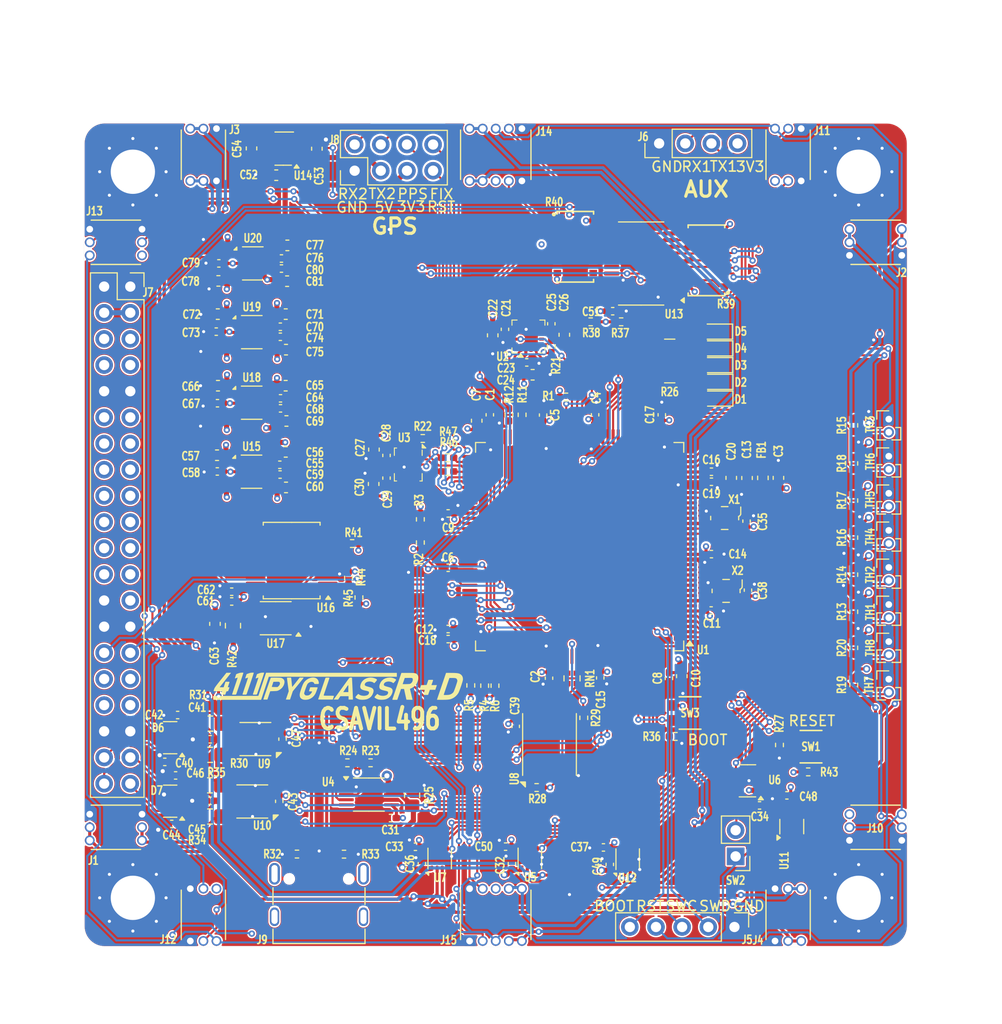
<source format=kicad_pcb>
(kicad_pcb (version 20241229) (generator "pcbnew") (generator_version "9.0")
  (layers (0 "F.Cu" signal) (4 "In1.Cu" power) (6 "In2.Cu" power) (2 "B.Cu" signal) (13 "F.Paste" user) (15 "B.Paste" user) (5 "F.SilkS" user "F.Silkscreen") (7 "B.SilkS" user "B.Silkscreen") (1 "F.Mask" user) (3 "B.Mask" user) (25 "Edge.Cuts" user))
  (net 0 "")
  (net 1 "Net-(U1-VDDA)")
  (net 2 "Net-(U1-VREF+)")
  (net 3 "GND")
  (net 4 "/ACS/PWR_DRIVER")
  (net 5 "Net-(D1-A)")
  (net 6 "Net-(D2-A)")
  (net 7 "Net-(D3-A)")
  (net 8 "Net-(D4-A)")
  (net 9 "Net-(D5-A)")
  (net 10 "/STM32L4/RST")
  (net 11 "Net-(C41-Pad1)")
  (net 12 "/STM32L4/JTCK_SWCLK")
  (net 13 "/STM32L4/JTMS_SWDIO")
  (net 16 "Net-(C45-Pad1)")
  (net 17 "Net-(U14-C-)")
  (net 18 "Net-(U14-C+)")
  (net 19 "/ACS/X_P")
  (net 20 "/STM32L4/USB/DN")
  (net 21 "/STM32L4/USB/DP")
  (net 22 "/STM32L4/USB/VBUS1")
  (net 23 "/STM32L4/USB/VBUS2")
  (net 24 "/STM32L4/SPI3_SCK")
  (net 25 "/STM32L4/SPI3_MOSI")
  (net 26 "Z_P")
  (net 29 "/STM32L4/LED_1")
  (net 30 "/STM32L4/LED_2")
  (net 31 "/STM32L4/LED_3")
  (net 32 "/STM32L4/LED_4")
  (net 33 "/STM32L4/BOOT0")
  (net 34 "/STM32L4/LED_5")
  (net 35 "/STM32L4/10MHZ_OE")
  (net 36 "/STM32L4/RCC_OSC_IN")
  (net 37 "/STM32L4/ADC1_IN11")
  (net 38 "/STM32L4/ADC1_IN12")
  (net 39 "/STM32L4/WATCHDOG_DONE")
  (net 40 "/STM32L4/WATCHDOG_WAKE")
  (net 41 "/STM32L4/SPI3_MISO")
  (net 42 "/AUX POWER/VBUS")
  (net 43 "/STM32L4/RCC_OSC32_IN")
  (net 44 "/STM32L4/CAN2_RX")
  (net 45 "/STM32L4/CAN2_TX")
  (net 46 "/STM32L4/CAN1_RX")
  (net 56 "/STM32L4/CAN1_TX")
  (net 64 "Net-(U15-CT1)")
  (net 76 "/STM32L4/MRAM_CS")
  (net 77 "/Power_INT_EXTI7")
  (net 78 "/SUN_INT")
  (net 79 "Net-(U6-DELAY{slash}M_RST)")
  (net 80 "Net-(U15-CT2)")
  (net 81 "Net-(U18-CT1)")
  (net 82 "Net-(U6-~{RST})")
  (net 83 "Z_N")
  (net 84 "/ACS/X_N")
  (net 85 "Net-(U18-CT2)")
  (net 86 "Net-(U19-CT1)")
  (net 88 "Net-(J9-CC2_B)")
  (net 90 "Net-(U19-CT2)")
  (net 91 "Net-(U20-CT1)")
  (net 92 "Net-(U20-CT2)")
  (net 93 "/ADC1_IN3")
  (net 94 "/ADC1_IN4")
  (net 95 "/ADC1_IN5")
  (net 96 "/ADC1_IN6")
  (net 97 "/ADC1_IN7")
  (net 98 "/ADC1_IN8")
  (net 99 "/ADC1_IN9")
  (net 100 "/ADC1_IN10")
  (net 101 "/MAG_CS")
  (net 102 "/SPI1_SCK")
  (net 103 "/MAG_INT")
  (net 104 "/SPI1_MOSI")
  (net 105 "/SPI1_MISO")
  (net 106 "/3.3V_MAG")
  (net 113 "/STM32L4/SPI2_SCK")
  (net 114 "Net-(U2-CAP)")
  (net 115 "Net-(C25-Pad1)")
  (net 116 "/STM32L4/SPI2_MOSI")
  (net 121 "/3.3V_GYRO")
  (net 122 "/SPI2_MISO")
  (net 123 "/SPI2_MOSI")
  (net 124 "/SPI2_SCK")
  (net 125 "/GYRO1_INT")
  (net 126 "/GYRO2_INT")
  (net 127 "/GYRO_CS")
  (net 128 "/3.3V_SUN")
  (net 129 "/ACS_INT")
  (net 130 "/I2C4_SDA")
  (net 131 "/RST_SUN")
  (net 132 "/I2C4_SCL")
  (net 133 "/3.3V_ACS_LOGIC")
  (net 134 "/5V_ACS_COIL")
  (net 135 "/I2C1_SDA")
  (net 136 "/I2C1_SCL")
  (net 137 "/ACS_Y_PH")
  (net 138 "/TIM17_CH1")
  (net 139 "/ACS_Y_SLEEP")
  (net 140 "/ACS_Z_PH")
  (net 141 "/ACS_Z_SLEEP")
  (net 142 "/TIM15_CH1")
  (net 143 "/ACS_X_SLEEP")
  (net 144 "/TIM16_CH1")
  (net 145 "/ACS_X_PH")
  (net 146 "/Sheet639EBCAF/BATT_4")
  (net 147 "/CAN2_L")
  (net 148 "/Sheet639EBCAF/BATT")
  (net 149 "/Sheet639EBCAF/3V3_10")
  (net 150 "/Sheet639EBCAF/3V3_9")
  (net 151 "/Sheet639EBCAF/3V3_7")
  (net 152 "/Sheet639EBCAF/*COMM1_RST")
  (net 153 "/3.3V_MRAM")
  (net 154 "/Sheet639EBCAF/3V3_14")
  (net 155 "/3.3V_CLK")
  (net 156 "/Sheet639EBCAF/3V3_5")
  (net 157 "/CAN2_H")
  (net 158 "/Sheet639EBCAF/3V3_11")
  (net 159 "/Sheet639EBCAF/3V3_8")
  (net 160 "/Sheet639EBCAF/*COMM2_RST")
  (net 161 "/3.3V_STM_CORE")
  (net 162 "/Sheet639EBCAF/BATT_1")
  (net 163 "/CAN1_H")
  (net 164 "/Sheet639EBCAF/BATT_2")
  (net 165 "/Sheet639EBCAF/3V3_3")
  (net 166 "/3.3V_GPS")
  (net 167 "/*EPS_RST")
  (net 168 "/Sheet639EBCAF/3V3_6")
  (net 169 "/Sheet639EBCAF/3V3_4")
  (net 170 "/Sheet639EBCAF/3V3_12")
  (net 171 "/CAN1_L")
  (net 172 "/Sheet639EBCAF/*SCI_RST")
  (net 173 "/*AVI_RST")
  (net 174 "/GPS_INTERFACE/CAN_POWER6/VOUT")
  (net 175 "/GPS_INTERFACE/FIX")
  (net 176 "/GPS_INTERFACE/PPS")
  (net 177 "/*ATTENTION")
  (net 178 "/STM32L4/CAN1_STB")
  (net 179 "/STM32L4/CAN2_STB")
  (net 180 "/STM32L4/CAN2_SHDN")
  (net 181 "/STM32L4/CAN1_SHDN")
  (net 182 "/GPS_INTERFACE/SHDN_5V")
  (net 183 "/STM32L4/EXTI4")
  (net 184 "/STM32L4/EXTI15")
  (net 185 "/STM32L4/EXTI5")
  (net 186 "/STM32L4/EXTI14")
  (net 188 "/ACS/Y_P")
  (net 189 "/ACS/Y_N")
  (net 191 "Net-(J9-CC1_A)")
  (net 192 "/Solar Sensors/SD1")
  (net 193 "/Solar Sensors/SC1")
  (net 194 "/Solar Sensors/SC2")
  (net 195 "/Solar Sensors/SD2")
  (net 196 "/Solar Sensors/SC3")
  (net 197 "/Solar Sensors/SD3")
  (net 198 "/Solar Sensors/SC0")
  (net 199 "/Solar Sensors/SD0")
  (net 200 "/Solar Sensors/SD4")
  (net 201 "/Solar Sensors/SC4")
  (net 202 "/Solar Sensors/SC5")
  (net 203 "/Solar Sensors/SD5")
  (net 214 "/I2C2_SCL")
  (net 215 "/I2C2_SDA")
  (net 223 "/Power_RST")
  (net 224 "/3.3V_AUX")
  (net 225 "/Sheet639EBCAF/3V3_15")
  (net 226 "/Sheet639EBCAF/3V3_13")
  (net 227 "/3.3V_TEMP")
  (net 236 "/GPS_INTERFACE/UART_TX")
  (net 237 "/GPS_INTERFACE/UART_RX")
  (net 238 "/GPS_INTERFACE/RESET")
  (net 239 "/STM32L4/USART1_TX")
  (net 240 "/STM32L4/USART1_RX")
  (net 242 "/STM32L4/MRAM/SPI_MOSI")
  (net 243 "/STM32L4/MRAM/SPI_SCK")
  (net 244 "/STM32L4/MRAM/SPI_MISO")
  (net 245 "/STM32L4/NRST")
  (net 246 "/AUX POWER/ENABLE_5")
  (net 247 "/AUX POWER/ENABLE_4")
  (net 248 "/AUX POWER/ENABLE_7")
  (net 249 "/AUX POWER/ENABLE_0")
  (net 250 "/AUX POWER/ENABLE_1")
  (net 251 "/AUX POWER/ENABLE_6")
  (net 252 "/AUX POWER/ENABLE_3")
  (net 253 "/AUX POWER/ENABLE_2")
  (net 254 "/STM32L4/SPI1_SCK")
  (net 255 "/STM32L4/SPI1_MOSI")
  (net 256 "/STM32L4/SPI1_MISO")
  (net 257 "/STM32L4/SPI2_MISO")
  (footprint "Project:MountingHole_4.3mm_M4_Pad_Via_Custom" (layer "F.Cu") (at 64.75 135.25)
    (property "Reference" "H3" (hide yes))
    (property "Value" "MountingHole_Pad" (hide yes))
  )
  (footprint "Project:MountingHole_4.3mm_M4_Pad_Via_Custom" (layer "F.Cu") (at 135.25 64.75)
    (property "Reference" "H1" (hide yes))
    (property "Value" "MountingHole_Pad" (hide yes))
  )
  (footprint "Project:MountingHole_4.3mm_M4_Pad_Via_Custom" (layer "F.Cu") (at 64.75 64.75)
    (property "Reference" "H4" (hide yes))
    (property "Value" "MountingHole_Pad" (hide yes))
  )
  (footprint "Project:MountingHole_4.3mm_M4_Pad_Via_Custom" (layer "F.Cu") (at 135.25 135.25)
    (property "Reference" "H2" (hide yes))
    (property "Value" "MountingHole_Pad" (hide yes))
  )
  (footprint "Connector_PinSocket_2.54mm:PinSocket_2x20_P2.54mm_Vertical" (layer "F.Cu") (at 64.5 75.9)
    (property "Reference" "J7")
    (property "Value" "PC104 Conn_02x20_Odd_Even")
  )
  (footprint "Capacitor_SMD:C_0402_1005Metric_Pad0.74x0.62mm_HandSolder" (layer "F.Cu") (at 72.2625 119.855 180)
    (property "Reference" "C41")
    (property "Value" "4.7nF")
  )
  (footprint "Connector_PinHeader_2.54mm:PinHeader_1x04_P2.54mm_Vertical" (layer "F.Cu") (at 115.87 62 90)
    (property "Reference" "J6")
    (property "Value" "Conn_01x04_Pin Vertical")
  )
  (footprint "Resistor_SMD:R_0402_1005Metric_Pad0.72x0.64mm_HandSolder" (layer "F.Cu") (at 127.56 120.41 -90)
    (property "Reference" "R27")
    (property "Value" "8K87")
  )
  (footprint "Resistor_SMD:R_0805_2012Metric_Pad1.20x1.40mm_HandSolder" (layer "F.Cu") (at 72.255 121.365 180)
    (property "Reference" "R30")
    (property "Value" "60R4")
  )
  (footprint "Resistor_SMD:R_0402_1005Metric_Pad0.72x0.64mm_HandSolder" (layer "F.Cu") (at 134.7775 114.5725 90)
    (property "Reference" "R19")
    (property "Value" "47K")
  )
  (footprint "Resistor_SMD:R_0402_1005Metric_Pad0.72x0.64mm_HandSolder" (layer "F.Cu") (at 134.7775 110.9725 90)
    (property "Reference" "R20")
    (property "Value" "47K")
  )
  (footprint "Resistor_SMD:R_0402_1005Metric_Pad0.72x0.64mm_HandSolder" (layer "F.Cu") (at 134.7775 107.4725 90)
    (property "Reference" "R13")
    (property "Value" "47K")
  )
  (footprint "Resistor_SMD:R_0402_1005Metric_Pad0.72x0.64mm_HandSolder" (layer "F.Cu") (at 134.7775 103.8725 90)
    (property "Reference" "R14")
    (property "Value" "47K")
  )
  (footprint "Resistor_SMD:R_0402_1005Metric_Pad0.72x0.64mm_HandSolder" (layer "F.Cu") (at 134.7775 96.6725 90)
    (property "Reference" "R17")
    (property "Value" "47K")
  )
  (footprint "Resistor_SMD:R_0402_1005Metric_Pad0.72x0.64mm_HandSolder" (layer "F.Cu") (at 134.7775 93.0725 90)
    (property "Reference" "R18")
    (property "Value" "47K")
  )
  (footprint "Resistor_SMD:R_0402_1005Metric_Pad0.72x0.64mm_HandSolder" (layer "F.Cu") (at 134.7775 89.3725 90)
    (property "Reference" "R15")
    (property "Value" "47K")
  )
  (footprint "Connector_PinHeader_2.54mm:PinHeader_1x02_P2.54mm_Vertical" (layer "F.Cu") (at 123.3 131.225 180)
    (property "Reference" "SW2")
    (property "Value" "SW_DIP_x01")
  )
  (footprint "Connector_PinHeader_1.27mm:PinHeader_1x02_P1.27mm_Vertical" (layer "F.Cu") (at 138.1775 114.0225)
    (property "Reference" "TH7")
    (property "Value" "Thermistor_NTC")
  )
  (footprint "Connector_PinHeader_1.27mm:PinHeader_1x02_P1.27mm_Vertical" (layer "F.Cu") (at 138.1775 110.3725)
    (property "Reference" "TH8")
    (property "Value" "Thermistor_NTC")
  )
  (footprint "Connector_PinHeader_1.27mm:PinHeader_1x02_P1.27mm_Vertical" (layer "F.Cu") (at 138.1775 106.7725)
    (property "Reference" "TH1")
    (property "Value" "Thermistor_NTC")
  )
  (footprint "Connector_PinHeader_1.27mm:PinHeader_1x02_P1.27mm_Vertical" (layer "F.Cu") (at 138.1775 103.1725)
    (property "Reference" "TH2")
    (property "Value" "Thermistor_NTC")
  )
  (footprint "Connector_PinHeader_1.27mm:PinHeader_1x02_P1.27mm_Vertical" (layer "F.Cu") (at 138.1775 99.5725)
    (property "Reference" "TH4")
    (property "Value" "Thermistor_NTC")
  )
  (footprint "Connector_PinHeader_1.27mm:PinHeader_1x02_P1.27mm_Vertical" (layer "F.Cu") (at 138.1775 95.9725)
    (property "Reference" "TH5")
    (property "Value" "Thermistor_NTC")
  )
  (footprint "Connector_PinHeader_1.27mm:PinHeader_1x02_P1.27mm_Vertical" (layer "F.Cu") (at 138.1775 92.3725)
    (property "Reference" "TH6")
    (property "Value" "Thermistor_NTC")
  )
  (footprint "Connector_PinHeader_1.27mm:PinHeader_1x02_P1.27mm_Vertical" (layer "F.Cu") (at 138.1775 88.7725)
    (property "Reference" "TH3")
    (property "Value" "Thermistor_NTC")
  )
  (footprint "Package_TO_SOT_SMD:SOT-23-6" (layer "F.Cu") (at 124.45 123.8875 180)
    (property "Reference" "U6")
    (property "Value" "TPL5010")
  )
  (footprint "Resistor_SMD:R_0402_1005Metric_Pad0.72x0.64mm_HandSolder" (layer "F.Cu") (at 134.7775 100.2725 90)
    (property "Reference" "R16")
    (property "Value" "47K")
  )
  (footprint "Package_TO_SOT_SMD:SOT-23" (layer "F.Cu") (at 68.375 119.7 180)
    (property "Reference" "D6")
    (property "Value" "NUP2105LT1G")
  )
  (footprint "Resistor_SMD:R_0805_2012Metric_Pad1.20x1.40mm_HandSolder" (layer "F.Cu") (at 72.2825 118.335)
    (property "Reference" "R31")
    (property "Value" "60R4")
  )
  (footprint "Capacitor_SMD:C_0603_1608Metric_Pad1.08x0.95mm_HandSolder" (layer "F.Cu") (at 88.168125 91.725625 -90)
    (property "Reference" "C27")
    (property "Value" "10u")
  )
  (footprint "Resistor_SMD:R_0402_1005Metric_Pad0.72x0.64mm_HandSolder" (layer "F.Cu") (at 92.91 90.65)
    (property "Reference" "R22")
    (property "Value" "22R")
  )
  (footprint "Capacitor_SMD:C_0603_1608Metric_Pad1.08x0.95mm_HandSolder" (layer "F.Cu") (at 72.725 108.65 -90)
    (property "Reference" "C63")
    (property "Value" "10uF")
  )
  (footprint "Capacitor_SMD:C_0402_1005Metric_Pad0.74x0.62mm_HandSolder" (layer "F.Cu") (at 79.0925 87.725 180)
    (property "Reference" "C68")
    (property "Value" "220pF")
  )
  (footprint "Capacitor_SMD:C_0402_1005Metric_Pad0.74x0.62mm_HandSolder" (layer "F.Cu") (at 128.28 125.3)
    (property "Reference" "C48")
    (property "Value" "100nF")
  )
  (footprint "Resistor_SMD:R_0402_1005Metric_Pad0.72x0.64mm_HandSolder" (layer "F.Cu") (at 102.56 88.35 -90)
    (property "Reference" "R11")
    (property "Value" "22")
  )
  (footprint "Package_SON:WSON-8-1EP_2x2mm_P0.5mm_EP0.9x1.6mm" (layer "F.Cu") (at 112.816199 131.488986 90)
    (property "Reference" "U12")
    (property "Value" "DRV8838")
  )
  (footprint "Capacitor_SMD:C_0402_1005Metric_Pad0.74x0.62mm_HandSolder" (layer "F.Cu") (at 120.95 93.875)
    (property "Reference" "C16")
    (property "Value" "100nF")
  )
  (footprint "Common:EVP602AA" (layer "F.Cu") (at 118.875 117.3)
    (property "Reference" "SW3")
    (property "Value" "EVP-AA602W")
  )
  (footprint "Package_SO:VSSOP-10_3x3mm_P0.5mm" (layer "F.Cu") (at 78.625 108.1 180)
    (property "Reference" "U17")
    (property "Value" "INA226AIDGSR")
  )
  (footprint "Capacitor_SMD:C_0603_1608Metric_Pad1.08x0.95mm_HandSolder" (layer "F.Cu") (at 73 78.575 180)
    (property "Reference" "C72")
    (property "Value" "22uF")
  )
  (footprint "Capacitor_SMD:C_0603_1608Metric_Pad1.08x0.95mm_HandSolder" (layer "F.Cu") (at 79.6 91.95)
    (property "Reference" "C56")
    (property "Value" "10uF")
  )
  (footprint "Capacitor_SMD:C_0402_1005Metric_Pad0.74x0.62mm_HandSolder" (layer "F.Cu") (at 111.36 78.29)
    (property "Reference" "C51")
    (property "Value" "100nF")
  )
  (footprint "Capacitor_SMD:C_0402_1005Metric_Pad0.74x0.62mm_HandSolder" (layer "F.Cu") (at 89.388125 92.295625 -90)
    (property "Reference" "C28")
    (property "Value" "100nF")
  )
  (footprint "Package_SON:WSON-8-1EP_2x2mm_P0.5mm_EP0.9x1.6mm" (layer "F.Cu") (at 94.553699 131.418686 90)
    (property "Reference" "U7")
    (property "Value" "DRV8838")
  )
  (footprint "Capacitor_SMD:C_0402_1005Metric_Pad0.74x0.62mm_HandSolder" (layer "F.Cu") (at 92.826199 131.931186 90)
    (property "Reference" "C36")
    (property "Value" "100nF")
  )
  (footprint "Capacitor_SMD:C_0603_1608Metric_Pad1.08x0.95mm_HandSolder" (layer "F.Cu") (at 118.075 113.725 90)
    (property "Reference" "C10")
    (property "Value" "10u")
  )
  (footprint "Capacitor_SMD:C_0603_1608Metric_Pad1.08x0.95mm_HandSolder" (layer "F.Cu") (at 79.7325 75.375 180)
    (property "Reference" "C81")
    (property "Value" "10uF")
  )
  (footprint "Capacitor_SMD:C_0603_1608Metric_Pad1.08x0.95mm_HandSolder" (layer "F.Cu") (at 88.138125 95.065625 90)
    (property "Reference" "C30")
    (property "Value" "10u")
  )
  (footprint "Resistor_SMD:R_0402_1005Metric_Pad0.72x0.64mm_HandSolder" (layer "F.Cu") (at 106.825 86.625)
    (property "Reference" "R1")
    (property "Value" "100K")
  )
  (footprint "Oscillator:Oscillator_SMD_ECS_2520MV-xxx-xx-4Pin_2.5x2.0mm" (layer "F.Cu") (at 122.2375 98.375 -90)
    (property "Reference" "X1")
    (property "Value" "10MHz")
  )
  (footprint "Resistor_SMD:R_0402_1005Metric_Pad0.72x0.64mm_HandSolder" (layer "F.Cu") (at 109.22 79.32 180)
    (property "Reference" "R38")
    (property "Value" "5K1")
  )
  (footprint "Capacitor_SMD:C_0402_1005Metric_Pad0.74x0.62mm_HandSolder" (layer "F.Cu") (at 74.35 105.525 180)
    (property "Reference" "C62")
    (property "Value" "100nF")
  )
  (footprint "Resistor_SMD:R_0402_1005Metric_Pad0.72x0.64mm_HandSolder" (layer "F.Cu") (at 86.05 100.85 180)
    (property "Reference" "R41")
    (property "Value" "100K")
  )
  (footprint "Package_SON:WSON-8-1EP_2x2mm_P0.5mm_EP0.9x1.6mm" (layer "F.Cu") (at 103.311295 131.41359 90)
    (property "Reference" "U5")
    (property "Value" "DRV8838")
  )
  (footprint "Capacitor_SMD:C_0402_1005Metric_Pad0.74x0.62mm_HandSolder" (layer "F.Cu") (at 68.525 128.075 180)
    (property "Reference" "C44")
    (property "Value" "100pF")
  )
  (footprint "Capacitor_SMD:C_0402_1005Metric_Pad0.74x0.62mm_HandSolder" (layer "F.Cu") (at 120.95 94.85 180)
    (property "Reference" "C19")
    (property "Value" "100nF")
  )
  (footprint "Capacitor_SMD:C_0402_1005Metric_Pad0.74x0.62mm_HandSolder" (layer "F.Cu") (at 99.425 88.35 90)
    (property "Reference" "C1")
    (property "Value" "100nF")
  )
  (footprint "Capacitor_SMD:C_0603_1608Metric_Pad1.08x0.95mm_HandSolder" (layer "F.Cu") (at 73.0175 85.525 180)
    (property "Reference" "C66")
    (property "Value" "22uF")
  )
  (footprint "Oscillator:Oscillator_SMD_ECS_2520MV-xxx-xx-4Pin_2.5x2.0mm" (layer "F.Cu") (at 122.375 105.45 -90)
    (property "Reference" "X2")
    (property "Value" "32.768KHZ")
  )
  (footprint "Package_SON:VSON-8-1EP_3x3mm_P0.65mm_EP1.65x2.4mm" (layer "F.Cu") (at 76.6525 119.835 180)
    (property "Reference" "U9")
    (property "Value" "TCAN3414")
  )
  (footprint "Capacitor_SMD:C_0402_1005Metric_Pad0.74x0.62mm_HandSolder" (layer "F.Cu") (at 125.625 126.275)
    (property "Reference" "C34")
    (property "Value" "100nF")
  )
  (footprint "Package_QFP:LQFP-144_20x20mm_P0.5mm" (layer "F.Cu") (at 108.15 101.15 180)
    (property "Reference" "U1")
    (property "Value" "STM32L496ZGTx")
  )
  (footprint "Package_SO:VSSOP-10_3x3mm_P0.5mm" (layer "F.Cu") (at 87.675 125.225)
    (property "Reference" "U4")
    (property "Value" "INA226")
  )
  (footprint "Capacitor_SMD:C_0402_1005Metric_Pad0.74x0.62mm_HandSolder" (layer "F.Cu") (at 95.375 97.925)
    (property "Reference" "C9")
    (property "Value" "100nF")
  )
  (footprint "Resistor_SMD:R_0402_1005Metric_Pad0.72x0.64mm_HandSolder" (layer "F.Cu") (at 117.455 119.58)
    (property "Reference" "R36")
    (property "Value" "100K")
  )
  (footprint "Resistor_SMD:R_0402_1005Metric_Pad0.72x0.64mm_HandSolder" (layer "F.Cu") (at 103.97 124.54 180)
    (property "Reference" "R28")
    (property "Value" "100K")
  )
  (footprint "Common:SSOP-20_5.3x7.2mm_P0.65mm" (layer "F.Cu") (at 80.175 102.5 180)
    (property "Reference" "U16")
    (property "Value" "MCP23008T-E/SS")
  )
  (footprint "Capacitor_SMD:C_0402_1005Metric_Pad0.74x0.62mm_HandSolder" (layer "F.Cu") (at 92.196199 130.291186 180)
    (property "Reference" "C33")
    (property "Value" "100nF")
  )
  (footprint "Capacitor_SMD:C_0402_1005Metric_Pad0.74x0.62mm_HandSolder" (layer "F.Cu") (at 124.5 105.375 90)
    (property "Reference" "C38")
    (property "Value" "100nF")
  )
  (footprint "Resistor_SMD:R_0402_1005Metric_Pad0.72x0.64mm_HandSolder" (layer "F.Cu") (at 80.69 131)
    (property "Reference" "R32")
    (property "Value" "5K1")
  )
  (footprint "Capacitor_SMD:C_0402_1005Metric_Pad0.74x0.62mm_HandSolder" (layer "F.Cu") (at 79.05 94.15 180)
    (property "Reference" "C59")
    (property "Value" "220pF")
  )
  (footprint "Common:HARWIN_M50-3200345" (layer "F.Cu") (at 136.9 71.6 90)
    (property "Reference" "J2")
    (property "Value" "Conn_02x03_Odd_Even")
  )
  (footprint "Capacitor_SMD:C_0402_1005Metric_Pad0.74x0.62mm_HandSolder" (layer "F.Cu") (at 73.1 73.65 180)
    (property "Reference" "C79")
    (property "Value" "100nF")
  )
  (footprint "Capacitor_SMD:C_0603_1608Metric_Pad1.08x0.95mm_HandSolder" (layer "F.Cu") (at 78.677501 65.084999 180)
    (property "Reference" "C52")
    (property "Value" "10u")
  )
  (footprint "LED_SMD:LED_0603_1608Metric_Pad1.05x0.95mm_HandSolder" (layer "F.Cu") (at 121.365 81.9 180)
    (property "Reference" "D4")
    (property "Value" "LED_SMD_YELLOW")
  )
  (footprint "Capacitor_SMD:C_0402_1005Metric_Pad0.74x0.62mm_HandSolder" (layer "F.Cu") (at 120.95 101.875)
    (property "Reference" "C14")
    (property "Value" "100nF")
  )
  (footprint "Package_SON:VSON-8-1EP_3x3mm_P0.65mm_EP1.65x2.4mm" (layer "F.Cu") (at 76.35 125.895 180)
    (property "Reference" "U10")
    (property "Value" "TCAN3414")
  )
  (footprint "Capacitor_SMD:C_0603_1608Metric_Pad1.08x0.95mm_HandSolder" (layer "F.Cu") (at 99.705 80.63125 -90)
    (property "Reference" "C22")
    (property "Value" "10u")
  )
  (footprint "Resistor_SMD:R_Array_Convex_8x0602" (layer "F.Cu") (at 116.9 83.125 180)
    (property "Reference" "R26")
    (property "Value" "1K")
  )
  (footprint "Resistor_SMD:R_0402_1005Metric_Pad0.72x0.64mm_HandSolder" (layer "F.Cu") (at 97.575 114.625 90)
    (property "Reference" "R5")
    (property "Value" "100K")
  )
  (footprint "Capacitor_SMD:C_0603_1608Metric_Pad1.08x0.95mm_HandSolder" (layer "F.Cu") (at 79.625 82.025 180)
    (property "Reference" "C75")
    (property "Value" "10uF")
  )
  (footprint "Capacitor_SMD:C_0402_1005Metric_Pad0.74x0.62mm_HandSolder" (layer "F.Cu") (at 101.573795 131.92609 90)
    (property "Reference" "C32")
    (property "Value" "100nF")
  )
  (footprint "Capacitor_SMD:C_0402_1005Metric_Pad0.74x0.62mm_HandSolder" (layer "F.Cu") (at 72.2425 125.825 180)
    (property "Reference" "C45")
    (property "Value" "4.7nF")
  )
  (footprint "Capacitor_SMD:C_0603_1608Metric_Pad1.08x0.95mm_HandSolder" (layer "F.Cu") (at 73.0575 75.35 180)
    (property "Reference" "C78")
    (property "Value" "22uF")
  )
  (footprint "Capacitor_SMD:C_0402_1005Metric_Pad0.74x0.62mm_HandSolder" (layer "F.Cu") (at 109.65 88.35 90)
    (property "Reference" "C4")
    (property "Value" "100nF")
  )
  (footprint "Resistor_SMD:R_0805_2012Metric_Pad1.20x1.40mm_HandSolder" (layer "F.Cu") (at 91.875 125.3 -90)
    (property "Reference" "R25")
    (property "Value" "10m")
  )
  (footprint "Capacitor_SMD:C_0402_1005Metric_Pad0.74x0.62mm_HandSolder" (layer "F.Cu") (at 79.29 119.84 -90)
    (property "Reference" "C47")
    (property "Value" "100nF")
  )
  (footprint "LED_SMD:LED_0603_1608Metric_Pad1.05x0.95mm_HandSolder" (layer "F.Cu") (at 121.3625 83.525 180)
    (property "Reference" "D3")
    (property "Value" "LED_SMD_YELLOW")
  )
  (footprint "Resistor_SMD:R_0402_1005Metric_Pad0.72x0.64mm_HandSolder" (layer "F.Cu") (at 92.675 100.75 90)
    (property "Reference" "R2")
    (property "Value" "100K")
  )
  (footprint "Capacitor_SMD:C_0603_1608Metric_Pad1.08x0.95mm_HandSolder" (layer "F.Cu") (at 127.46 94.475 90)
    (property "Reference" "C3")
    (property "Value" "10u")
  )
  (footprint "Capacitor_SMD:C_0603_1608Metric_Pad1.08x0.95mm_HandSolder" (layer "F.Cu") (at 79.5925 85.525)
    (property "Reference" "C65")
    (property "Value" "10uF")
  )
  (footprint "Package_DFN_QFN:DFN-8-1EP_6x5mm_P1.27mm_EP2x2mm" (layer "F.Cu") (at 105.22 120.36 90)
    (property "Reference" "U8")
    (property "Value" "MR25H10")
  )
  (footprint "Common:C_ARRAY_EXBA_PAN" (layer "F.Cu") (at 120.465246 73.355 180)
    (property "Reference" "R39")
    (property "Value" "5K6")
  )
  (footprint "Capacitor_SMD:C_0603_1608Metric_Pad1.08x0.95mm_HandSolder" (layer "F.Cu") (at 72.925 92.275 180)
    (property "Reference" "C57")
    (property "Value" "22uF")
  )
  (footprint "Common:HARWIN_M50-3200345" (layer "F.Cu") (at 63.1 128.4 -90)
    (property "Reference" "J1")
    (property "Value" "Conn_02x03_Odd_Even")
  )
  (footprint "Capacitor_SMD:C_0402_1005Metric_Pad0.74x0.62mm_HandSolder" (layer "F.Cu") (at 95.375 103.2 180)
    (property "Reference" "C6")
    (property "Value" "100nF")
  )
  (footprint "Capacitor_SMD:C_0402_1005Metric_Pad0.74x0.62mm_HandSolder" (layer "F.Cu") (at 105.396875 79.513125 90)
    (property "Reference" "C25")
    (property "Value" "100nF")
  )
  (footprint "Package_TO_SOT_SMD:SOT-363_SC-70-6_Handsoldering" (layer "F.Cu") (at 128.755 128.33 90)
    (property "Reference" "U11")
    (property "Value" "74LVC2G07")
  )
  (footprint "Common:C_ARRAY_EXBA_PAN" (layer "F.Cu") (at 107.725246 72.035)
    (property "Reference" "R40")
    (property "Value" "5K6")
  )
  (footprint "Capacitor_SMD:C_0402_1005Metric_Pad0.74x0.62mm_HandSolder" (layer "F.Cu") (at 72.95 93.85 180)
    (property "Reference" "C58")
    (property "Value" "100nF")
  )
  (footprint "Capacitor_SMD:C_0402_1005Metric_Pad0.74x0.62mm_HandSolder" (layer "F.Cu") (at 79.025 93.2)
    (property "Reference" "C55")
    (property "Value" "220pF")
  )
  (footprint "Capacitor_SMD:C_0402_1005Metric_Pad0.74x0.62mm_HandSolder" (layer "F.Cu") (at 69.1 117.5)
    (property "Reference" "C42")
    (property "Value" "100pF")
  )
  (footprint "Capacitor_SMD:C_0402_1005Metric_Pad0.74x0.62mm_HandSolder" (layer "F.Cu") (at 116.13 88.35 90)
    (property "Reference" "C17")
    (property "Value" "100nF")
  )
  (footprint "Connector_PinHeader_2.54mm:PinHeader_2x04_P2.54mm_Vertical" (layer "F.Cu") (at 86.293567 64.649834 90)
    (property "Reference" "J8")
    (property "Value" "Conn_02x04")
  )
  (footprint "Package_TO_SOT_SMD:SOT-23-6_Handsoldering" (layer "F.Cu") (at 79.455001 62.504999 180)
    (property "Reference" "U14")
    (property "Value" "AP3602AKTR-G1")
  )
  (footprint "Resistor_SMD:R_0402_1005Metric_Pad0.72x0.64mm_HandSolder" (layer "F.Cu") (at 98.925 114.65 90)
    (property "Reference" "R4")
    (property "Value" "100K")
  )
  (footprint "Capacitor_SMD:C_0402_1005Metric_Pad0.74x0.62mm_HandSolder" (layer "F.Cu") (at 74.35 106.475 180)
    (property "Reference" "C61")
    (property "Value" "100nF")
  )
  (footprint "Capacitor_SMD:C_0402_1005Metric_Pad0.74x0.62mm_HandSolder" (layer "F.Cu") (at 68.9025 123.365)
    (property "Reference" "C46")
    (property "Value" "100pF")
  )
  (footprint "Resistor_SMD:R_0402_1005Metric_Pad0.72x0.64mm_HandSolder" (layer "F.Cu") (at 99.925 114.65 90)
    (property "Reference" "R6")
    (property "Value" "330K")
  )
  (footprint "Capacitor_SMD:C_0402_1005Metric_Pad0.74x0.62mm_HandSolder" (layer "F.Cu") (at 120.925 107.35)
    (property "Reference" "C11")
    (property "Value" "100nF")
  )
  (footprint "Common:HARWIN_M50-3200345" (layer "F.Cu") (at 63.1 71.6 -90)
    (property "Reference" "J13")
    (property "Value" "Conn_02x03_Odd_Even")
  )
  (footprint "Package_LGA:Bosch_LGA-14_3x2.5mm_P0.5mm" (layer "F.Cu") (at 91.5 93.175 -90)
    (property "Reference" "U3")
    (property "Value" "BMI270")
  )
  (footprint "LED_SMD:LED_0603_1608Metric_Pad1.05x0.95mm_HandSolder" (layer "F.Cu") (at 121.375 86.775 180)
    (property "Reference" "D1")
    (property "Value" "LED_SMD_RED")
  )
  (footprint "Resistor_SMD:R_0402_1005Metric_Pad0.72x0.64mm_HandSolder" (layer "F.Cu") (at 95.33 93.85)
    (property "Reference" "R46")
    (property "Value" "22R")
  )
  (footprint "Common:HARWIN_M50-3200345" (layer "F.Cu") (at 128.4 63.1 180)
    (property "Reference" "J11")
    (property "Value" "Conn_02x03_Odd_Even")
  )
  (footprint "Capacitor_SMD:C_0603_1608Metric_Pad1.08x0.95mm_HandSolder" (layer "F.Cu") (at 103.5825 84.46375)
    (property "Reference" "C24")
    (property "Value" "10u")
  )
  (footprint "Capacitor_SMD:C_0402_1005Metric_Pad0.74x0.62mm_HandSolder" (layer "F.Cu") (at 95.375 110.125)
    (property "Reference" "C18")
    (property "Value" "100nF")
  )
  (footprint "Resistor_SMD:R_0805_2012Metric_Pad1.20x1.40mm_HandSolder" (layer "F.Cu") (at 74.475 108.825 90)
    (property "Reference" "R42")
    (property "Value" "10m")
  )
  (footprint "Resistor_SMD:R_0402_1005Metric_Pad0.72x0.64mm_HandSolder" (layer "F.Cu") (at 130.35 123.02)
    (property "Reference" "R43")
    (property "Value" "100K")
  )
  (footprint "Connector_PinHeader_2.54mm:PinHeader_1x05_P2.54mm_Vertical" (layer "F.Cu") (at 123.185 138.08 -90)
    (property "Reference" "J5")
    (property "Value" "Conn_01x05_Pin Vertical")
  )
  (footprint "Resistor_SMD:R_0402_1005Metric_Pad0.72x0.64mm_HandSolder" (layer "F.Cu") (at 95.32 92.52)
    (property "Reference" "R47")
    (property "Value" "22R")
  )
  (footprint "Resistor_SMD:R_Array_Convex_2x0402" (layer "F.Cu") (at 107.41 113.94 -90)
    (property "Reference" "RN1")
    (property "Value" "22R")
  )
  (footprint "Capacitor_SMD:C_0402_1005Metric_Pad0.74x0.62mm_HandSolder" (layer "F.Cu") (at 111.078699 132.006496 90)
    (property "Reference" "C49")
    (property "Value" "100nF")
  )
  (footprint "Capacitor_SMD:C_0603_1608Metric_Pad1.08x0.95mm_HandSolder" (layer "F.Cu") (at 79.7575 71.9)
    (property "Reference" "C77")
    (property "Value" "10uF")
  )
  (footprint "Resistor_SMD:R_0402_1005Metric_Pad0.72x0.64mm_HandSolder" (layer "F.Cu") (at 85.26 131.01 180)
    (property "Reference" "R33")
    (property "Value" "5K1")
  )
  (footprint "Resistor_SMD:R_0805_2012Metric_Pad1.20x1.40mm_HandSolder" (layer "F.Cu") (at 72.2325 124.325)
    (property "Reference" "R35")
    (property "Value" "60R4")
  )
  (footprint "Capacitor_SMD:C_0402_1005Metric_Pad0.74x0.62mm_HandSolder" (layer "F.Cu") (at 79.0925 86.75)
    (property "Reference" "C64")
    (property "Value" "220pF")
  )
  (footprint "Package_SON:WSON-10-1EP_2x3mm_P0.5mm_EP0.84x2.4mm" (layer "F.Cu") (at 76.275 93.875)
    (property "Reference" "U15")
    (property "Value" "TPS22968QDMGRQ1")
  )
  (footprint "Inductor_SMD:L_0603_1608Metric_Pad1.05x0.95mm_HandSolder" (layer "F.Cu") (at 125.95 94.475 90)
    (property "Reference" "FB1")
    (property "Value" "120R")
  )
  (footprint "LED_SMD:LED_0603_1608Metric_Pad1.05x0.95mm_HandSolder" (layer "F.Cu") (at 121.375 85.15 180)
    (property "Reference" "D2")
    (property "Value" "LED_SMD_GREEN")
  )
  (footprint "Capacitor_SMD:C_0603_1608Metric_Pad1.08x0.95mm_HandSolder" (layer "F.Cu") (at 82.625001 62.514999 90)
    (property "Reference" "C53")
    (property "Value" "10u")
  )
  (footprint "Package_SO:TSSOP-24_4.4x7.8mm_P0.65mm" (layer "F.Cu") (at 114.1225 73.66 180)
    (property "Reference" "U13")
    (property "Value" "TCA9548APWR")
  )
  (footprint "Package_SON:WSON-10-1EP_2x3mm_P0.5mm_EP0.84x2.4mm" (layer "F.Cu") (at 76.4 73.65)
    (property "Reference" "U20")
    (property "Value" "TPS22968QDMGRQ1")
  )
  (footprint "Capacitor_SMD:C_0603_1608Metric_Pad1.08x0.95mm_HandSolder" (layer "F.Cu") (at 76.275001 62.484999 -90)
    (property "Reference" "C54")
    (property "Value" "1uF")
  )
  (footprint "LED_SMD:LED_0603_1608Metric_Pad1.05x0.95mm_HandSolder" (layer "F.Cu") (at 121.34 80.275 180)
    (property "Reference" "D5")
    (property "Value" "LED_SMD_YELLOW")
  )
  (footprint "Capacitor_SMD:C_0402_1005Metric_Pad0.74x0.62mm_HandSolder" (layer "F.Cu") (at 79.1825 74.15 180)
    (property "Reference" "C80")
    (property "Value" "220pF")
  )
  (footprint "Package_TO_SOT_SMD:SOT-23" (layer "F.Cu") (at 68.375 125.865 180)
    (property "Reference" "D7")
    (property "Value" "NUP2105LT1G")
  )
  (footprint "Resistor_SMD:R_0402_1005Metric_Pad0.72x0.64mm_HandSolder" (layer "F.Cu") (at 86.71 106.09 90)
    (property "Reference" "R45")
    (property "Value" "5K1")
  )
  (footprint "Package_LGA:LGA-16_3x3mm_P0.5mm" (layer "F.Cu") (at 103.175 80.75 90)
    (property "Reference" "U2")
    (property "Value" "MMC5983MA")
  )
  (footprint "Common:HARWIN_M50-3200345" (layer "F.Cu") (at 128.4 136.9)
    (property "Reference" "J4")
    (property "Value" "Conn_02x03_Odd_Even")
  )
  (footprint "Capacitor_SMD:C_0402_1005Metric_Pad0.74x0.62mm_HandSolder" (layer "F.Cu") (at 79.075 80.775 180)
    (property "Reference" "C74")
    (property "Value" "220pF")
  )
  (footprint "Capacitor_SMD:C_0402_1005Metric_Pad0.74x0.62mm_HandSolder" (layer "F.Cu") (at 79.075 79.8)
    (property "Reference" "C70")
    (property "Value" "220pF")
  )
  (footprint "Capacitor_SMD:C_0402_1005Metric_Pad0.74x0.62mm_HandSolder" (layer "F.Cu") (at 79.1825 73.175)
    (property "Reference" "C76")
    (property "Value" "220pF")
  )
  (footprint "Resistor_SMD:R_0402_1005Metric_Pad0.72x0.64mm_HandSolder" (layer "F.Cu") (at 92.675 98.5 -90)
    (property "Reference" "R3")
    (property "Value" "100K")
  )
  (footprint "Resistor_SMD:R_0402_1005Metric_Pad0.72x0.64mm_HandSolder" (layer "F.Cu") (at 108.55 117.77 -90)
    (property "Reference" "R29")
    (property "Value" "22R")
  )
  (footprint "Capacitor_SMD:C_0402_1005Metric_Pad0.74x0.62mm_HandSolder" (layer "F.Cu") (at 103.0125 83.26375 180)
    (property "Reference" "C23")
    (property "Value" "100nF")
  )
  (footprint "Capacitor_SMD:C_0603_1608Metric_Pad1.08x0.95mm_HandSolder" (layer "F.Cu") (at 98.15 88.925 -90)
    (property "Reference" "C7")
    (property "Value" "10u")
  )
  (footprint "Capacitor_SMD:C_0402_1005Metric_Pad0.74x0.62mm_HandSolder" (layer "F.Cu") (at 124.3625 98.675 90)
    (property "Reference" "C35")
    (property "Value" "100nF")
  )
  (footprint "Common:HARWIN_M50-3200345" (layer "F.Cu") (at 71.6 136.9)
    (property "Reference" "J12")
    (property "Value" "Conn_02x03_Odd_Even")
  )
  (footprint "Capacitor_SMD:C_0402_1005Metric_Pad0.74x0.62mm_HandSolder" (layer "F.Cu") (at 78.97 125.88 -90)
    (property "Reference" "C43")
    (property "Value" "100nF")
  )
  (footprint "Resistor_SMD:R_0402_1005Metric_Pad0.72x0.64mm_HandSolder" (layer "F.Cu") (at 101.28 88.35 -90)
    (property "Reference" "R12")
    (property "Value" "22")
  )
  (footprint "Capacitor_SMD:C_0402_1005Metric_Pad0.74x0.62mm_HandSolder" (layer "F.Cu") (at 95.375 109.15)
    (property "Reference" "C12")
    (property "Value" "100nF")
  )
  (footprint "Resistor_SMD:R_0402_1005Metric_Pad0.72x0.64mm_HandSolder" (layer "F.Cu") (at 112.18 79.32)
    (property "Reference" "R37")
    (property "Value" "5K1")
  )
  (footprint "Capacitor_SMD:C_0402_1005Metric_Pad0.74x0.62mm_HandSolder" (layer "F.Cu") (at 89.775 127.5 180)
    (property "Reference" "C31")
    (property "Value" "100nF")
  )
  (footprint "Capacitor_SMD:C_0402_1005Metric_Pad0.74x0.62mm_HandSolder" (layer "F.Cu") (at 104.6 88.375 -90)
    (property "Reference" "C5")
    (property "Value" "100nF")
  )
  (footprint "Capacitor_SMD:C_0402_1005Metric_Pad0.74x0.62mm_HandSolder" (layer "F.Cu") (at 67.85 122.05 180)
    (property "Reference" "C40")
    (property "Value" "100pF")
  )
  (footprint "Capacitor_SMD:C_0402_1005Metric_Pad0.74x0.62mm_HandSolder" (layer "F.Cu") (at 116.825 113.95 90)
    (property "Reference" "C8")
    (property "Value" "100nF")
  )
  (footprint "Resistor_SMD:R_0402_1005Metric_Pad0.72x0.64mm_HandSolder" (layer "F.Cu") (at 85.59 122.14 180)
    (property "Reference" "R24")
    (property "Value" "5K1")
  )
  (footprint "Common:HARWIN_M50-3200545" (layer "F.Cu") (at 100 63.1 180)
    (property "Reference" "J14")
    (property "Value" "Conn_02x05_Odd_Even")
  )
  (footprint "Common:AMPHENOL_10155435-00011LF" (layer "F.Cu") (at 82.83 137.09)
    (property "Reference" "J9")
    (property "Value" "10155435-00011LF")
  )
  (footprint "Capacitor_SMD:C_0402_1005Metric_Pad0.74x0.62mm_HandSolder" (layer "F.Cu") (at 89.388125 94.495625 90)
    (property "Reference" "C29")
    (property "Value" "100nF")
  )
  (footprint "Capacitor_SMD:C_0402_1005Metric_Pad0.74x0.62mm_HandSolder" (layer "F.Cu") (at 100.895 80.05125 90)
    (property "Reference" "C21")
    (property "Value" "100nF")
  )
  (footprint "Capacitor_SMD:C_0603_1608Metric_Pad1.08x0.95mm_HandSolder" (layer "F.Cu") (at 106.66 80.58 90)
    (property "Reference" "C26")
    (property "Value" "10u")
  )
  (footprint "Capacitor_SMD:C_0402_1005Metric_Pad0.74x0.62mm_HandSolder" (layer "F.Cu") (at 72.85 80.275 180)
    (property "Reference" "C73")
    (property "Value" "100nF")
  )
  (footprint "Capacitor_SMD:C_0603_1608Metric_Pad1.08x0.95mm_HandSolder" (layer "F.Cu") (at 124.41 94.485 -90)
    (property "Reference" "C13")
    (property "Value" "10u")
  )
  (footprint "Common:EVP602AA" (layer "F.Cu") (at 130.625 120.575)
    (property "Reference" "SW1")
    (property "Value" "EVP-AA602W")
  )
  (footprint "Capacitor_SMD:C_0402_1005Metric_Pad0.74x0.62mm_HandSolder" (layer "F.Cu") (at 100.953795 130.27609 180)
    (property "Reference" "C50")
    (property "Value" "100nF")
  )
  (footprint "Common:HARWIN_M50-3200345" (layer "F.Cu") (at 136.9 128.4 90)
    (property "Reference" "J10")
    (property "Value" "Conn_02x03_Odd_Even")
  )
  (footprint "Capacitor_SMD:C_0402_1005Metric_Pad0.74x0.62mm_HandSolder" (layer "F.Cu") (at 110.458699 130.356496 180)
    (property "Reference" "C37")
    (property "Value" "100nF")
  )
  (footprint "Capacitor_SMD:C_0603_1608Metric_Pad1.08x0.95mm_HandSolder" (layer "F.Cu") (at 79.6675 88.95 180)
    (property "Reference" "C69")
    (property "Value" "10uF")
  )
  (footprint "Package_SON:WSON-10-1EP_2x3mm_P0.5mm_EP0.84x2.4mm" (layer "F.Cu") (at 76.3 80.325)
    (property "Reference" "U19")
    (property "Value" "TPS22968QDMGRQ1")
  )
  (footprint "Capacitor_SMD:C_0402_1005Metric_Pad0.74x0.62mm_HandSolder" (layer "F.Cu") (at 72.9675 87.225 180)
    (property "Reference" "C67")
    (property "Value" "100nF")
  )
  (footprint "Resistor_SMD:R_0402_1005Metric_Pad0.72x0.64mm_HandSolder" (layer "F.Cu") (at 105.4 81.71 -90)
    (property "Reference" "R21")
    (property "Value" "22")
  )
  (footprint "Package_SON:WSON-10-1EP_2x3mm_P0.5mm_EP0.84x2.4mm" (layer "F.Cu") (at 76.2925 87.175)
    (property "Reference" "U18")
    (property "Value" "TPS22968QDMGRQ1")
  )
  (footprint "Common:HARWIN_M50-3200345" (layer "F.Cu") (at 71.6 63.1 180)
    (property "Reference" "J3")
    (property "Value" "Conn_02x03_Odd_Even")
  )
  (footprint "Capacitor_SMD:C_0603_1608Metric_Pad1.08x0.95mm_HandSolder" (layer "F.Cu") (at 79.625 95.4 180)
    (property "Reference" "C60")
    (property "Value" "10uF")
  )
  (footprint "Capacitor_SMD:C_0402_1005Metric_Pad0.74x0.62mm_HandSolder" (layer "F.Cu") (at 105.175 113.925 -90)
    (property "Reference" "C2")
    (property "Value" "100nF")
  )
  (footprint "Common:4111spyglassrnd30" (layer "F.Cu") (at 85.116615 117.524805)
    (property "Reference" "G***" (hide yes))
    (property "Value" "LOGO" (hide yes))
  )
  (footprint "Resistor_SMD:R_0402_1005Metric_Pad0.72x0.64mm_HandSolder" (layer "F.Cu") (at 87.84 122.14)
    (property "Reference" "R23")
    (property "Value" "5K1")
  )
  (footprint "Common:HARWIN_M50-3200545" (layer "F.Cu") (at 100 136.9)
    (property "Reference" "J15")
    (property "Value" "Conn_02x05_Odd_Even")
  )
  (footprint "Resistor_SMD:R_0402_1005Metric_Pad0.72x0.64mm_HandSolder" (layer "F.Cu") (at 85.7 104.19 -90)
    (property "Reference" "R44")
    (property "Value" "5K1")
  )
  (footprint "Resistor_SMD:R_0805_2012Metric_Pad1.20x1.40mm_HandSolder" (layer "F.Cu") (at 72.2425 127.355 180)
    (property "Reference" "R34")
    (property "Value" "60R4")
  )
  (footprint "Capacitor_SMD:C_0402_1005Metric_Pad0.74x0.62mm_HandSolder" (layer "F.Cu") (at 101.94 118.6 -90)
    (property "Reference" "C39")
    (property "Value" "100nF")
  )
  (footprint "Capacitor_SMD:C_0603_1608Metric_Pad1.08x0.95mm_HandSolder" (layer "F.Cu") (at 79.6 78.575)
    (property "Reference" "C71")
    (property "Value" "10uF")
  )
  (footprint "Capacitor_SMD:C_0402_1005Metric_Pad0.74x0.62mm_HandSolder" (layer "F.Cu") (at 110.15 113.9 90)
    (property "Reference" "C15")
    (property "Value" "100nF")
  )
  (footprint "Capacitor_SMD:C_0603_1608Metric_Pad1.08x0.95mm_HandSolder" (layer "F.Cu") (at 122.875 94.475 -90)
    (property "Reference" "C20")
    (property "Value" "10u")
  )
  (gr_arc (start 60 62) (mid 60.585786 60.585786) (end 62 60) (stroke (width 0.01)) (layer "Edge.Cuts"))
  (gr_line (start 138 140) (end 62 140) (stroke (width 0.01)) (layer "Edge.Cuts"))
  (gr_arc (start 140 138) (mid 139.414214 139.414214) (end 138 140) (stroke (width 0.01)) (layer "Edge.Cuts"))
  (gr_arc (start 138 60) (mid 139.414214 60.585786) (end 140 62) (stroke (width 0.01)) (layer "Edge.Cuts"))
  (gr_line (start 140 62) (end 140 138) (stroke (width 0.01)) (layer "Edge.Cuts"))
  (gr_line (start 62 60) (end 138 60) (stroke (width 0.01)) (layer "Edge.Cuts"))
  (gr_line (start 60 138) (end 60 62) (stroke (width 0.01)) (layer "Edge.Cuts"))
  (gr_arc (start 62 140) (mid 60.585786 139.414214) (end 60 138) (stroke (width 0.01)) (layer "Edge.Cuts"))
  (gr_text "GND" (at 86.05 68.2 0) (layer "F.SilkS") (effects (font (size 1 1))))
  (gr_text "RST" (at 94.7 68.15 0) (layer "F.SilkS") (effects (font (size 1 1))))
  (gr_text "3V3" (at 91.78 68.13 0) (layer "F.SilkS") (effects (font (size 1 1))))
  (gr_text "TX2" (at 88.97 66.89 0) (layer "F.SilkS") (effects (font (size 1 1))))
  (gr_text "RX2" (at 86.12 66.91 0) (layer "F.SilkS") (effects (font (size 1 1))))
  (gr_text "GND" (at 116.63 64.26 0) (layer "F.SilkS") (effects (font (size 1 1))))
  (gr_text "3V3" (at 124.72 64.26 0) (layer "F.SilkS") (effects (font (size 1 1))))
  (gr_text "RESET" (at 128.35 118.65 0) (layer "F.SilkS") (effects (font (size 1 1)) (justify left bottom)))
  (gr_text "GND" (at 124.58 136.05 0) (layer "F.SilkS") (effects (font (size 1 1))))
  (gr_text "TX1" (at 122.13 64.23 0) (layer "F.SilkS") (effects (font (size 1 1))))
  (gr_text "PPS" (at 91.94 66.91 0) (layer "F.SilkS") (effects (font (size 1 1))))
  (gr_text "AUX" (at 120.45 66.45 0) (layer "F.SilkS") (effects (font (size 1.5 1.5) (thickness 0.3))))
  (gr_text "5V" (at 89.14 68.2 0) (layer "F.SilkS") (effects (font (size 1 1))))
  (gr_text "CSAVIL496" (at 82.61 119.07 0) (layer "F.SilkS") (effects (font (size 2 1.5) (thickness 0.375) (bold yes)) (justify left bottom)))
  (gr_text "BOOT" (at 118.55 120.5 0) (layer "F.SilkS") (effects (font (size 1 1)) (justify left bottom)))
  (gr_text "RX1" (at 119.5 64.26 0) (layer "F.SilkS") (effects (font (size 1 1))))
  (gr_text "BOOT" (at 111.5 136.05 0) (layer "F.SilkS") (effects (font (size 1 1))))
  (gr_text "FIX" (at 94.73 66.93 0) (layer "F.SilkS") (effects (font (size 1 1))))
  (gr_text "SWD" (at 121.31 136.05 0) (layer "F.SilkS") (effects (font (size 1 1))))
  (gr_text "GPS" (at 90.175 70.05 0) (layer "F.SilkS") (effects (font (size 1.5 1.5) (thickness 0.3))))
  (gr_text "RST" (at 115 136.05 0) (layer "F.SilkS") (effects (font (size 1 1))))
  (gr_text "SWC" (at 118.04 136.05 0) (layer "F.SilkS") (effects (font (size 1 1))))
  (via (at 104.45 71.8) (size 0.6) (drill 0.3) (layers "F.Cu" "B.Cu") (net 0))
  (segment (start 120.4 93.3) (end 121.051 92.649) (width 0.3) (layer "F.Cu") (net 1))
  (segment (start 123.474 92.649) (end 124.475 93.65) (width 0.3) (layer "F.Cu") (net 1))
  (segment (start 120.35 93.9) (end 118.8125 93.9) (width 0.3) (layer "F.Cu") (net 1))
  (segment (start 120.4 93.3) (end 120.4 93.85) (width 0.3) (layer "F.Cu") (net 1))
  (segment (start 121.051 92.649) (end 123.474 92.649) (width 0.3) (layer "F.Cu") (net 1))
  (segment (start 125.959718 93.594639) (end 124.892218 93.594639) (width 0.5) (layer "F.Cu") (net 1))
  (segment (start 121 96.025) (end 122.187501 96.025) (width 0.3) (layer "F.Cu") (net 2))
  (segment (start 120.3825 95.4075) (end 121 96.025) (width 0.3) (layer "F.Cu") (net 2))
  (segment (start 119.890824 94.4) (end 120.340824 94.85) (width 0.3) (layer "F.Cu") (net 2))
  (segment (start 120.3825 94.85) (end 120.3825 95.4075) (width 0.3) (layer "F.Cu") (net 2))
  (segment (start 122.187501 96.025) (end 122.875 95.337501) (width 0.3) (layer "F.Cu") (net 2))
  (segment (start 118.8125 94.4) (end 119.890824 94.4) (width 0.3) (layer "F.Cu") (net 2))
  (segment (start 94.8075 98.4825) (end 94.8075 97.925) (width 0.3) (layer "F.Cu") (net 3))
  (segment (start 76.425 107.6) (end 77.275 107.6) (width 0.3) (layer "F.Cu") (net 3))
  (segment (start 76.7 124.4) (end 76.7 125.545) (width 0.3) (layer "F.Cu") (net 3))
  (segment (start 81.85 109.1) (end 82.05 108.9) (width 0.3) (layer "F.Cu") (net 3))
  (segment (start 67.925 123.4) (end 68.005 123.4) (width 0.2) (layer "F.Cu") (net 3))
  (segment (start 83.675 103.625) (end 83.775 103.525) (width 0.3) (layer "F.Cu") (net 3))
  (segment (start 88.125 92.55) (end 87.45 92.55) (width 0.3) (layer "F.Cu") (net 3))
  (segment (start 68.005 123.4) (end 68.04 123.365) (width 0.2) (layer "F.Cu") (net 3))
  (segment (start 67.757104 128.092896) (end 67.939604 128.092896) (width 0.2) (layer "F.Cu") (net 3))
  (segment (start 89.388125 92.863125) (end 89.95 93.425) (width 0.3) (layer "F.Cu") (net 3))
  (segment (start 77.05 118.3) (end 77.05 118.4075) (width 0.3) (layer "F.Cu") (net 3))
  (segment (start 87.35 94.075) (end 87.3 94.025) (width 0.3) (layer "F.Cu") (net 3))
  (segment (start 95.563699 131.468686) (end 94.553699 131.468686) (width 0.3) (layer "F.Cu") (net 3))
  (segment (start 86.64 131.01) (end 86.65 131.02) (width 0.3) (layer "F.Cu") (net 3))
  (segment (start 83.775 103) (end 83.7 102.925) (width 0.3) (layer "F.Cu") (net 3))
  (segment (start 83.775 103.525) (end 83.775 103) (width 0.3) (layer "F.Cu") (net 3))
  (segment (start 95.65 131.292549) (end 95.65 131.382385) (width 0.3) (layer "F.Cu") (net 3))
  (segment (start 88.25 94.075) (end 87.35 94.075) (width 0.3) (layer "F.Cu") (net 3))
  (segment (start 101.94 119.1675) (end 101.2375 119.1675) (width 0.3) (layer "F.Cu") (net 3))
  (segment (start 76.6525 119.835) (end 76.6525 121.265) (width 0.3) (layer "F.Cu") (net 3))
  (segment (start 70.5825 119.855) (end 70.5725 119.865) (width 0.2) (layer "F.Cu") (net 3))
  (segment (start 104.5 131.325) (end 104.215 131.325) (width 0.2) (layer "F.Cu") (net 3))
  (segment (start 89.388125 92.863125) (end 88.438125 92.863125) (width 0.3) (layer "F.Cu") (net 3))
  (segment (start 83.7 102.925) (end 83.778891 102.925) (width 0.3) (layer "F.Cu") (net 3))
  (segment (start 76.65 124.35) (end 76.7 124.4) (width 0.3) (layer "F.Cu") (net 3))
  (segment (start 77.05 118.4075) (end 77.035 118.4225) (width 0.3) (layer "F.Cu") (net 3))
  (segment (start 109.175 130.35) (end 109.884703 130.35) (width 0.3) (layer "F.Cu") (net 3))
  (segment (start 104.45 131.99) (end 104.45 132.111295) (width 0.2) (layer "F.Cu") (net 3))
  (segment (start 110.325 131.45) (end 110.378504 131.396496) (width 0.3) (layer "F.Cu") (net 3))
  (segment (start 83.337501 61.652499) (end 82.625001 61.652499) (width 0.3) (layer "F.Cu") (net 3))
  (segment (start 104.215 131.325) (end 104.01 131.53) (width 0.2) (layer "F.Cu") (net 3))
  (segment (start 83.675 104.125) (end 83.675 103.625) (width 0.3) (layer "F.Cu") (net 3))
  (segment (start 78.2025 120.16) (end 76.9775 120.16) (width 0.3) (layer "F.Cu") (net 3))
  (segment (start 112.675 78.275) (end 112.48 78.275) (width 0.3) (layer "F.Cu") (net 3))
  (segment (start 76.65 124.35) (end 76.66 124.35) (width 0.3) (layer "F.Cu") (net 3))
  (segment (start 124.6 123.875) (end 125.135671 123.875) (width 0.2) (layer "F.Cu") (net 3))
  (segment (start 91.616199 129.631186) (end 91.616199 130.278686) (width 0.2) (layer "F.Cu") (net 3))
  (segment (start 76.6525 121.265) (end 76.7025 121.315) (width 0.3) (layer "F.Cu") (net 3))
  (segment (start 77.025 118.425) (end 77.0225 118.4275) (width 0.3) (layer "F.Cu") (net 3))
  (segment (start 83.365 61.625) (end 83.337501 61.652499) (width 0.3) (layer "F.Cu") (net 3))
  (segment (start 113.898699 131.511486) (end 113.908699 131.501486) (width 0.3) (layer "F.Cu") (net 3))
  (segment (start 83.5 61.625) (end 83.365 61.625) (width 0.3) (layer "F.Cu") (net 3))
  (segment (start 104.45 132.111295) (end 104.081295 132.48) (width 0.2) (layer "F.Cu") (net 3))
  (segment (start 113.968699 132.521486) (end 113.598699 132.521486) (width 0.2) (layer "F.Cu") (net 3))
  (segment (start 79.7575 120.4075) (end 79.29 120.4075) (width 0.3) (layer "F.Cu") (net 3))
  (segment (start 71.38 125.825) (end 70.5125 125.825) (width 0.2) (layer "F.Cu") (net 3))
  (segment (start 87.45 92.55) (end 87.4 92.6) (width 0.3) (layer "F.Cu") (net 3))
  (segment (start 116.13 87.13) (end 116.125 87.125) (width 0.3) (layer "F.Cu") (net 3))
  (segment (start 116.384339 91.48027) (end 116.4 91.464609) (width 0.3) (layer "F.Cu") (net 3))
  (segment (start 79.95 120.2) (end 79.95 120.215) (width 0.3) (layer "F.Cu") (net 3))
  (segment (start 89.9 93.425) (end 89.45 93.875) (width 0.3) (layer "F.Cu") (net 3))
  (segment (start 77.9 126.22) (end 76.675 126.22) (width 0.3) (layer "F.Cu") (net 3))
  (segment (start 77.025 118.275) (end 77.025 118.425) (width 0.3) (layer "F.Cu") (net 3))
  (segment (start 80.825 108.6) (end 81.75 108.6) (width 0.3) (layer "F.Cu") (net 3))
  (segment (start 112.798699 131.511486) (end 113.898699 131.511486) (width 0.3) (layer "F.Cu") (net 3))
  (segment (start 67.4375 125.865) (end 67.4375 125.55) (width 0.2) (layer "F.Cu") (net 3))
  (segment (start 101.2375 119.1675) (end 101.22 119.15) (width 0.3) (layer "F.Cu") (net 3))
  (segment (start 95.332449 132.447436) (end 95.303699 132.418686) (width 0.2) (layer "F.Cu") (net 3))
  (segment (start 94.825 98.5) (end 94.8075 98.4825) (width 0.3) (layer "F.Cu") (net 3))
  (segment (start 77.0225 118.4275) (end 77.0225 119.465) (width 0.3) (layer "F.Cu") (net 3))
  (segment (start 85.8575 131.01) (end 86.64 131.01) (width 0.3) (layer "F.Cu") (net 3))
  (segment (start 80.825 109.1) (end 81.85 109.1) (width 0.3) (layer "F.Cu") (net 3))
  (segment (start 116.13 87.7825) (end 116.13 87.13) (width 0.3) (layer "F.Cu") (net 3))
  (segment (start 100.35 129.66) (end 100.386295 129.696295) (width 0.3) (layer "F.Cu") (net 3))
  (segment (start 112.465 78.29) (end 111.9275 78.29) (width 0.3) (layer "F.Cu") (net 3))
  (segment (start 95.719596 131.222953) (end 95.65 131.292549) (width 0.3) (layer "F.Cu") (net 3))
  (segment (start 100.386295 129.696295) (end 100.386295 130.27609) (width 0.3) (layer "F.Cu") (net 3))
  (segment (start 77.025 118.275) (end 77.05 118.3) (width 0.3) (layer "F.Cu") (net 3))
  (segment (start 89.388125 93.928125) (end 88.396875 93.928125) (width 0.3) (layer "F.Cu") (net 3))
  (segment (start 71.4 119.855) (end 70.5825 119.855) (width 0.2) (layer "F.Cu") (net 3))
  (segment (start 67.65 123.125) (end 67.925 123.4) (width 0.2) (layer "F.Cu") (net 3))
  (segment (start 76.66 124.35) (end 76.7625 124.4525) (width 0.3) (layer "F.Cu") (net 3))
  (segment (start 109.125 130.4) (end 109.175 130.35) (width 0.3) (layer "F.Cu") (net 3))
  (segment (start 81.75 108.6) (end 82.05 108.9) (width 0.3) (layer "F.Cu") (net 3))
  (segment (start 101 131.2) (end 101.20609 131.40609) (width 0.3) (layer "F.Cu") (net 3))
  (segment (start 76.375 126.88) (end 76.35 126.855) (width 0.3) (layer "F.Cu") (net 3))
  (segment (start 90.575 93.425) (end 89.9 93.425) (width 0.3) (layer "F.Cu") (net 3))
  (segment (start 67.65 122.95) (end 67.65 123.125) (width 0.2) (layer "F.Cu") (net 3))
  (segment (start 76.375 127.35) (end 76.375 126.88) (width 0.3) (layer "F.Cu") (net 3))
  (segment (start 118.075 120.25) (end 118.075 119.6025) (width 0.2) (layer "F.Cu") (net 3))
  (segment (start 89.95 93.425) (end 90.575 93.425) (width 0.3) (layer "F.Cu") (net 3))
  (segment (start 116.4 91.464609) (end 116.4 90.4875) (width 0.3) (layer "F.Cu") (net 3))
  (segment (start 95.65 131.382385) (end 95.563699 131.468686) (width 0.3) (layer "F.Cu") (net 3))
  (segment (start 71.4 119.855) (end 71.39 119.845) (width 0.2) (layer "F.Cu") (net 3))
  (segment (start 67.4375 125.55) (end 67.7725 125.215) (width 0.2) (layer "F.Cu") (net 3))
  (segment (start 113.988699 132.501486) (end 113.968699 132.521486) (width 0.2) (layer "F.Cu") (net 3))
  (segment (start 92.246199 131.351186) (end 92.813699 131.351186) (width 0.3) (layer "F.Cu") (net 3))
  (segment (start 67.209657 128.640343) (end 67.757104 128.092896) (width 0.2) (layer "F.Cu") (net 3))
  (segment (start 79.95 120.215) (end 79.7575 120.4075) (width 0.3) (layer "F.Cu") (net 3))
  (segment (start 79.26 131.02) (end 80.0725 131.02) (width 0.3) (layer "F.Cu") (net 3))
  (segment (start 77.275 107.6) (end 77.625 107.95) (width 0.3) (layer "F.Cu") (net 3))
  (segment (start 110.378504 131.396496) (end 111.036199 131.396496) (width 0.3) (layer "F.Cu") (net 3))
  (segment (start 112.48 78.275) (end 112.465 78.29) (width 0.3) (layer "F.Cu") (net 3))
  (segment (start 101.20609 131.40609) (end 101.441295 131.40609) (width 0.3) (layer "F.Cu") (net 3))
  (via (at 99.5 91.75) (size 0.6) (drill 0.3) (layers "F.Cu" "B.Cu") (net 3))
  (via (at 71.675 93.9) (size 0.6) (drill 0.3) (layers "F.Cu" "B.Cu") (net 3))
  (via (at 109.775 87.125) (size 0.6) (drill 0.3) (layers "F.Cu" "B.Cu") (net 3))
  (via (at 79.65 126.225) (size 0.6) (drill 0.3) (layers "F.Cu" "B.Cu") (net 3))
  (via (at 113.988699 132.501486) (size 0.6) (drill 0.3) (layers "F.Cu" "B.Cu") (net 3))
  (via (at 91.1 93.425) (size 0.6) (drill 0.3) (layers "F.Cu" "B.Cu") (net 3))
  (via (at 67.209657 128.640343) (size 0.8) (drill 0.4) (layers "F.Cu" "B.Cu") (net 3))
  (via (at 104.5 131.325) (size 0.6) (drill 0.3) (layers "F.Cu" "B.Cu") (net 3))
  (via (at 120.625 104.65) (size 0.6) (drill 0.3) (layers "F.Cu" "B.Cu") (net 3))
  (via (at 112.375 75.275) (size 0.6) (drill 0.3) (layers "F.Cu" "B.Cu") (net 3))
  (via (at 104.9 110.8) (size 0.6) (drill 0.3) (layers "F.Cu" "B.Cu") (net 3))
  (via (at 104.9 91.625) (size 0.6) (drill 0.3) (layers "F.Cu" "B.Cu") (net 3))
  (via (at 116.384339 91.48027) (size 0.6) (drill 0.3) (layers "F.Cu" "B.Cu") (net 3))
  (via (at 86.65 131.02) (size 0.6) (drill 0.3) (layers "F.Cu" "B.Cu") (net 3))
  (via (at 79.26 131.02) (size 0.6) (drill 0.3) (layers "F.Cu" "B.Cu") (net 3))
  (via (at 122.175 101.875) (size 0.6) (drill 0.3) (layers "F.Cu" "B.Cu") (net 3))
  (via (at 70.5725 119.865) (size 0.7) (drill 0.4) (layers "F.Cu" "B.Cu") (net 3))
  (via (at 109.925 110.75) (size 0.6) (drill 0.3) (layers "F.Cu" "B.Cu") (net 3))
  (via (at 83.5 61.625) (size 0.8) (drill 0.4) (layers "F.Cu" "B.Cu") (net 3))
  (via (at 87.3 94.025) (size 0.6) (drill 0.3) (layers "F.Cu" "B.Cu") (net 3))
  (via (at 67.7725 125.215) (size 0.8) (drill 0.4) (layers "F.Cu" "B.Cu") (net 3))
  (via (at 71.35 82.2) (size 0.6) (drill 0.3) (layers "F.Cu" "B.Cu") (net 3))
  (via (at 94.1 109.225) (size 0.6) (drill 0.3) (layers "F.Cu" "B.Cu") (net 3))
  (via (at 91.525 103.6465) (size 0.6) (drill 0.3) (layers "F.Cu" "B.Cu") (net 3))
  (via (at 127.55 121.68) (size 0.6) (drill 0.3) (layers "F.Cu" "B.Cu") (net 3))
  (via (at 93.05 124.325) (size 0.6) (drill 0.3) (layers "F.Cu" "B.Cu") (net 3))
  (via (at 102.95 80.05) (size 0.6) (drill 0.3) (layers "F.Cu" "B.Cu") (net 3))
  (via (at 73.205318 106.019008) (size 0.6) (drill 0.3) (layers "F.Cu" "B.Cu") (net 3))
  (via (at 107.16 134.93) (size 0.6) (drill 0.3) (layers "F.Cu" "B.Cu") (net 3))
  (via (at 135.2 109.1) (size 0.6) (drill 0.3) (layers "F.Cu" "B.Cu") (net 3))
  (via (at 82.85 120.2) (size 0.6) (drill 0.3) (layers "F.Cu" "B.Cu") (net 3))
  (via (at 86.45 124.475) (size 0.6) (drill 0.3) (layers "F.Cu" "B.Cu") (net 3))
  (via (at 94.825 102.45) (size 0.6) (drill 0.3) (layers "F.Cu" "B.Cu") (net 3))
  (via (at 118.075 120.25) (size 0.6) (drill 0.3) (layers "F.Cu" "B.Cu") (net 3))
  (via (at 121.525 95.425) (size 0.6) (drill 0.3) (layers "F.Cu" "B.Cu") (net 3))
  (via (at 104.200707 83.349293) (size 0.6) (drill 0.3) (layers "F.Cu" "B.Cu") (net 3))
  (via (at 118.175 115.4) (size 0.6) (drill 0.3) (layers "F.Cu" "B.Cu") (net 3))
  (via (at 67.75 117.525) (size 0.6) (drill 0.3) (layers "F.Cu" "B.Cu") (net 3))
  (via (at 71.575 87.5) (size 0.6) (drill 0.3) (layers "F.Cu" "B.Cu") (net 3))
  (via (at 87.4 92.6) (size 0.6) (drill 0.3) (layers "F.Cu" "B.Cu") (net 3))
  (via (at 77.025 118.275) (size 0.6) (drill 0.3) (layers "F.Cu" "B.Cu") (net 3))
  (via (at 76.375 127.35) (size 0.6) (drill 0.3) (layers "F.Cu" "B.Cu") (net 3))
  (via (at 120.45 97.7) (size 0.6) (drill 0.3) (layers "F.Cu" "B.Cu") (net 3))
  (via (at 117.725 95.15) (size 0.6) (drill 0.3) (layers "F.Cu" "B.Cu") (net 3))
  (via (at 109.125 130.4) (size 0.6) (drill 0.3) (layers "F.Cu" "B.Cu") (net 3))
  (via (at 110.325 131.45) (size 0.6) (drill 0.3) (layers "F.Cu" "B.Cu") (net 3))
  (via (at 77.625 107.95) (size 0.6) (drill 0.3) (layers "F.Cu" "B.Cu") (net 3))
  (via (at 127.45 92.775) (size 0.6) (drill 0.3) (layers "F.Cu" "B.Cu") (net 3))
  (via (at 91.616199 129.631186) (size 0.6) (drill 0.3) (layers "F.Cu" "B.Cu") (net 3))
  (via (at 110.775 114.475) (size 0.6) (drill 0.3) (layers "F.Cu" "B.Cu") (net 3))
  (via (at 101 131.2) (size 0.6) (drill 0.3) (layers "F.Cu" "B.Cu") (net 3))
  (via (at 71.85 73.625) (size 0.6) (drill 0.3) (layers "F.Cu" "B.Cu") (net 3))
  (via (at 135.23 105.57) (size 0.6) (drill 0.3) (layers "F.Cu" "B.Cu") (net 3))
  (via (at 120.3 102.675) (size 0.6) (drill 0.3) (layers "F.Cu" "B.Cu") (net 3))
  (via (at 71.6 71.325) (size 0.6) (drill 0.3) (layers "F.Cu" "B.Cu") (net 3))
  (via (at 133.825 101.8) (size 0.6) (drill 0.3) (layers "F.Cu" "B.Cu") (net 3))
  (via (at 108.03 123.38) (size 0.6) (drill 0.3) (layers "F.Cu" "B.Cu") (net 3))
  (via (at 76.7025 121.315) (size 0.6) (drill 0.3) (layers "F.Cu" "B.Cu") (net 3))
  (via (at 94.125 109.85) (size 0.6) (drill 0.3) (layers "F.Cu" "B.Cu") (net 3))
  (via (at 124.6 123.875) (size 0.6) (drill 0.3) (layers "F.Cu" "B.Cu") (net 3))
  (via (at 121.5 93.25) (size 0.6) (drill 0.3) (layers "F.Cu" "B.Cu") (net 3))
  (via (at 136.23 88.03) (size 0.6) (drill 0.3) (layers "F.Cu" "B.Cu") (net 3))
  (via (at 72.675 110.5) (size 0.6) (drill 0.3) (layers "F.Cu" "B.Cu") (net 3))
  (via (at 133.775 104.925) (size 0.6) (drill 0.3) (layers "F.Cu" "B.Cu") (net 3))
  (via (at 71.35 78.6) (size 0.6) (drill 0.3) (layers "F.Cu" "B.Cu") (net 3))
  (via (at 94.825 98.5) (size 0.6) (drill 0.3) (layers "F.Cu" "B.Cu") (net 3))
  (via (at 135.24 91) (size 0.6) (drill 0.3) (layers "F.Cu" "B.Cu") (net 3))
  (via (at 123.875 96.075) (size 0.6) (drill 0.3) (layers "F.Cu" "B.Cu") (net 3))
  (via (at 136.707387 81.080187) (size 0.6) (drill 0.3) (layers "F.Cu" "B.Cu") (net 3))
  (via (at 109.27758 91.673214) (size 0.6) (drill 0.3) (layers "F.Cu" "B.Cu") (net 3))
  (via (at 122.125 107.4) (size 0.6) (drill 0.3) (layers "F.Cu" "B.Cu") (net 3))
  (via (at 95.719596 131.222953) (size 0.6) (drill 0.3) (layers "F.Cu" "B.Cu") (net 3))
  (via (at 113.908699 131.501486) (size 0.6) (drill 0.3) (layers "F.Cu" "B.Cu") (net 3))
  (via (at 71.625 80.275) (size 0.6) (drill 0.3) (layers "F.Cu" "B.Cu") (net 3))
  (via (at 79.95 120.2) (size 0.6) (drill 0.3) (layers "F.Cu" "B.Cu") (net 3))
  (via (at 116.125 87.125) (size 0.6) (drill 0.3) (layers "F.Cu" "B.Cu") (net 3))
  (via (at 76.65 124.35) (size 0.6) (drill 0.3) (layers "F.Cu" "B.Cu") (net 3))
  (via (at 105.288707 84.437293) (size 0.6) (drill 0.3) (layers "F.Cu" "B.Cu") (net 3))
  (via (at 96.325 97.15) (size 0.6) (drill 0.3) (layers "F.Cu" "B.Cu") (net 3))
  (via (at 135.22 101.95) (size 0.6) (drill 0.3) (layers "F.Cu" "B.Cu") (net 3))
  (via (at 67.65 122.95) (size 0.8) (drill 0.4) (layers "F.Cu" "B.Cu") (net 3))
  (via (at 135.35 98.25) (size 0.6) (drill 0.3) (layers "F.Cu" "B.Cu") (net 3))
  (via (at 112.675 78.275) (size 0.6) (drill 0.3) (layers "F.Cu" "B.Cu") (net 3))
  (via (at 100.35 129.66) (size 0.6) (drill 0.3) (layers "F.Cu" "B.Cu") (net 3))
  (via (at 89.65 70.35) (size 0.6) (drill 0.3) (layers "F.Cu" "B.Cu") (net 3))
  (via (at 125.125 104.8) (size 0.6) (drill 0.3) (layers "F.Cu" "B.Cu") (net 3))
  (via (at 82.85 130.7) (size 0.6) (drill 0.3) (layers "F.Cu" "B.Cu") (net 3))
  (via (at 76.675 65.025) (size 0.6) (drill 0.3) (layers "F.Cu" "B.Cu") (net 3))
  (via (at 70.5125 125.825) (size 0.8) (drill 0.4) (layers "F.Cu" "B.Cu") (net 3))
  (via (at 99.7 82.425) (size 0.6) (drill 0.3) (layers "F.Cu" "B.Cu") (net 3))
  (via (at 104.45 131.99) (size 0.6) (drill 0.3) (layers "F.Cu" "B.Cu") (net 3))
  (via (at 92.246199 131.351186) (size 0.6) (drill 0.3) (layers "F.Cu" "B.Cu") (net 3))
  (via (at 101.22 119.15) (size 0.6) (drill 0.3) (layers "F.Cu" "B.Cu") (net 3))
  (via (at 82.05 108.9) (size 0.6) (drill 0.3) (layers "F.Cu" "B.Cu") (net 3))
  (via (at 73.205318 104.95) (size 0.6) (drill 0.3) (layers "F.Cu" "B.Cu") (net 3))
  (via (at 84.830698 103.801001) (size 0.6) (drill 0.3) (layers "F.Cu" "B.Cu") (net 3))
  (via (at 104.6 114.5) (size 0.6) (drill 0.3) (layers "F.Cu" "B.Cu") (net 3))
  (via (at 100.7 81.325) (size 0.6) (drill 0.3) (layers "F.Cu" "B.Cu") (net 3))
  (via (at 136.05 113.94) (size 0.6) (drill 0.3) (layers "F.Cu" "B.Cu") (net 3))
  (via (at 100.35 89.15) (size 0.6) (drill 0.3) (layers "F.Cu" "B.Cu") (net 3))
  (via (at 67.35 121.4) (size 0.8) (drill 0.4) (layers "F.Cu" "B.Cu") (net 3))
  (via (at 98.55 109.4) (size 0.6) (drill 0.3) (layers "F.Cu" "B.Cu") (net 3))
  (via (at 104.675 86.975) (size 0.6) (drill 0.3) (layers "F.Cu" "B.Cu") (net 3))
  (via (at 71.325 89.45) (size 0.6) (drill 0.3) (layers "F.Cu" "B.Cu") (net 3))
  (via (at 115.775 76.925) (size 0.6) (drill 0.3) (layers "F.Cu" "B.Cu") (net 3))
  (via (at 125.0375 98.15) (size 0.6) (drill 0.3) (layers "F.Cu" "B.Cu") (net 3))
  (via (at 72.15 76.125) (size 0.6) (drill 0.3) (layers "F.Cu" "B.Cu") (net 3))
  (via (at 126.875 125.625) (size 0.6) (drill 0.3) (layers "F.Cu" "B.Cu") (net 3))
  (via (at 71.325 85.525) (size 0.6) (drill 0.3) (layers "F.Cu" "B.Cu") (net 3))
  (segment (start 91.074343 132.449343) (end 92.776856 132.449343) (width 0.5) (layer "F.Cu") (net 4))
  (segment (start 91.875 126.3) (end 90.525 124.95) (width 0.5) (layer "F.Cu") (net 4))
  (segment (start 90.675 132.05) (end 90.675 129.075) (width 0.5) (layer "F.Cu") (net 4))
  (segment (start 111.086199 132.481486) (end 111.898699 132.481486) (width 0.5) (layer "F.Cu") (net 4))
  (segment (start 110.275 132.573996) (end 111.078699 132.573996) (width 0.5) (layer "F.Cu") (net 4))
  (segment (start 92.921199 132.418686) (end 93.663699 132.418686) (width 0.5) (layer "F.Cu") (net 4))
  (segment (start 90.525 124.95) (end 89.575 124.95) (width 0.5) (layer "F.Cu") (net 4))
  (segment (start 92.776856 132.449343) (end 92.826199 132.498686) (width 0.5) (layer "F.Cu") (net 4))
  (segment (start 101.066385 133.001) (end 101.573795 132.49359) (width 0.5) (layer "F.Cu") (net 4))
  (segment (start 90.925 132.3) (end 91.074343 132.449343) (width 0.5) (layer "F.Cu") (net 4))
  (segment (start 90.675 129.075) (end 92 127.75) (width 0.5) (layer "F.Cu") (net 4))
  (segment (start 100.825 133.001) (end 101.066385 133.001) (width 0.5) (layer "F.Cu") (net 4))
  (segment (start 92 127.75) (end 92 126.225) (width 0.5) (layer "F.Cu") (net 4))
  (segment (start 90.925 132.3) (end 90.675 132.05) (width 0.5) (layer "F.Cu") (net 4))
  (segment (start 101.616295 132.51875) (end 102.421295 132.51875) (width 0.5) (layer "F.Cu") (net 4))
  (via (at 90.925 132.3) (size 0.7) (drill 0.4) (layers "F.Cu" "B.Cu") (net 4))
  (via (at 100.825 133.001) (size 0.7) (drill 0.4) (layers "F.Cu" "B.Cu") (net 4))
  (via (at 110.275 132.573996) (size 0.7) (drill 0.4) (layers "F.Cu" "B.Cu") (net 4))
  (segment (start 117.8652 84.874999) (end 118.599999 84.874999) (width 0.2) (layer "F.Cu") (net 5))
  (segment (start 118.599999 84.874999) (end 120.5 86.775) (width 0.2) (layer "F.Cu") (net 5))
  (segment (start 119.725 84.375) (end 120.5 85.15) (width 0.2) (layer "F.Cu") (net 6))
  (segment (start 117.8652 84.375) (end 119.725 84.375) (width 0.2) (layer "F.Cu") (net 6))
  (segment (start 117.8652 83.875001) (end 120.137499 83.875001) (width 0.2) (layer "F.Cu") (net 7))
  (segment (start 119.015 83.375) (end 120.49 81.9) (width 0.2) (layer "F.Cu") (net 8))
  (segment (start 117.8652 83.375) (end 119.015 83.375) (width 0.2) (layer "F.Cu") (net 8))
  (segment (start 120.465 80.702576) (end 120.465 80.275) (width 0.2) (layer "F.Cu") (net 9))
  (segment (start 117.8652 82.875) (end 118.292576 82.875) (width 0.2) (layer "F.Cu") (net 9))
  (segment (start 118.292576 82.875) (end 120.465 80.702576) (width 0.2) (layer "F.Cu") (net 9))
  (segment (start 124.075 131.225) (end 125.05 130.25) (width 0.2) (layer "F.Cu") (net 10))
  (segment (start 125.05 130.25) (end 128.105 130.25) (width 0.2) (layer "F.Cu") (net 10))
  (segment (start 123.3 131.225) (end 124.075 131.225) (width 0.2) (layer "F.Cu") (net 10))
  (segment (start 122.07 138.210635) (end 122.07 133.23) (width 0.2) (layer "B.Cu") (net 10))
  (segment (start 122.07 133.23) (end 123.3 132) (width 0.2) (layer "B.Cu") (net 10))
  (segment (start 121.100635 139.18) (end 122.07 138.210635) (width 0.2) (layer "B.Cu") (net 10))
  (segment (start 115.565 138.08) (end 116.665 139.18) (width 0.2) (layer "B.Cu") (net 10))
  (segment (start 123.3 132) (end 123.3 131.225) (width 0.2) (layer "B.Cu") (net 10))
  (segment (start 116.665 139.18) (end 121.100635 139.18) (width 0.2) (layer "B.Cu") (net 10))
  (segment (start 72.8425 120.1375) (end 71.615 121.365) (width 0.2) (layer "F.Cu") (net 11))
  (segment (start 71.6175 118.3475) (end 73.125 119.855) (width 0.2) (layer "F.Cu") (net 11))
  (segment (start 104.925 109) (end 115.272182 109) (width 0.2) (layer "F.Cu") (net 12))
  (segment (start 99.375 109) (end 99.375 111.7875) (width 0.2) (layer "F.Cu") (net 12))
  (segment (start 115.272182 109) (end 115.698591 109.426409) (width 0.2) (layer "F.Cu") (net 12))
  (via (at 104.925 109) (size 0.6) (drill 0.3) (layers "F.Cu" "B.Cu") (net 12))
  (via (at 115.698591 109.426409) (size 0.6) (drill 0.3) (layers "F.Cu" "B.Cu") (net 12))
  (via (at 99.375 109) (size 0.6) (drill 0.3) (layers "F.Cu" "B.Cu") (net 12))
  (segment (start 104.925 109) (end 104.2 109) (width 0.2) (layer "B.Cu") (net 12))
  (segment (start 115.974 109.701818) (end 115.974 109.703232) (width 0.2) (layer "B.Cu") (net 12))
  (segment (start 104.2 109) (end 104.199 109.001) (width 0.2) (layer "B.Cu") (net 12))
  (segment (start 100.398 109) (end 99.375 109) (width 0.2) (layer "B.Cu") (net 12))
  (segment (start 100.399 109.001) (end 100.398 109) (width 0.2) (layer "B.Cu") (net 12))
  (segment (start 116.724 110.451818) (end 116.724 136.699) (width 0.2) (layer "B.Cu") (net 12))
  (segment (start 116.298182 110.026) (end 116.724 110.451818) (width 0.2) (layer "B.Cu") (net 12))
  (segment (start 115.698591 109.426409) (end 115.974 109.701818) (width 0.2) (layer "B.Cu") (net 12))
  (segment (start 116.724 136.699) (end 118.105 138.08) (width 0.2) (layer "B.Cu") (net 12))
  (segment (start 115.974 109.703232) (end 116.296768 110.026) (width 0.2) (layer "B.Cu") (net 12))
  (segment (start 104.199 109.001) (end 100.399 109.001) (width 0.2) (layer "B.Cu") (net 12))
  (segment (start 116.296768 110.026) (end 116.298182 110.026) (width 0.2) (layer "B.Cu") (net 12))
  (segment (start 98.462846 108.4) (end 98.564957 108.297889) (width 0.2) (layer "F.Cu") (net 13))
  (segment (start 97.4875 108.4) (end 98.462846 108.4) (width 0.2) (layer "F.Cu") (net 13))
  (segment (start 104.375 108.3) (end 115.35 108.3) (width 0.2) (layer "F.Cu") (net 13))
  (segment (start 115.35 108.3) (end 116.525 109.475) (width 0.2) (layer "F.Cu") (net 13))
  (via (at 104.375 108.3) (size 0.6) (drill 0.3) (layers "F.Cu" "B.Cu") (net 13))
  (via (at 116.525 109.475) (size 0.6) (drill 0.3) (layers "F.Cu" "B.Cu") (net 13))
  (via (at 98.564957 108.297889) (size 0.6) (drill 0.3) (layers "F.Cu" "B.Cu") (net 13))
  (segment (start 103.604222 108.3) (end 103.602111 108.297889) (width 0.2) (layer "B.Cu") (net 13))
  (segment (start 116.525 109.475) (end 117.075 110.025) (width 0.2) (layer "B.Cu") (net 13))
  (segment (start 104.375 108.3) (end 103.604222 108.3) (width 0.2) (layer "B.Cu") (net 13))
  (segment (start 117.075 134.51) (end 120.645 138.08) (width 0.2) (layer "B.Cu") (net 13))
  (segment (start 117.075 110.025) (end 117.075 134.51) (width 0.2) (layer "B.Cu") (net 13))
  (segment (start 103.602111 108.297889) (end 98.564957 108.297889) (width 0.2) (layer "B.Cu") (net 13))
  (segment (start 71.32 124.325) (end 72.81 125.815) (width 0.2) (layer "F.Cu") (net 16))
  (segment (start 72.81 125.875) (end 71.33 127.355) (width 0.2) (layer "F.Cu") (net 16))
  (segment (start 78.105001 61.554999) (end 76.342501 61.554999) (width 0.5) (layer "F.Cu") (net 17))
  (segment (start 78.105001 63.454999) (end 76.382501 63.454999) (width 0.5) (layer "F.Cu") (net 18))
  (segment (start 132.8 130.125) (end 132.8 125.95) (width 0.3) (layer "F.Cu") (net 19))
  (segment (start 76.67 135.82) (end 71.601091 130.751091) (width 0.3) (layer "F.Cu") (net 19))
  (segment (start 137.307387 80.49) (end 137.307387 73.232613) (width 0.3) (layer "F.Cu") (net 19))
  (segment (start 122.782206 136.440735) (end 123.279264 136.440735) (width 0.3) (layer "F.Cu") (net 19))
  (segment (start 122.541471 136.2) (end 122.782206 136.440735) (width 0.3) (layer "F.Cu") (net 19))
  (segment (start 139.04 71.5) (end 139.45 71.5) (width 0.3) (layer "F.Cu") (net 19))
  (segment (start 94.303699 132.368686) (end 94.303699 134.906301) (width 0.3) (layer "F.Cu") (net 19))
  (segment (start 132.8 125.95) (end 136.89 121.86) (width 0.3) (layer "F.Cu") (net 19))
  (segment (start 124.42 135.299999) (end 124.42 134.33) (width 0.3) (layer "F.Cu") (net 19))
  (segment (start 94.303699 134.906301) (end 93.39 135.82) (width 0.3) (layer "F.Cu") (net 19))
  (segment (start 61.717305 130.74) (end 60.56 129.582695) (width 0.3) (layer "F.Cu") (net 19))
  (segment (start 60.56 129.582695) (end 60.56 128.021) (width 0.3) (layer "F.Cu") (net 19))
  (segment (start 123.279264 136.440735) (end 124.42 135.299999) (width 0.3) (layer "F.Cu") (net 19))
  (segment (start 93.39 135.82) (end 76.67 135.82) (width 0.3) (layer "F.Cu") (net 19))
  (segment (start 96.79 136.2) (end 122.541471 136.2) (width 0.3) (layer "F.Cu") (net 19))
  (segment (start 95.81 135.22) (end 96.79 136.2) (width 0.3) (layer "F.Cu") (net 19))
  (segment (start 65.24 130.74) (end 61.717305 130.74) (width 0.3) (layer "F.Cu") (net 19))
  (segment (start 137.307387 73.232613) (end 139.04 71.5) (width 0.3) (layer "F.Cu") (net 19))
  (segment (start 71.601091 130.751091) (end 65.251091 130.751091) (width 0.3) (layer "F.Cu") (net 19))
  (segment (start 125.951 132.799) (end 130.126 132.799) (width 0.3) (layer "F.Cu") (net 19))
  (segment (start 136.89 121.86) (end 136.89 116.77) (width 0.3) (layer "F.Cu") (net 19))
  (segment (start 124.42 134.33) (end 125.951 132.799) (width 0.3) (layer "F.Cu") (net 19))
  (segment (start 130.126 132.799) (end 132.8 130.125) (width 0.3) (layer "F.Cu") (net 19))
  (segment (start 139.45 71.5) (end 139.45 70.23) (width 0.3) (layer "F.Cu") (net 19))
  (via (at 95.81 135.22) (size 0.6) (drill 0.3) (layers "F.Cu" "B.Cu") (net 19))
  (via (at 136.89 116.77) (size 0.6) (drill 0.3) (layers "F.Cu" "B.Cu") (net 19))
  (via (at 93.39 135.82) (size 0.6) (drill 0.3) (layers "F.Cu" "B.Cu") (net 19))
  (via (at 137.307387 80.49) (size 0.6) (drill 0.3) (layers "F.Cu" "B.Cu") (net 19))
  (segment (start 93.39 135.82) (end 93.543699 135.973699) (width 0.3) (layer "B.Cu") (net 19))
  (segment (start 137.307387 81.328716) (end 134.5 84.136103) (width 0.3) (layer "B.Cu") (net 19))
  (segment (start 137.307387 80.49) (end 137.307387 81.328716) (width 0.3) (layer "B.Cu") (net 19))
  (segment (start 134.5 114.38) (end 136.89 116.77) (width 0.3) (layer "B.Cu") (net 19))
  (segment (start 95.056301 135.973699) (end 95.81 135.22) (width 0.3) (layer "B.Cu") (net 19))
  (segment (start 134.5 84.136103) (end 134.5 114.38) (width 0.3) (layer "B.Cu") (net 19))
  (segment (start 93.543699 135.973699) (end 95.056301 135.973699) (width 0.3) (layer "B.Cu") (net 19))
  (segment (start 82.128 133.21) (end 82.1 133.182) (width 0.3) (layer "F.Cu") (net 20))
  (segment (start 82.1 117.5) (end 92.225 107.375) (width 0.3) (layer "F.Cu") (net 20))
  (segment (start 83.08 132.34) (end 83.08 133.21) (width 0.3) (layer "F.Cu") (net 20))
  (segment (start 92.225 107.375) (end 97.575 107.375) (width 0.3) (layer "F.Cu") (net 20))
  (segment (start 82.1 133.182) (end 82.1 117.5) (width 0.3) (layer "F.Cu") (net 20))
  (segment (start 83.08 133.21) (end 82.128 133.21) (width 0.3) (layer "F.Cu") (net 20))
  (segment (start 92.33781 107.9) (end 97.85 107.9) (width 0.3) (layer "F.Cu") (net 21))
  (segment (start 82.58 131.47) (end 83.53 131.47) (width 0.3) (layer "F.Cu") (net 21))
  (segment (start 83.58 132.34) (end 83.58 116.65781) (width 0.3) (layer "F.Cu") (net 21))
  (segment (start 83.58 116.65781) (end 92.33781 107.9) (width 0.3) (layer "F.Cu") (net 21))
  (segment (start 82.58 132.36) (end 82.58 131.47) (width 0.3) (layer "F.Cu") (net 21))
  (segment (start 83.53 131.47) (end 83.58 131.52) (width 0.3) (layer "F.Cu") (net 21))
  (segment (start 83.58 131.52) (end 83.58 132.34) (width 0.3) (layer "F.Cu") (net 21))
  (segment (start 106.9 111.812501) (end 106.9 113.28) (width 0.2) (layer "F.Cu") (net 24))
  (segment (start 106.9 113.28) (end 107.06 113.44) (width 0.2) (layer "F.Cu") (net 24))
  (segment (start 107.76 113.37) (end 107.76 113.44) (width 0.2) (layer "F.Cu") (net 25))
  (segment (start 107.9 113.23) (end 107.76 113.37) (width 0.2) (layer "F.Cu") (net 25))
  (segment (start 107.9 111.8125) (end 107.9 113.23) (width 0.2) (layer "F.Cu") (net 25))
  (segment (start 112.295 133.325) (end 112.295 133.531131) (width 0.3) (layer "F.Cu") (net 26))
  (segment (start 112.566199 133.053801) (end 112.566199 132.438986) (width 0.3) (layer "F.Cu") (net 26))
  (segment (start 116.184925 133.76) (end 120.058096 129.886829) (width 0.3) (layer "F.Cu") (net 26))
  (segment (start 112.295 133.325) (end 112.566199 133.053801) (width 0.3) (layer "F.Cu") (net 26))
  (segment (start 112.523869 133.76) (end 116.184925 133.76) (width 0.3) (layer "F.Cu") (net 26))
  (segment (start 120.058096 129.886829) (end 120.058096 126.776565) (width 0.3) (layer "F.Cu") (net 26))
  (segment (start 112.295 133.531131) (end 112.523869 133.76) (width 0.3) (layer "F.Cu") (net 26))
  (via (at 112.295 133.325) (size 0.6) (drill 0.3) (layers "F.Cu" "B.Cu") (net 26))
  (via (at 120.058096 126.776565) (size 0.6) (drill 0.3) (layers "F.Cu" "B.Cu") (net 26))
  (segment (start 102.58 136.64) (end 102.58 134.24) (width 0.3) (layer "B.Cu") (net 26))
  (segment (start 110.22719 64.815) (end 99.555 64.815) (width 0.3) (layer "B.Cu") (net 26))
  (segment (start 99.555 64.815) (end 98.73 65.64) (width 0.3) (layer "B.Cu") (net 26))
  (segment (start 123.028125 77.615935) (end 110.22719 64.815) (width 0.3) (layer "B.Cu") (net 26))
  (segment (start 120.058096 126.776565) (end 120.058096 124.201904) (width 0.3) (layer "B.Cu") (net 26))
  (segment (start 118.93 90.37) (end 123.028125 86.271875) (width 0.3) (layer "B.Cu") (net 26))
  (segment (start 112.295 133.345) (end 107.703909 137.936091) (width 0.3) (layer "B.Cu") (net 26))
  (segment (start 103.876091 137.936091) (end 102.58 136.64) (width 0.3) (layer "B.Cu") (net 26))
  (segment (start 112.295 133.325) (end 112.295 133.345) (width 0.3) (layer "B.Cu") (net 26))
  (segment (start 123.028125 86.271875) (end 123.028125 77.615935) (width 0.3) (layer "B.Cu") (net 26))
  (segment (start 98.73 65.64) (end 97.46 65.64) (width 0.3) (layer "B.Cu") (net 26))
  (segment (start 102.58 134.24) (end 101.15 134.24) (width 0.3) (layer "B.Cu") (net 26))
  (segment (start 118.93 123.073808) (end 118.93 90.37) (width 0.3) (layer "B.Cu") (net 26))
  (segment (start 120.058096 124.201904) (end 118.93 123.073808) (width 0.3) (layer "B.Cu") (net 26))
  (segment (start 107.703909 137.936091) (end 103.876091 137.936091) (width 0.3) (layer "B.Cu") (net 26))
  (segment (start 112.4 87.95) (end 112.4 90.4875) (width 0.2) (layer "F.Cu") (net 29))
  (segment (start 115.475001 84.874999) (end 112.4 87.95) (width 0.2) (layer "F.Cu") (net 29))
  (segment (start 115.9348 84.874999) (end 115.475001 84.874999) (width 0.2) (layer "F.Cu") (net 29))
  (segment (start 115.475 84.375) (end 111.899999 87.950001) (width 0.2) (layer "F.Cu") (net 30))
  (segment (start 115.9348 84.375) (end 115.475 84.375) (width 0.2) (layer "F.Cu") (net 30))
  (segment (start 111.899999 87.950001) (end 111.899999 90.4875) (width 0.2) (layer "F.Cu") (net 30))
  (segment (start 111.4 90.4875) (end 111.4 87.925) (width 0.2) (layer "F.Cu") (net 31))
  (segment (start 115.449999 83.875001) (end 115.9348 83.875001) (width 0.2) (layer "F.Cu") (net 31))
  (segment (start 111.4 87.925) (end 115.449999 83.875001) (width 0.2) (layer "F.Cu") (net 31))
  (segment (start 110.9 87.925) (end 115.45 83.375) (width 0.2) (layer "F.Cu") (net 32))
  (segment (start 115.45 83.375) (end 115.9348 83.375) (width 0.2) (layer "F.Cu") (net 32))
  (segment (start 110.9 90.4875) (end 110.9 87.925) (width 0.2) (layer "F.Cu") (net 32))
  (segment (start 116.8575 123.0425) (end 116.8575 119.58) (width 0.2) (layer "F.Cu") (net 33))
  (segment (start 113.849999 111.862501) (end 113.849999 117.95) (width 0.2) (layer "F.Cu") (net 33))
  (segment (start 116.249 118.025) (end 116.174 117.95) (width 0.2) (layer "F.Cu") (net 33))
  (segment (start 116.174 123.9) (end 116.174 123.726) (width 0.2) (layer "F.Cu") (net 33))
  (segment (start 116.885 118.34) (end 116.885 119.5525) (width 0.2) (layer "F.Cu") (net 33))
  (segment (start 117.2 118.025) (end 116.249 118.025) (width 0.2) (layer "F.Cu") (net 33))
  (segment (start 116.174 123.726) (end 116.8575 123.0425) (width 0.2) (layer "F.Cu") (net 33))
  (via (at 113.849999 117.95) (size 0.6) (drill 0.3) (layers "F.Cu" "B.Cu") (net 33))
  (via (at 116.174 117.95) (size 0.6) (drill 0.3) (layers "F.Cu" "B.Cu") (net 33))
  (via (at 116.174 123.9) (size 0.6) (drill 0.3) (layers "F.Cu" "B.Cu") (net 33))
  (segment (start 116.275 124.001) (end 116.275 134.83) (width 0.2) (layer "B.Cu") (net 33))
  (segment (start 116.275 134.83) (end 113.025 138.08) (width 0.2) (layer "B.Cu") (net 33))
  (segment (start 116.174 117.95) (end 113.849999 117.95) (width 0.2) (layer "B.Cu") (net 33))
  (segment (start 116.174 123.9) (end 116.275 124.001) (width 0.2) (layer "B.Cu") (net 33))
  (segment (start 115.45 82.875) (end 115.9348 82.875) (width 0.2) (layer "F.Cu") (net 34))
  (segment (start 110.4 90.4875) (end 110.4 87.925) (width 0.2) (layer "F.Cu") (net 34))
  (segment (start 110.4 87.925) (end 115.45 82.875) (width 0.2) (layer "F.Cu") (net 34))
  (segment (start 122.2875 99.675) (end 122.2875 98) (width 0.2) (layer "F.Cu") (net 35))
  (segment (start 122.1865 99.776) (end 122.2875 99.675) (width 0.2) (layer "F.Cu") (net 35))
  (segment (start 122.2875 98) (end 122.7375 97.55) (width 0.2) (layer "F.Cu") (net 35))
  (segment (start 120.4875 99.393352) (end 120.870148 99.776) (width 0.2) (layer "F.Cu") (net 35))
  (segment (start 120.480852 99.4) (end 118.8125 99.4) (width 0.2) (layer "F.Cu") (net 35))
  (segment (start 120.870148 99.776) (end 122.1865 99.776) (width 0.2) (layer "F.Cu") (net 35))
  (segment (start 120.4875 99.393352) (end 120.480852 99.4) (width 0.2) (layer "F.Cu") (net 35))
  (segment (start 118.8125 98.9) (end 121.0875 98.9) (width 0.333) (layer "F.Cu") (net 36))
  (segment (start 116.65 110.861888) (end 116.612112 110.824) (width 0.2) (layer "F.Cu") (net 39))
  (segment (start 116.112112 110.824001) (end 115.687888 110.824001) (width 0.2) (layer "F.Cu") (net 39))
  (segment (start 115.499 111.012889) (end 115.499 111.210889) (width 0.2) (layer "F.Cu") (net 39))
  (segment (start 115.4 111.111889) (end 115.4 111.8125) (width 0.2) (layer "F.Cu") (net 39))
  (segment (start 122.9 116.575) (end 122.9 116.180889) (width 0.2) (layer "F.Cu") (net 39))
  (segment (start 115.687888 110.824001) (end 115.499 111.012889) (width 0.2) (layer "F.Cu") (net 39))
  (segment (start 116.15 110.861889) (end 116.112112 110.824001) (width 0.2) (layer "F.Cu") (net 39))
  (segment (start 116.187888 110.824) (end 116.15 110.861889) (width 0.2) (layer "F.Cu") (net 39))
  (segment (start 117.543111 110.824) (end 116.687888 110.824) (width 0.2) (layer "F.Cu") (net 39))
  (segment (start 122.9 116.180889) (end 117.543111 110.824) (width 0.2) (layer "F.Cu") (net 39))
  (segment (start 123.33 122.92) (end 123.3125 122.9375) (width 0.2) (layer "F.Cu") (net 39))
  (segment (start 116.687888 110.824) (end 116.65 110.861888) (width 0.2) (layer "F.Cu") (net 39))
  (segment (start 116.612112 110.824) (end 116.187888 110.824) (width 0.2) (layer "F.Cu") (net 39))
  (segment (start 115.499 111.210889) (end 115.4 111.111889) (width 0.2) (layer "F.Cu") (net 39))
  (segment (start 123.33 122.15) (end 123.33 122.92) (width 0.2) (layer "F.Cu") (net 39))
  (via (at 122.9 116.575) (size 0.6) (drill 0.3) (layers "F.Cu" "B.Cu") (net 39))
  (via (at 123.33 122.15) (size 0.6) (drill 0.3) (layers "F.Cu" "B.Cu") (net 39))
  (segment (start 123.33 122.15) (end 124.7 120.78) (width 0.2) (layer "B.Cu") (net 39))
  (segment (start 124.7 118.45) (end 122.9 116.65) (width 0.2) (layer "B.Cu") (net 39))
  (segment (start 122.9 116.65) (end 122.9 116.575) (width 0.2) (layer "B.Cu") (net 39))
  (segment (start 124.7 120.78) (end 124.7 118.45) (width 0.2) (layer "B.Cu") (net 39))
  (segment (start 118.075001 104.899999) (end 118.8125 104.899999) (width 0.2) (layer "F.Cu") (net 40))
  (segment (start 123.9 115.575) (end 123.718122 115.756878) (width 0.2) (layer "F.Cu") (net 40))
  (segment (start 117.75 110.038112) (end 117.75 105.225) (width 0.2) (layer "F.Cu") (net 40))
  (segment (start 124.275 123.4115) (end 123.799 123.8875) (width 0.2) (layer "F.Cu") (net 40))
  (segment (start 117.75 105.225) (end 118.075001 104.899999) (width 0.2) (layer "F.Cu") (net 40))
  (segment (start 123.468766 115.756878) (end 117.75 110.038112) (width 0.2) (layer "F.Cu") (net 40))
  (segment (start 123.718122 115.756878) (end 123.468766 115.756878) (width 0.2) (layer "F.Cu") (net 40))
  (segment (start 126.625 118.175) (end 124.275 120.525) (width 0.2) (layer "F.Cu") (net 40))
  (segment (start 124.275 120.525) (end 124.275 123.4115) (width 0.2) (layer "F.Cu") (net 40))
  (via (at 123.9 115.575) (size 0.6) (drill 0.3) (layers "F.Cu" "B.Cu") (net 40))
  (via (at 126.625 118.175) (size 0.6) (drill 0.3) (layers "F.Cu" "B.Cu") (net 40))
  (segment (start 124.028995 115.575) (end 125.425 116.971005) (width 0.2) (layer "B.Cu") (net 40))
  (segment (start 125.425 116.975) (end 126.625 118.175) (width 0.2) (layer "B.Cu") (net 40))
  (segment (start 125.425 116.971005) (end 125.425 116.975) (width 0.2) (layer "B.Cu") (net 40))
  (segment (start 123.9 115.575) (end 124.028995 115.575) (width 0.2) (layer "B.Cu") (net 40))
  (segment (start 107.4 110.61) (end 107.41 110.6) (width 0.2) (layer "F.Cu") (net 41))
  (segment (start 107.4 111.8125) (end 107.4 110.61) (width 0.2) (layer "F.Cu") (net 41))
  (segment (start 108.5 117.1225) (end 108.55 117.1725) (width 0.2) (layer "F.Cu") (net 41))
  (segment (start 108.5 116.13) (end 108.5 117.1225) (width 0.2) (layer "F.Cu") (net 41))
  (via (at 108.5 116.13) (size 0.6) (drill 0.3) (layers "F.Cu" "B.Cu") (net 41))
  (via (at 107.41 110.6) (size 0.6) (drill 0.3) (layers "F.Cu" "B.Cu") (net 41))
  (segment (start 107.41 110.6) (end 107.41 115.04) (width 0.2) (layer "B.Cu") (net 41))
  (segment (start 107.41 115.04) (end 108.5 116.13) (width 0.2) (layer "B.Cu") (net 41))
  (segment (start 75 108.35) (end 74.475 107.825) (width 0.5) (layer "F.Cu") (net 42))
  (segment (start 73.92 75.35) (end 73.92 76.105) (width 0.5) (layer "F.Cu") (net 42))
  (segment (start 73.7875 92.275) (end 74.875 92.275) (width 0.5) (layer "F.Cu") (net 42))
  (segment (start 74.0375 78.4) (end 74.55 78.4) (width 0.5) (layer "F.Cu") (net 42))
  (segment (start 74.225 93.875) (end 75.425 93.875) (width 0.3) (layer "F.Cu") (net 42))
  (segment (start 74.19 80.351) (end 75.35 80.351) (width 0.3) (layer "F.Cu") (net 42))
  (segment (start 72.75 107.825) (end 72.75 106.8) (width 0.5) (layer "F.Cu") (net 42))
  (segment (start 73.8625 82.8625) (end 73.875 82.875) (width 0.5) (layer "F.Cu") (net 42))
  (segment (start 74.175 87.225) (end 75.475 87.225) (width 0.3) (layer "F.Cu") (net 42))
  (segment (start 73.6675 73.65) (end 74.45 73.65) (width 0.3) (layer "F.Cu") (net 42))
  (segment (start 73.8625 82.05) (end 74.75 82.05) (width 0.5) (layer "F.Cu") (net 42))
  (segment (start 74.9 95.45) (end 75.275 95.075) (width 0.5) (layer "F.Cu") (net 42))
  (segment (start 73.535 87.225) (end 74.175 87.225) (width 0.3) (layer "F.Cu") (net 42))
  (segment (start 74.125 80.286) (end 74.19 80.351) (width 0.3) (layer "F.Cu") (net 42))
  (segment (start 73.855 89.025) (end 74.625 89.025) (width 0.5) (layer "F.Cu") (net 42))
  (segment (start 74.45 73.65) (end 75.45 73.65) (width 0.3) (layer "F.Cu") (net 42))
  (segment (start 73.7875 91.2875) (end 73.8 91.275) (width 0.5) (layer "F.Cu") (net 42))
  (segment (start 74.55 78.4) (end 75.275 79.125) (width 0.5) (layer "F.Cu") (net 42))
  (segment (start 73.855 89.805) (end 73.875 89.825) (width 0.5) (layer "F.Cu") (net 42))
  (segment (start 74.825 85.525) (end 75.275 85.975) (width 0.5) (layer "F.Cu") (net 42))
  (segment (start 72.75 106.8) (end 72.725 106.775) (width 0.5) (layer "F.Cu") (net 42))
  (segment (start 73.8375 96.3125) (end 73.875 96.35) (width 0.5) (layer "F.Cu") (net 42))
  (segment (start 74.75 82.05) (end 75.3 81.5) (width 0.5) (layer "F.Cu") (net 42))
  (segment (start 74.2 93.85) (end 74.225 93.875) (width 0.3) (layer "F.Cu") (net 42))
  (segment (start 73.8625 77.5375) (end 73.875 77.525) (width 0.5) (layer "F.Cu") (net 42))
  (segment (start 73.97 71.095) (end 73.97 72) (width 0.5) (layer "F.Cu") (net 42))
  (segment (start 74.625 89.025) (end 75.275 88.375) (width 0.5) (layer "F.Cu") (net 42))
  (segment (start 73.4175 80.275) (end 74.114 80.275) (width 0.3) (layer "F.Cu") (net 42))
  (segment (start 73.8625 78.575) (end 73.8625 77.5375) (width 0.5) (layer "F.Cu") (net 42))
  (segment (start 73.88 85.525) (end 74.825 85.525) (width 0.5) (layer "F.Cu") (net 42))
  (segment (start 73.92 76.105) (end 73.875 76.15) (width 0.5) (layer "F.Cu") (net 42))
  (segment (start 73.8375 95.45) (end 74.9 95.45) (width 0.5) (layer "F.Cu") (net 42))
  (segment (start 73.97 72) (end 74.9 72) (width 0.5) (layer "F.Cu") (net 42))
  (segment (start 73.95 71.075) (end 73.97 71.095) (width 0.5) (layer "F.Cu") (net 42))
  (segment (start 73.92 75.35) (end 74.85 75.35) (width 0.5) (layer "F.Cu") (net 42))
  (segment (start 73.5175 93.85) (end 74.2 93.85) (width 0.3) (layer "F.Cu") (net 42))
  (segment (start 73.8375 95.45) (end 73.8375 96.3125) (width 0.5) (layer "F.Cu") (net 42))
  (segment (start 74.9 72) (end 75.4 72.5) (width 0.5) (layer "F.Cu") (net 42))
  (segment (start 74.475 107.825) (end 72.75 107.825) (width 0.5) (layer "F.Cu") (net 42))
  (segment (start 73.8625 82.05) (end 73.8625 82.8625) (width 0.5) (layer "F.Cu") (net 42))
  (segment (start 76.8 108.35) (end 75 108.35) (width 0.5) (layer "F.Cu") (net 42))
  (segment (start 74.114 80.275) (end 74.125 80.286) (width 0.3) (layer "F.Cu") (net 42))
  (segment (start 73.7875 92.275) (end 73.7875 91.2875) (width 0.5) (layer "F.Cu") (net 42))
  (segment (start 74.875 92.275) (end 75.3 92.7) (width 0.5) (layer "F.Cu") (net 42))
  (segment (start 73.88 84.47) (end 73.9 84.45) (width 0.5) (layer "F.Cu") (net 42))
  (segment (start 73.88 85.525) (end 73.88 84.47) (width 0.5) (layer "F.Cu") (net 42))
  (segment (start 73.855 89.025) (end 73.855 89.805) (width 0.5) (layer "F.Cu") (net 42))
  (segment (start 74.85 75.35) (end 75.375 74.825) (width 0.5) (layer "F.Cu") (net 42))
  (via (at 73.875 82.875) (size 0.6) (drill 0.3) (layers "F.Cu" "B.Cu") (net 42))
  (via (at 74.225 93.875) (size 0.6) (drill 0.3) (layers "F.Cu" "B.Cu") (net 42))
  (via (at 74.45 73.65) (size 0.6) (drill 0.3) (layers "F.Cu" "B.Cu") (net 42))
  (via (at 73.875 96.35) (size 0.6) (drill 0.3) (layers "F.Cu" "B.Cu") (net 42))
  (via (at 73.875 89.825) (size 0.6) (drill 0.3) (layers "F.Cu" "B.Cu") (net 42))
  (via (at 73.875 77.525) (size 0.6) (drill 0.3) (layers "F.Cu" "B.Cu") (net 42))
  (via (at 74.175 87.225) (size 0.6) (drill 0.3) (layers "F.Cu" "B.Cu") (net 42))
  (via (at 73.8 91.275) (size 0.6) (drill 0.3) (layers "F.Cu" "B.Cu") (net 42))
  (via (at 72.725 106.775) (size 0.7) (drill 0.4) (layers "F.Cu" "B.Cu") (net 42))
  (via (at 73.9 84.45) (size 0.6) (drill 0.3) (layers "F.Cu" "B.Cu") (net 42))
  (via (at 73.875 76.15) (size 0.6) (drill 0.3) (layers "F.Cu" "B.Cu") (net 42))
  (via (at 73.95 71.075) (size 0.6) (drill 0.3) (layers "F.Cu" "B.Cu") (net 42))
  (via (at 74.125 80.286) (size 0.6) (drill 0.3) (layers "F.Cu" "B.Cu") (net 42))
  (segment (start 118.8125 106.400001) (end 121.124999 106.400001) (width 0.333) (layer "F.Cu") (net 43))
  (segment (start 121.124999 106.400001) (end 121.375 106.15) (width 0.333) (layer "F.Cu") (net 43))
  (segment (start 109.415172 126.224) (end 111.676 126.224) (width 0.2) (layer "F.Cu") (net 44))
  (segment (start 81.5 126.25) (end 81.437329 126.25) (width 0.2) (layer "F.Cu") (net 44))
  (segment (start 111.676 126.224) (end 112.4 125.5) (width 0.2) (layer "F.Cu") (net 44))
  (segment (start 108.829619 126.228003) (end 109.411174 126.227998) (width 0.2) (layer "F.Cu") (net 44))
  (segment (start 78.295 124.425) (end 77.8 124.92) (width 0.2) (layer "F.Cu") (net 44))
  (segment (start 104.238836 126.228) (end 108.829614 126.228) (width 0.2) (layer "F.Cu") (net 44))
  (segment (start 112.325 112.05) (end 112.45 111.925) (width 0.2) (layer "F.Cu") (net 44))
  (segment (start 104.234836 126.224) (end 104.238836 126.228) (width 0.2) (layer "F.Cu") (net 44))
  (segment (start 93.547015 126.225) (end 94.003479 126.225) (width 0.2) (layer "F.Cu") (net 44))
  (segment (start 79.612329 124.425) (end 78.295 124.425) (width 0.2) (layer "F.Cu") (net 44))
  (segment (start 94.003479 126.225) (end 94.004479 126.224) (width 0.2) (layer "F.Cu") (net 44))
  (segment (start 94.004479 126.224) (end 104.234836 126.224) (width 0.2) (layer "F.Cu") (net 44))
  (segment (start 93.375 126.224) (end 93.546015 126.224) (width 0.2) (layer "F.Cu") (net 44))
  (segment (start 93.546015 126.224) (end 93.547015 126.225) (width 0.2) (layer "F.Cu") (net 44))
  (segment (start 108.829614 126.228) (end 108.829619 126.228003) (width 0.2) (layer "F.Cu") (net 44))
  (segment (start 109.411174 126.227998) (end 109.415172 126.224) (width 0.2) (layer "F.Cu") (net 44))
  (segment (start 81.437329 126.25) (end 79.612329 124.425) (width 0.2) (layer "F.Cu") (net 44))
  (segment (start 112.4 125.5) (end 112.4 112.125) (width 0.2) (layer "F.Cu") (net 44))
  (via (at 81.5 126.25) (size 0.6) (drill 0.3) (layers "F.Cu" "B.Cu") (net 44))
  (via (at 93.175 126.25) (size 0.6) (drill 0.3) (layers "F.Cu" "B.Cu") (net 44))
  (segment (start 81.5 126.25) (end 93.175 126.25) (width 0.2) (layer "B.Cu") (net 44))
  (segment (start 79.225 127.2) (end 78.13 127.2) (width 0.2) (layer "F.Cu") (net 45))
  (segment (start 94 126.775) (end 94.125 126.65) (width 0.2) (layer "F.Cu") (net 45))
  (segment (start 94.125 126.65) (end 111.825 126.65) (width 0.2) (layer "F.Cu") (net 45))
  (segment (start 111.825 126.65) (end 112.925 125.55) (width 0.2) (layer "F.Cu") (net 45))
  (segment (start 79.625 126.8) (end 79.225 127.2) (width 0.2) (layer "F.Cu") (net 45))
  (segment (start 112.925 125.55) (end 112.925 111.475) (width 0.2) (layer "F.Cu") (net 45))
  (segment (start 78.13 127.2) (end 77.8 126.87) (width 0.2) (layer "F.Cu") (net 45))
  (segment (start 80.95 126.8) (end 79.625 126.8) (width 0.2) (layer "F.Cu") (net 45))
  (via (at 80.95 126.8) (size 0.6) (drill 0.3) (layers "F.Cu" "B.Cu") (net 45))
  (via (at 94 126.775) (size 0.6) (drill 0.3) (layers "F.Cu" "B.Cu") (net 45))
  (segment (start 80.95 126.8) (end 93.975 126.8) (width 0.2) (layer "B.Cu") (net 45))
  (segment (start 93.975 126.8) (end 94 126.775) (width 0.2) (layer "B.Cu") (net 45))
  (segment (start 78.105 118.4) (end 78.1025 118.4025) (width 0.2) (layer "F.Cu") (net 46))
  (segment (start 85.3 118.425) (end 98.55 118.425) (width 0.2) (layer "F.Cu") (net 46))
  (segment (start 98.55 118.425) (end 101.9 115.075) (width 0.2) (layer "F.Cu") (net 46))
  (segment (start 78.1025 118.4025) (end 78.1025 118.86) (width 0.2) (layer "F.Cu") (net 46))
  (segment (start 101.9 115.075) (end 101.9 111.675) (width 0.2) (layer "F.Cu") (net 46))
  (segment (start 81.125 118.4) (end 78.105 118.4) (width 0.2) (layer "F.Cu") (net 46))
  (via (at 85.3 118.425) (size 0.6) (drill 0.3) (layers "F.Cu" "B.Cu") (net 46))
  (via (at 81.125 118.4) (size 0.6) (drill 0.3) (layers "F.Cu" "B.Cu") (net 46))
  (segment (start 81.125 118.4) (end 85.275 118.4) (width 0.2) (layer "B.Cu") (net 46))
  (segment (start 85.275 118.4) (end 85.3 118.425) (width 0.2) (layer "B.Cu") (net 46))
  (segment (start 80.575 120.45) (end 79.999 121.026) (width 0.2) (layer "F.Cu") (net 56))
  (segment (start 102.35 115.15) (end 102.35 111.648999) (width 0.2) (layer "F.Cu") (net 56))
  (segment (start 84.8 119.025) (end 98.475 119.025) (width 0.2) (layer "F.Cu") (net 56))
  (segment (start 79.999 121.026) (end 78.3185 121.026) (width 0.2) (layer "F.Cu") (net 56))
  (segment (start 98.475 119.025) (end 102.35 115.15) (width 0.2) (layer "F.Cu") (net 56))
  (segment (start 80.575 118.960002) (end 80.575 120.45) (width 0.2) (layer "F.Cu") (net 56))
  (segment (start 78.3185 121.026) (end 78.1025 120.81) (width 0.2) (layer "F.Cu") (net 56))
  (segment (start 80.564998 118.95) (end 80.575 118.960002) (width 0.2) (layer "F.Cu") (net 56))
  (via (at 80.564998 118.95) (size 0.6) (drill 0.3) (layers "F.Cu" "B.Cu") (net 56))
  (via (at 84.75 118.95) (size 0.6) (drill 0.3) (layers "F.Cu" "B.Cu") (net 56))
  (segment (start 84.75 118.95) (end 80.564998 118.95) (width 0.2) (layer "B.Cu") (net 56))
  (segment (start 78.275 93.375) (end 78.425 93.225) (width 0.3) (layer "F.Cu") (net 64))
  (segment (start 77.275 93.375) (end 78.275 93.375) (width 0.3) (layer "F.Cu") (net 64))
  (segment (start 103.2725 124.64) (end 103.3725 124.54) (width 0.2) (layer "F.Cu") (net 76))
  (segment (start 109.6 120.175) (end 110.225 120.8) (width 0.2) (layer "F.Cu") (net 76))
  (segment (start 109.6 116.13) (end 109.6 120.175) (width 0.2) (layer "F.Cu") (net 76))
  (segment (start 108.4 111.8125) (end 108.4 112.834324) (width 0.2) (layer "F.Cu") (net 76))
  (segment (start 103.3325 124.54) (end 103.3025 124.57) (width 0.2) (layer "F.Cu") (net 76))
  (segment (start 110.225 123.925) (end 109.02 125.13) (width 0.2) (layer "F.Cu") (net 76))
  (segment (start 103.3725 124.54) (end 103.3325 124.54) (width 0.2) (layer "F.Cu") (net 76))
  (segment (start 108.521 115.051) (end 109.6 116.13) (width 0.2) (layer "F.Cu") (net 76))
  (segment (start 109.02 125.13) (end 103.63 125.13) (width 0.2) (layer "F.Cu") (net 76))
  (segment (start 103.2725 124.7725) (end 103.2725 124.64) (width 0.2) (layer "F.Cu") (net 76))
  (segment (start 103.315 123.26) (end 103.315 124.4975) (width 0.2) (layer "F.Cu") (net 76))
  (segment (start 103.63 125.13) (end 103.2725 124.7725) (width 0.2) (layer "F.Cu") (net 76))
  (segment (start 103.315 124.4975) (end 103.3575 124.54) (width 0.2) (layer "F.Cu") (net 76))
  (segment (start 110.225 120.8) (end 110.225 123.925) (width 0.2) (layer "F.Cu") (net 76))
  (segment (start 108.521 112.955324) (end 108.521 115.051) (width 0.2) (layer "F.Cu") (net 76))
  (segment (start 103.3575 124.54) (end 103.3725 124.54) (width 0.2) (layer "F.Cu") (net 76))
  (segment (start 108.4 112.834324) (end 108.521 112.955324) (width 0.2) (layer "F.Cu") (net 76))
  (segment (start 94.189 103.527466) (end 94.189 103.264) (width 0.2) (layer "F.Cu") (net 77))
  (segment (start 85.375 100.8) (end 83.375 100.8) (width 0.2) (layer "F.Cu") (net 77))
  (segment (start 96.150001 103.8) (end 94.461534 103.8) (width 0.2) (layer "F.Cu") (net 77))
  (segment (start 79.498 106.677) (end 79.498 107.494388) (width 0.2) (layer "F.Cu") (net 77))
  (segment (start 79.987888 107.951) (end 80.037888 108.001) (width 0.2) (layer "F.Cu") (net 77))
  (segment (start 82.4 103.775) (end 79.498 106.677) (width 0.2) (layer "F.Cu") (net 77))
  (segment (start 83.9 100.875) (end 82.509816 100.875) (width 0.2) (layer "F.Cu") (net 77))
  (segment (start 79.954613 107.951) (end 79.987888 107.951) (width 0.2) (layer "F.Cu") (net 77))
  (segment (start 79.498 107.494388) (end 79.954613 107.951) (width 0.2) (layer "F.Cu") (net 77))
  (segment (start 96.750001 104.4) (end 96.150001 103.8) (width 0.2) (layer "F.Cu") (net 77))
  (segment (start 82.509816 100.875) (end 82.4 100.984816) (width 0.2) (layer "F.Cu") (net 77))
  (segment (start 80.037888 108.001) (end 80.726 108.001) (width 0.2) (layer "F.Cu") (net 77))
  (segment (start 97.4875 104.4) (end 96.750001 104.4) (width 0.2) (layer "F.Cu") (net 77))
  (segment (start 85.4525 101.8725) (end 85.4525 100.85) (width 0.2) (layer "F.Cu") (net 77))
  (segment (start 93.376 102.451) (end 86.031 102.451) (width 0.2) (layer "F.Cu") (net 77))
  (segment (start 94.189 103.264) (end 93.376 102.451) (width 0.2) (layer "F.Cu") (net 77))
  (segment (start 80.726 108.001) (end 80.825 108.1) (width 0.2) (layer "F.Cu") (net 77))
  (segment (start 82.4 100.984816) (end 82.4 103.775) (width 0.2) (layer "F.Cu") (net 77))
  (segment (start 86.031 102.451) (end 85.4525 101.8725) (width 0.2) (layer "F.Cu") (net 77))
  (segment (start 94.461534 103.8) (end 94.189 103.527466) (width 0.2) (layer "F.Cu") (net 77))
  (segment (start 100.9 111.8125) (end 100.9 112.549999) (width 0.2) (layer "F.Cu") (net 78))
  (segment (start 99.481 113.444) (end 98.975 113.95) (width 0.2) (layer "F.Cu") (net 78))
  (segment (start 98.25 122.475) (end 98.25 124.725) (width 0.2) (layer "F.Cu") (net 78))
  (segment (start 98.198879 133.065323) (end 98.2 133.064202) (width 0.2) (layer "F.Cu") (net 78))
  (segment (start 98.925 114.0525) (end 98.25 114.7275) (width 0.2) (layer "F.Cu") (net 78))
  (segment (start 100.005999 113.444) (end 99.481 113.444) (width 0.2) (layer "F.Cu") (net 78))
  (segment (start 98.2 133.064202) (end 98.2 129.173) (width 0.2) (layer "F.Cu") (net 78))
  (segment (start 98.25 114.7275) (end 98.25 117.05) (width 0.2) (layer "F.Cu") (net 78))
  (segment (start 98.25 124.725) (end 98.2 124.775) (width 0.2) (layer "F.Cu") (net 78))
  (segment (start 100.9 112.549999) (end 100.005999 113.444) (width 0.2) (layer "F.Cu") (net 78))
  (via (at 98.198879 133.065323) (size 0.6) (drill 0.3) (layers "F.Cu" "B.Cu") (net 78))
  (via (at 98.2 129.173) (size 0.6) (drill 0.3) (layers "F.Cu" "B.Cu") (net 78))
  (via (at 98.25 122.475) (size 0.6) (drill 0.3) (layers "F.Cu" "B.Cu") (net 78))
  (via (at 98.2 124.775) (size 0.6) (drill 0.3) (layers "F.Cu" "B.Cu") (net 78))
  (via (at 98.25 117.05) (size 0.6) (drill 0.3) (layers "F.Cu" "B.Cu") (net 78))
  (segment (start 60.3 125.24) (end 61.55 126.49) (width 0.2) (layer "B.Cu") (net 78))
  (segment (start 138.35 73.8625) (end 138.35 69.4875) (width 0.2) (layer "B.Cu") (net 78))
  (segment (start 98.2 124.775) (end 98.2 129.173) (width 0.2) (layer "B.Cu") (net 78))
  (segment (start 60.3 73.13) (end 60.3 125.24) (width 0.2) (layer "B.Cu") (net 78))
  (segment (start 97.41828 133.375) (end 96.734 134.05928) (width 0.2) (layer "B.Cu") (net 78))
  (segment (start 139.4275 74.94) (end 138.35 73.8625) (width 0.2) (layer "B.Cu") (net 78))
  (segment (start 139.4275 62.9925) (end 136.66 60.225) (width 0.2) (layer "B.Cu") (net 78))
  (segment (start 95.49 139.58) (end 96.5 138.57) (width 0.2) (layer "B.Cu") (net 78))
  (segment (start 126.86 60.29) (end 104.26 60.29) (width 0.2) (layer "B.Cu") (net 78))
  (segment (start 131.3 139.58) (end 137.39 139.58) (width 0.2) (layer "B.Cu") (net 78))
  (segment (start 139.3 137.67) (end 139.3 131.85) (width 0.2) (layer "B.Cu") (net 78))
  (segment (start 103.16 61.39) (end 100.83 61.39) (width 0.2) (layer "B.Cu") (net 78))
  (segment (start 138.35 69.4875) (end 139.4275 68.41) (width 0.2) (layer "B.Cu") (net 78))
  (segment (start 130.29 61.55) (end 128.12 61.55) (width 0.2) (layer "B.Cu") (net 78))
  (segment (start 99.13 138.57) (end 100 139.44) (width 0.2) (layer "B.Cu") (net 78))
  (segment (start 136.66 60.225) (end 131.615 60.225) (width 0.2) (layer "B.Cu") (net 78))
  (segment (start 126.51 138.6) (end 130.32 138.6) (width 0.2) (layer "B.Cu") (net 78))
  (segment (start 98.198879 133.065323) (end 98.198879 133.201705) (width 0.2) (layer "B.Cu") (net 78))
  (segment (start 139.4275 68.41) (end 139.4275 62.9925) (width 0.2) (layer "B.Cu") (net 78))
  (segment (start 98.198879 133.201705) (end 98.025584 133.375) (width 0.2) (layer "B.Cu") (net 78))
  (segment (start 100.13 139.19) (end 100.74 138.58) (width 0.2) (layer "B.Cu") (net 78))
  (segment (start 61.55 129.96) (end 60.31 131.2) (width 0.2) (layer "B.Cu") (net 78))
  (segment (start 139.4275 126.8825) (end 139.4275 74.94) (width 0.2) (layer "B.Cu") (net 78))
  (segment (start 137.39 139.58) (end 139.3 137.67) (width 0.2) (layer "B.Cu") (net 78))
  (segment (start 100.74 138.58) (end 102.9 138.58) (width 0.2) (layer "B.Cu") (net 78))
  (segment (start 96.5 138.57) (end 99.13 138.57) (width 0.2) (layer "B.Cu") (net 78))
  (segment (start 73.01 139.58) (end 95.49 139.58) (width 0.2) (layer "B.Cu") (net 78))
  (segment (start 137.98 128.33) (end 139.4275 126.8825) (width 0.2) (layer "B.Cu") (net 78))
  (segment (start 139.3 131.85) (end 137.98 130.53) (width 0.2) (layer "B.Cu") (net 78))
  (segment (start 125.53 139.58) (end 126.51 138.6) (width 0.2) (layer "B.Cu") (net 78))
  (segment (start 103.9 139.58) (end 125.53 139.58) (width 0.2) (layer "B.Cu") (net 78))
  (segment (start 98.25 117.05) (end 98.25 122.475) (width 0.2) (layer "B.Cu") (net 78))
  (segment (start 104.26 60.29) (end 103.16 61.39) (width 0.2) (layer "B.Cu") (net 78))
  (segment (start 97.634 138.57) (end 99.13 138.57) (width 0.2) (layer "B.Cu") (net 78))
  (segment (start 68.97 139.38) (end 69.8 138.55) (width 0.2) (layer "B.Cu") (net 78))
  (segment (start 96.734 134.05928) (end 96.734 137.67) (width 0.2) (layer "B.Cu") (net 78))
  (segment (start 63.152435 139.38) (end 68.97 139.38) (width 0.2) (layer "B.Cu") (net 78))
  (segment (start 69.8 138.55) (end 71.98 138.55) (width 0.2) (layer "B.Cu") (net 78))
  (segment (start 102.9 138.58) (end 103.9 139.58) (width 0.2) (layer "B.Cu") (net 78))
  (segment (start 137.98 130.53) (end 137.98 128.33) (width 0.2) (layer "B.Cu") (net 78))
  (segment (start 100.83 61.39) (end 100 60.56) (width 0.2) (layer "B.Cu") (net 78))
  (segment (start 61.55 126.49) (end 61.55 129.96) (width 0.2) (layer "B.Cu") (net 78))
  (segment (start 128.12 61.55) (end 126.86 60.29) (width 0.2) (layer "B.Cu") (net 78))
  (segment (start 99.88 139.32) (end 100 139.32) (width 0.2) (layer "B.Cu") (net 78))
  (segment (start 99.13 138.57) (end 99.88 139.32) (width 0.2) (layer "B.Cu") (net 78))
  (segment (start 60.31 131.2) (end 60.31 136.537565) (width 0.2) (layer "B.Cu") (net 78))
  (segment (start 96.734 137.67) (end 97.634 138.57) (width 0.2) (layer "B.Cu") (net 78))
  (segment (start 98.025584 133.375) (end 97.41828 133.375) (width 0.2) (layer "B.Cu") (net 78))
  (segment (start 130.32 138.6) (end 131.3 139.58) (width 0.2) (layer "B.Cu") (net 78))
  (segment (start 71.98 138.55) (end 73.01 139.58) (width 0.2) (layer "B.Cu") (net 78))
  (segment (start 60.31 136.537565) (end 63.152435 139.38) (width 0.2) (layer "B.Cu") (net 78))
  (segment (start 131.615 60.225) (end 130.29 61.55) (width 0.2) (layer "B.Cu") (net 78))
  (segment (start 128.9125 119.8125) (end 128.95 119.85) (width 0.2) (layer "F.Cu") (net 79))
  (segment (start 125.5875 121.785) (end 127.56 119.8125) (width 0.2) (layer "F.Cu") (net 79))
  (segment (start 127.56 119.8125) (end 128.9125 119.8125) (width 0.2) (layer "F.Cu") (net 79))
  (segment (start 125.5875 122.9375) (end 125.5875 121.785) (width 0.2) (layer "F.Cu") (net 79))
  (segment (start 77.275 94.375) (end 78.275 94.375) (width 0.3) (layer "F.Cu") (net 80))
  (segment (start 78.275 94.375) (end 78.525 94.125) (width 0.3) (layer "F.Cu") (net 80))
  (segment (start 77.2925 86.675) (end 78.475 86.675) (width 0.3) (layer "F.Cu") (net 81))
  (segment (start 123.375 128.585) (end 123.375 124.9) (width 0.2) (layer "F.Cu") (net 82))
  (segment (start 104.17 138.536091) (end 103.323909 138.536091) (width 0.3) (layer "F.Cu") (net 83))
  (segment (start 113.157477 133.155736) (end 113.066199 133.064458) (width 0.3) (layer "F.Cu") (net 83))
  (segment (start 113.181741 133.18) (end 116.128529 133.18) (width 0.3) (layer "F.Cu") (net 83))
  (segment (start 113.157477 133.155736) (end 113.181741 133.18) (width 0.3) (layer "F.Cu") (net 83))
  (segment (start 103.323909 138.536091) (end 102.54 139.32) (width 0.3) (layer "F.Cu") (net 83))
  (segment (start 116.128529 133.18) (end 119.31 129.998529) (width 0.3) (layer "F.Cu") (net 83))
  (segment (start 113.066199 133.064458) (end 113.066199 132.438986) (width 0.3) (layer "F.Cu") (net 83))
  (segment (start 102.54 139.32) (end 101.27 139.32) (width 0.3) (layer "F.Cu") (net 83))
  (segment (start 119.31 129.998529) (end 119.31 127.92) (width 0.3) (layer "F.Cu") (net 83))
  (via (at 104.17 138.536091) (size 0.6) (drill 0.3) (layers "F.Cu" "B.Cu") (net 83))
  (via (at 113.157477 133.155736) (size 0.6) (drill 0.3) (layers "F.Cu" "B.Cu") (net 83))
  (via (at 119.31 127.92) (size 0.6) (drill 0.3) (layers "F.Cu" "B.Cu") (net 83))
  (segment (start 110.414 64.364) (end 102.364 64.364) (width 0.3) (layer "B.Cu") (net 83))
  (segment (start 119.381 122.886998) (end 119.381 90.619) (width 0.3) (layer "B.Cu") (net 83))
  (segment (start 120.659096 126.527622) (end 120.509096 126.377622) (width 0.3) (layer "B.Cu") (net 83))
  (segment (start 104.196091 138.51) (end 104.17 138.536091) (width 0.3) (layer "B.Cu") (net 83))
  (segment (start 102.364 64.364) (end 98.73 60.73) (width 0.3) (layer "B.Cu") (net 83))
  (segment (start 119.76319 127.92) (end 120.305625 127.377565) (width 0.3) (layer "B.Cu") (net 83))
  (segment (start 98.73 60.56) (end 97.46 60.56) (width 0.3) (layer "B.Cu") (net 83))
  (segment (start 119.381 90.619) (end 123.479125 86.520875) (width 0.3) (layer "B.Cu") (net 83))
  (segment (start 120.307039 127.377565) (end 120.659096 127.025508) (width 0.3) (layer "B.Cu") (net 83))
  (segment (start 120.659096 127.025508) (end 120.659096 126.527622) (width 0.3) (layer "B.Cu") (net 83))
  (segment (start 120.509096 126.377622) (end 120.509096 124.015094) (width 0.3) (layer "B.Cu") (net 83))
  (segment (start 123.479125 86.520875) (end 123.479125 77.429125) (width 0.3) (layer "B.Cu") (net 83))
  (segment (start 123.479125 77.429125) (end 110.414 64.364) (width 0.3) (layer "B.Cu") (net 83))
  (segment (start 113.157477 133.155736) (end 113.157477 133.362523) (width 0.3) (layer "B.Cu") (net 83))
  (segment (start 113.157477 133.362523) (end 108.01 138.51) (width 0.3) (layer "B.Cu") (net 83))
  (segment (start 119.31 127.92) (end 119.76319 127.92) (width 0.3) (layer "B.Cu") (net 83))
  (segment (start 98.73 60.73) (end 98.73 60.56) (width 0.3) (layer "B.Cu") (net 83))
  (segment (start 108.01 138.51) (end 104.196091 138.51) (width 0.3) (layer "B.Cu") (net 83))
  (segment (start 120.305625 127.377565) (end 120.307039 127.377565) (width 0.3) (layer "B.Cu") (net 83))
  (segment (start 120.509096 124.015094) (end 119.381 122.886998) (width 0.3) (layer "B.Cu") (net 83))
  (segment (start 71.53 129.84) (end 65.897305 129.84) (width 0.3) (layer "F.Cu") (net 84))
  (segment (start 77.06 135.37) (end 71.53 129.84) (width 0.3) (layer "F.Cu") (net 84))
  (segment (start 65.64 128.312695) (end 65.64 129.582695) (width 0.3) (layer "F.Cu") (net 84))
  (segment (start 122.595396 136.891735) (end 122.354661 136.651) (width 0.3) (layer "F.Cu") (net 84))
  (segment (start 137.49 121.896396) (end 137.341 122.045396) (width 0.3) (layer "F.Cu") (net 84))
  (segment (start 137.49 117.67) (end 137.49 121.896396) (width 0.3) (layer "F.Cu") (net 84))
  (segment (start 123.479265 136.890735) (end 123.467074 136.890735) (width 0.3) (layer "F.Cu") (net 84))
  (segment (start 133.251 130.31181) (end 133.175 130.38781) (width 0.3) (layer "F.Cu") (net 84))
  (segment (start 124.87 135.487809) (end 124.87 135.5) (width 0.3) (layer "F.Cu") (net 84))
  (segment (start 130.45 133.25) (end 126.13781 133.25) (width 0.3) (layer "F.Cu") (net 84))
  (segment (start 138.76 116.4) (end 137.49 117.67) (width 0.3) (layer "F.Cu") (net 84))
  (segment (start 96.60319 136.651) (end 96.60219 136.65) (width 0.3) (layer "F.Cu") (net 84))
  (segment (start 133.175 130.38781) (end 133.175 130.525) (width 0.3) (layer "F.Cu") (net 84))
  (segment (start 123.466074 136.891735) (end 122.595396 136.891735) (width 0.3) (layer "F.Cu") (net 84))
  (segment (start 96.60219 136.65) (end 96.08 136.65) (width 0.3) (layer "F.Cu") (net 84))
  (segment (start 124.871 135.486809) (end 124.87 135.487809) (width 0.3) (layer "F.Cu") (net 84))
  (segment (start 96.08 136.65) (end 94.803699 135.373699) (width 0.3) (layer "F.Cu") (net 84))
  (segment (start 137.341 122.04681) (end 133.251 126.13681) (width 0.3) (layer "F.Cu") (net 84))
  (segment (start 133.175 130.525) (end 130.45 133.25) (width 0.3) (layer "F.Cu") (net 84))
  (segment (start 137.341 122.045396) (end 137.341 122.04681) (width 0.3) (layer "F.Cu") (net 84))
  (segment (start 123.467074 136.890735) (end 123.466074 136.891735) (width 0.3) (layer "F.Cu") (net 84))
  (segment (start 91.764121 135.37) (end 77.06 135.37) (width 0.3) (layer "F.Cu") (net 84))
  (segment (start 122.354661 136.651) (end 96.60319 136.651) (width 0.3) (layer "F.Cu") (net 84))
  (segment (start 92.025 135.109121) (end 91.764121 135.37) (width 0.3) (layer "F.Cu") (net 84))
  (segment (start 133.251 126.13681) (end 133.251 130.31181) (width 0.3) (layer "F.Cu") (net 84))
  (segment (start 94.803699 135.373699) (end 94.803699 132.368686) (width 0.3) (layer "F.Cu") (net 84))
  (segment (start 124.871 134.51681) (end 124.871 135.486809) (width 0.3) (layer "F.Cu") (net 84))
  (segment (start 124.87 135.5) (end 123.479265 136.890735) (width 0.3) (layer "F.Cu") (net 84))
  (segment (start 126.13781 133.25) (end 124.871 134.51681) (width 0.3) (layer "F.Cu") (net 84))
  (via (at 92.025 135.109121) (size 0.6) (drill 0.3) (layers "F.Cu" "B.Cu") (net 84))
  (via (at 138.76 116.4) (size 0.6) (drill 0.3) (layers "F.Cu" "B.Cu") (net 84))
  (via (at 94.803699 135.373699) (size 0.6) (drill 0.3) (layers "F.Cu" "B.Cu") (net 84))
  (segment (start 138.76 116.4) (end 138.76 116.33) (width 0.3) (layer "B.Cu") (net 84))
  (segment (start 134.37 70.23) (end 134.37 71.5) (width 0.3) (layer "B.Cu") (net 84))
  (segment (start 138.98 116.11) (end 138.98 76.09) (width 0.3) (layer "B.Cu") (net 84))
  (segment (start 138.98 76.09) (end 134.39 71.5) (width 0.3) (layer "B.Cu") (net 84))
  (segment (start 138.76 116.33) (end 138.98 116.11) (width 0.3) (layer "B.Cu") (net 84))
  (segment (start 94.539121 135.109121) (end 94.803699 135.373699) (width 0.3) (layer "B.Cu") (net 84))
  (segment (start 92.025 135.109121) (end 94.539121 135.109121) (width 0.3) (layer "B.Cu") (net 84))
  (segment (start 77.2925 87.675) (end 78.475 87.675) (width 0.3) (layer "F.Cu") (net 85))
  (segment (start 77.3 79.825) (end 78.45 79.825) (width 0.3) (layer "F.Cu") (net 86))
  (segment (start 84.61 131.0625) (end 84.61 132.39) (width 0.2) (layer "F.Cu") (net 88))
  (segment (start 77.3 80.825) (end 78.35 80.825) (width 0.3) (layer "F.Cu") (net 90))
  (segment (start 77.4 73.15) (end 78.5 73.15) (width 0.3) (layer "F.Cu") (net 91))
  (segment (start 77.4 74.15) (end 78.575 74.15) (width 0.3) (layer "F.Cu") (net 92))
  (segment (start 134.7775 115.485) (end 137.985 115.485) (width 0.2) (layer "F.Cu") (net 93))
  (segment (start 118.8125 96.4) (end 120.311512 96.4) (width 0.2) (layer "F.Cu") (net 93))
  (segment (start 130.876 96.976) (end 132.024 98.124) (width 0.2) (layer "F.Cu") (net 93))
  (segment (start 120.887512 96.976) (end 130.876 96.976) (width 0.2) (layer "F.Cu") (net 93))
  (segment (start 133.4375 113.6875) (end 134.9 115.15) (width 0.2) (layer "F.Cu") (net 93))
  (segment (start 132.024 98.124) (end 132.024 104.920389) (width 0.2) (layer "F.Cu") (net 93))
  (segment (start 120.311512 96.4) (end 120.887512 96.976) (width 0.2) (layer "F.Cu") (net 93))
  (segment (start 133.4375 106.430276) (end 133.4375 113.6875) (width 0.2) (layer "F.Cu") (net 93))
  (segment (start 132.06025 105.053026) (end 133.4375 106.430276) (width 0.2) (layer "F.Cu") (net 93))
  (segment (start 132.41125 104.907638) (end 133.8555 106.351888) (width 0.2) (layer "F.Cu") (net 94))
  (segment (start 132.375 104.775) (end 132.41125 104.81125) (width 0.2) (layer "F.Cu") (net 94))
  (segment (start 132.41125 104.81125) (end 132.41125 104.907638) (width 0.2) (layer "F.Cu") (net 94))
  (segment (start 121.0329 96.625) (end 131.021388 96.625) (width 0.2) (layer "F.Cu") (net 94))
  (segment (start 134.7775 111.885) (end 137.935 111.885) (width 0.2) (layer "F.Cu") (net 94))
  (segment (start 118.8125 95.899999) (end 120.307899 95.899999) (width 0.2) (layer "F.Cu") (net 94))
  (segment (start 133.8555 106.351888) (end 133.8555 110.5555) (width 0.2) (layer "F.Cu") (net 94))
  (segment (start 132.375 97.978612) (end 132.375 104.775) (width 0.2) (layer "F.Cu") (net 94))
  (segment (start 120.307899 95.899999) (end 121.0329 96.625) (width 0.2) (layer "F.Cu") (net 94))
  (segment (start 131.021388 96.625) (end 132.375 97.978612) (width 0.2) (layer "F.Cu") (net 94))
  (segment (start 133.8555 110.5555) (end 134.875 111.575) (width 0.2) (layer "F.Cu") (net 94))
  (segment (start 134.775 107.4835) (end 134.775 108.075) (width 0.2) (layer "F.Cu") (net 95))
  (segment (start 119.612112 93.301) (end 119.801 93.112112) (width 0.2) (layer "F.Cu") (net 95))
  (segment (start 132.76225 96.119871) (end 132.762243 96.119878) (width 0.2) (layer "F.Cu") (net 95))
  (segment (start 132.76225 96.410661) (end 132.76225 104.76225) (width 0.2) (layer "F.Cu") (net 95))
  (segment (start 132.762243 96.119887) (end 132.762236 96.119894) (width 0.2) (layer "F.Cu") (net 95))
  (segment (start 132.740302 90.43669) (end 132.76225 90.43669) (width 0.2) (layer "F.Cu") (net 95))
  (segment (start 132.76225 90.43669) (end 132.76225 96.119871) (width 0.2) (layer "F.Cu") (net 95))
  (segment (start 119.801 93.112112) (end 119.801 93.1085) (width 0.2) (layer "F.Cu") (net 95))
  (segment (start 119.45 93.4) (end 119.549 93.301) (width 0.2) (layer "F.Cu") (net 95))
  (segment (start 132.762243 96.265283) (end 132.762243 96.410654) (width 0.2) (layer "F.Cu") (net 95))
  (segment (start 132.762243 96.119878) (end 132.762243 96.119887) (width 0.2) (layer "F.Cu") (net 95))
  (segment (start 132.762236 96.119894) (end 132.762243 96.265283) (width 0.2) (layer "F.Cu") (net 95))
  (segment (start 137.835 108.385) (end 138.1775 108.0425) (width 0.2) (layer "F.Cu") (net 95))
  (segment (start 123.2595 89.65) (end 131.953612 89.65) (width 0.2) (layer "F.Cu") (net 95))
  (segment (start 119.549 93.301) (end 119.612112 93.301) (width 0.2) (layer "F.Cu") (net 95))
  (segment (start 134.442824 107.4835) (end 134.775 107.4835) (width 0.2) (layer "F.Cu") (net 95))
  (segment (start 134.2065 106.2065) (end 134.2065 107.247176) (width 0.2) (layer "F.Cu") (net 95))
  (segment (start 132.76225 104.76225) (end 134.2065 106.2065) (width 0.2) (layer "F.Cu") (net 95))
  (segment (start 132.762243 96.410654) (end 132.76225 96.410661) (width 0.2) (layer "F.Cu") (net 95))
  (segment (start 131.953612 89.65) (end 132.740302 90.43669) (width 0.2) (layer "F.Cu") (net 95))
  (segment (start 134.2065 107.247176) (end 134.442824 107.4835) (width 0.2) (layer "F.Cu") (net 95))
  (segment (start 119.801 93.1085) (end 123.2595 89.65) (width 0.2) (layer "F.Cu") (net 95))
  (segment (start 134.7775 108.385) (end 137.835 108.385) (width 0.2) (layer "F.Cu") (net 95))
  (segment (start 133.11325 90.291302) (end 133.11325 96.265259) (width 0.2) (layer "F.Cu") (net 96))
  (segment (start 133.113243 96.265266) (end 133.11325 96.410655) (width 0.2) (layer "F.Cu") (net 96))
  (segment (start 134.7775 104.785) (end 137.835 104.785) (width 0.2) (layer "F.Cu") (net 96))
  (segment (start 123.146 89.254) (end 132.054 89.254) (width 0.2) (layer "F.Cu") (net 96))
  (segment (start 118.8125 92.9) (end 119.5 92.9) (width 0.2) (layer "F.Cu") (net 96))
  (segment (start 119.612112 92.801) (end 119.801 92.612112) (width 0.2) (layer "F.Cu") (net 96))
  (segment (start 132.45 89.65) (end 132.471948 89.65) (width 0.2) (layer "F.Cu") (net 96))
  (segment (start 132.471948 89.65) (end 133.11325 90.291302) (width 0.2) (layer "F.Cu") (net 96))
  (segment (start 132.054 89.254) (end 132.45 89.65) (width 0.2) (layer "F.Cu") (net 96))
  (segment (start 119.801 92.599) (end 123.146 89.254) (width 0.2) (layer "F.Cu") (net 96))
  (segment (start 133.11325 102.91325) (end 134.725 104.525) (width 0.2) (layer "F.Cu") (net 96))
  (segment (start 119.801 92.612112) (end 119.801 92.599) (width 0.2) (layer "F.Cu") (net 96))
  (segment (start 133.11325 96.265259) (end 133.113243 96.265266) (width 0.2) (layer "F.Cu") (net 96))
  (segment (start 137.835 104.785) (end 138.1775 104.4425) (width 0.2) (layer "F.Cu") (net 96))
  (segment (start 119.599 92.801) (end 119.612112 92.801) (width 0.2) (layer "F.Cu") (net 96))
  (segment (start 119.5 92.9) (end 119.599 92.801) (width 0.2) (layer "F.Cu") (net 96))
  (segment (start 133.11325 96.410655) (end 133.11325 102.91325) (width 0.2) (layer "F.Cu") (net 96))
  (segment (start 133.46425 90.145914) (end 133.46425 96.410639) (width 0.2) (layer "F.Cu") (net 97))
  (segment (start 132.221336 88.903) (end 133.46425 90.145914) (width 0.2) (layer "F.Cu") (net 97))
  (segment (start 122.897 88.903) (end 132.221336 88.903) (width 0.2) (layer "F.Cu") (net 97))
  (segment (start 134.7775 101.185) (end 137.835 101.185) (width 0.2) (layer "F.Cu") (net 97))
  (segment (start 133.46425 96.410639) (end 133.475 96.421388) (width 0.2) (layer "F.Cu") (net 97))
  (segment (start 133.475 96.421388) (end 133.475 99.6) (width 0.2) (layer "F.Cu") (net 97))
  (segment (start 137.835 101.185) (end 138.1775 100.8425) (width 0.2) (layer "F.Cu") (net 97))
  (segment (start 119.4 92.4) (end 122.897 88.903) (width 0.2) (layer "F.Cu") (net 97))
  (segment (start 133.475 99.6) (end 134.725 100.85) (width 0.2) (layer "F.Cu") (net 97))
  (segment (start 137.835 97.585) (end 138.1775 97.2425) (width 0.2) (layer "F.Cu") (net 98))
  (segment (start 133.81525 96.26525) (end 134.825 97.275) (width 0.2) (layer "F.Cu") (net 98))
  (segment (start 133.81525 90.000526) (end 133.81525 96.26525) (width 0.2) (layer "F.Cu") (net 98))
  (segment (start 116.9 90.4875) (end 118.8355 88.552) (width 0.2) (layer "F.Cu") (net 98))
  (segment (start 118.8355 88.552) (end 132.366724 88.552) (width 0.2) (layer "F.Cu") (net 98))
  (segment (start 132.366724 88.552) (end 133.81525 90.000526) (width 0.2) (layer "F.Cu") (net 98))
  (segment (start 134.7775 97.585) (end 137.835 97.585) (width 0.2) (layer "F.Cu") (net 98))
  (segment (start 134.16625 89.855138) (end 132.512112 88.201) (width 0.2) (layer "F.Cu") (net 99))
  (segment (start 132.512112 88.201) (end 118.079612 88.201) (width 0.2) (layer "F.Cu") (net 99))
  (segment (start 134.16625 93.05875) (end 134.16625 89.855138) (width 0.2) (layer "F.Cu") (net 99))
  (segment (start 116.452612 86.574) (end 115.397388 86.574) (width 0.2) (layer "F.Cu") (net 99))
  (segment (start 114.926 87.045388) (end 114.926 89.276) (width 0.2) (layer "F.Cu") (net 99))
  (segment (start 134.805 93.6425) (end 138.1775 93.6425) (width 0.2) (layer "F.Cu") (net 99))
  (segment (start 115.397388 86.574) (end 114.926 87.045388) (width 0.2) (layer "F.Cu") (net 99))
  (segment (start 118.079612 88.201) (end 116.452612 86.574) (width 0.2) (layer "F.Cu") (net 99))
  (segment (start 134.7775 93.67) (end 134.16625 93.05875) (width 0.2) (layer "F.Cu") (net 99))
  (segment (start 115.4 89.75) (end 115.4 90.4875) (width 0.2) (layer "F.Cu") (net 99))
  (segment (start 114.926 89.276) (end 115.4 89.75) (width 0.2) (layer "F.Cu") (net 99))
  (segment (start 114.575 86.9) (end 114.575 89.461889) (width 0.2) (layer "F.Cu") (net 100))
  (segment (start 114.925 89.811889) (end 114.925 90.275) (width 0.2) (layer "F.Cu") (net 100))
  (segment (start 118.225 87.85) (end 116.525 86.15) (width 0.2) (layer "F.Cu") (net 100))
  (segment (start 135.065001 89.997499) (end 138.132499 89.997499) (width 0.2) (layer "F.Cu") (net 100))
  (segment (start 115.325 86.15) (end 114.575 86.9) (width 0.2) (layer "F.Cu") (net 100))
  (segment (start 114.575 89.461889) (end 114.925 89.811889) (width 0.2) (layer "F.Cu") (net 100))
  (segment (start 116.525 86.15) (end 115.325 86.15) (width 0.2) (layer "F.Cu") (net 100))
  (segment (start 134.7775 89.97) (end 132.6575 87.85) (width 0.2) (layer "F.Cu") (net 100))
  (segment (start 132.6575 87.85) (end 118.225 87.85) (width 0.2) (layer "F.Cu") (net 100))
  (segment (start 104.349 82.724) (end 103.925 82.3) (width 0.2) (layer "F.Cu") (net 101))
  (segment (start 104.039 88.426676) (end 104.039 86.515232) (width 0.2) (layer "F.Cu") (net 101))
  (segment (start 103.925 82.3) (end 103.925 82.125) (width 0.2) (layer "F.Cu") (net 101))
  (segment (start 105.876 84.246768) (end 104.353232 82.724) (width 0.2) (layer "F.Cu") (net 101))
  (segment (start 102.899999 90.4875) (end 102.899999 89.565677) (width 0.2) (layer "F.Cu") (net 101))
  (segment (start 105.876 84.678232) (end 105.876 84.246768) (width 0.2) (layer "F.Cu") (net 101))
  (segment (start 104.353232 82.724) (end 104.349 82.724) (width 0.2) (layer "F.Cu") (net 101))
  (segment (start 104.039 86.515232) (end 105.876 84.678232) (width 0.2) (layer "F.Cu") (net 101))
  (segment (start 102.899999 89.565677) (end 104.039 88.426676) (width 0.2) (layer "F.Cu") (net 101))
  (segment (start 102.56 87.7375) (end 102.56 87.235) (width 0.2) (layer "F.Cu") (net 102))
  (segment (start 102.56 87.235) (end 101.8265 86.5015) (width 0.2) (layer "F.Cu") (net 102))
  (segment (start 102.425 82.124) (end 102.425 82.025) (width 0.2) (layer "F.Cu") (net 102))
  (segment (start 101.8265 86.5015) (end 101.8265 82.7225) (width 0.2) (layer "F.Cu") (net 102))
  (segment (start 102.575 87.7525) (end 102.56 87.7375) (width 0.2) (layer "F.Cu") (net 102))
  (segment (start 101.8265 82.7225) (end 102.425 82.124) (width 0.2) (layer "F.Cu") (net 102))
  (segment (start 102.407844 80.999999) (end 101.9 81) (width 0.2) (layer "F.Cu") (net 103))
  (segment (start 107.4 83.641257) (end 107.4 90.4875) (width 0.2) (layer "F.Cu") (net 103))
  (segment (start 106.379371 82.620629) (end 107.4 83.641257) (width 0.2) (layer "F.Cu") (net 103))
  (via (at 102.407844 80.999999) (size 0.6) (drill 0.3) (layers "F.Cu" "B.Cu") (net 103))
  (via (at 106.379371 82.620629) (size 0.6) (drill 0.3) (layers "F.Cu" "B.Cu") (net 103))
  (segment (start 106.379371 82.620629) (end 104.758742 80.999999) (width 0.2) (layer "B.Cu") (net 103))
  (segment (start 104.758742 80.999999) (end 102.407844 80.999999) (width 0.2) (layer "B.Cu") (net 103))
  (segment (start 101.25 87.7225) (end 100.75 87.2225) (width 0.2) (layer "F.Cu") (net 104))
  (segment (start 100.75 82.25) (end 101.55 81.45) (width 0.2) (layer "F.Cu") (net 104))
  (segment (start 101.55 81.45) (end 101.875 81.45) (width 0.2) (layer "F.Cu") (net 104))
  (segment (start 101.25 87.7775) (end 101.25 87.7225) (width 0.2) (layer "F.Cu") (net 104))
  (segment (start 100.75 87.2225) (end 100.75 82.25) (width 0.2) (layer "F.Cu") (net 104))
  (segment (start 105.4 81.1625) (end 105.0625 81.5) (width 0.2) (layer "F.Cu") (net 105))
  (segment (start 105.4 81.1125) (end 105.4 81.1625) (width 0.2) (layer "F.Cu") (net 105))
  (segment (start 105.0625 81.5) (end 104.45 81.5) (width 0.2) (layer "F.Cu") (net 105))
  (segment (start 78.7375 78.575) (end 78.7375 77.5125) (width 0.5) (layer "F.Cu") (net 106))
  (segment (start 102.72 85.12) (end 102.72 84.46375) (width 0.3) (layer "F.Cu") (net 106))
  (segment (start 100.895 79.48375) (end 99.99 79.48375) (width 0.3) (layer "F.Cu") (net 106))
  (segment (start 99.7 78.775) (end 99.7 79.05) (width 0.5) (layer "F.Cu") (net 106))
  (segment (start 102.925 82.5) (end 102.925 82.025) (width 0.3) (layer "F.Cu") (net 106))
  (segment (start 99.705 79.055) (end 99.705 79.76875) (width 0.5) (layer "F.Cu") (net 106))
  (segment (start 78.7375 78.575) (end 77.9 78.575) (width 0.5) (layer "F.Cu") (net 106))
  (segment (start 102.465 82.96) (end 102.925 82.5) (width 0.3) (layer "F.Cu") (net 106))
  (segment (start 102.75 85.15) (end 102.72 85.12) (width 0.3) (layer "F.Cu") (net 106))
  (segment (start 77.9 78.575) (end 77.325 79.15) (width 0.5) (layer "F.Cu") (net 106))
  (segment (start 101.60625 79.70625) (end 101.8 79.9) (width 0.3) (layer "F.Cu") (net 106))
  (segment (start 102.75 85.325) (end 102.75 85.15) (width 0.3) (layer "F.Cu") (net 106))
  (segment (start 101.1175 79.70625) (end 101.60625 79.70625) (width 0.3) (layer "F.Cu") (net 106))
  (segment (start 100.895 79.48375) (end 101.1175 79.70625) (width 0.3) (layer "F.Cu") (net 106))
  (segment (start 78.7375 77.5125) (end 78.75 77.5) (width 0.5) (layer "F.Cu") (net 106))
  (segment (start 102.465 83.96375) (end 102.465 82.96) (width 0.3) (layer "F.Cu") (net 106))
  (segment (start 99.7 79.05) (end 99.705 79.055) (width 0.5) (layer "F.Cu") (net 106))
  (via (at 78.75 77.5) (size 0.6) (drill 0.3) (layers "F.Cu" "B.Cu") (net 106))
  (via (at 102.75 85.325) (size 0.6) (drill 0.3) (layers "F.Cu" "B.Cu") (net 106))
  (via (at 99.7 78.775) (size 0.6) (drill 0.3) (layers "F.Cu" "B.Cu") (net 106))
  (segment (start 95.9175 92.52) (end 95.9475 92.55) (width 0.2) (layer "F.Cu") (net 113))
  (segment (start 95.9475 92.625) (end 96.2475 92.925) (width 0.2) (layer "F.Cu") (net 113))
  (segment (start 96.2475 92.925) (end 97.125 92.925) (width 0.2) (layer "F.Cu") (net 113))
  (segment (start 95.9475 92.55) (end 95.9475 92.625) (width 0.2) (layer "F.Cu") (net 113))
  (segment (start 105.38875 78.895) (end 106.214375 79.720625) (width 0.3) (layer "F.Cu") (net 114))
  (segment (start 106.656875 79.720625) (end 106.66 79.7175) (width 0.3) (layer "F.Cu") (net 114))
  (segment (start 103.48 78.895) (end 105.38875 78.895) (width 0.3) (layer "F.Cu") (net 114))
  (segment (start 103.425 78.95) (end 103.48 78.895) (width 0.3) (layer "F.Cu") (net 114))
  (segment (start 103.425 79.475) (end 103.425 78.95) (width 0.3) (layer "F.Cu") (net 114))
  (segment (start 106.214375 79.720625) (end 106.656875 79.720625) (width 0.3) (layer "F.Cu") (net 114))
  (segment (start 105.612441 80.212441) (end 106.596875 81.196875) (width 0.3) (layer "F.Cu") (net 115))
  (segment (start 106.596875 81.196875) (end 106.596875 81.412441) (width 0.3) (layer "F.Cu") (net 115))
  (segment (start 104.830276 79.475) (end 105.396875 80.041599) (width 0.3) (layer "F.Cu") (net 115))
  (segment (start 105.396875 80.212441) (end 105.612441 80.212441) (width 0.3) (layer "F.Cu") (net 115))
  (segment (start 103.925 79.475) (end 104.830276 79.475) (width 0.3) (layer "F.Cu") (net 115))
  (segment (start 97.4675 93.88) (end 96.095 93.88) (width 0.2) (layer "F.Cu") (net 116))
  (segment (start 96.095 93.88) (end 96.075 93.9) (width 0.2) (layer "F.Cu") (net 116))
  (segment (start 97.4875 93.9) (end 97.4675 93.88) (width 0.2) (layer "F.Cu") (net 116))
  (segment (start 88.77625 95.675) (end 89.388125 95.063125) (width 0.3) (layer "F.Cu") (net 121))
  (segment (start 78.805 88.95) (end 77.875 88.95) (width 0.5) (layer "F.Cu") (net 121))
  (segment (start 88.168125 90.863125) (end 88.168125 90.456875) (width 0.3) (layer "F.Cu") (net 121))
  (segment (start 77.875 88.95) (end 77.275 88.35) (width 0.5) (layer "F.Cu") (net 121))
  (segment (start 88.875 96.25) (end 88.85 96.225) (width 0.3) (layer "F.Cu") (net 121))
  (segment (start 88.975625 90.945625) (end 89.388125 91.358125) (width 0.3) (layer "F.Cu") (net 121))
  (segment (start 90.75 94.4375) (end 90.01375 94.4375) (width 0.3) (layer "F.Cu") (net 121))
  (segment (start 88.85 96.225) (end 88.435 96.225) (width 0.3) (layer "F.Cu") (net 121))
  (segment (start 89.388125 91.358125) (end 89.388125 91.728125) (width 0.3) (layer "F.Cu") (net 121))
  (segment (start 89.125 96.25) (end 88.875 96.25) (width 0.3) (layer "F.Cu") (net 121))
  (segment (start 88.975625 90.945625) (end 88.250625 90.945625) (width 0.3) (layer "F.Cu") (net 121))
  (segment (start 88.025 95.675) (end 88.77625 95.675) (width 0.3) (layer "F.Cu") (net 121))
  (segment (start 77.7 89.625) (end 78.125 89.625) (width 0.5) (layer "F.Cu") (net 121))
  (segment (start 89.540625 91.728125) (end 90.4875 92.675) (width 0.3) (layer "F.Cu") (net 121))
  (segment (start 88.275 90.35) (end 89.125 90.35) (width 0.3) (layer "F.Cu") (net 121))
  (segment (start 88.168125 90.456875) (end 88.275 90.35) (width 0.3) (layer "F.Cu") (net 121))
  (segment (start 78.125 89.625) (end 78.875 88.875) (width 0.5) (layer "F.Cu") (net 121))
  (segment (start 90.01375 94.4375) (end 89.388125 95.063125) (width 0.3) (layer "F.Cu") (net 121))
  (via (at 89.125 90.35) (size 0.6) (drill 0.3) (layers "F.Cu" "B.Cu") (net 121))
  (via (at 89.125 96.25) (size 0.6) (drill 0.3) (layers "F.Cu" "B.Cu") (net 121))
  (via (at 77.7 89.625) (size 0.6) (drill 0.3) (layers "F.Cu" "B.Cu") (net 121))
  (segment (start 92.25 90.8325) (end 92.25 91.9125) (width 0.2) (layer "F.Cu") (net 122))
  (segment (start 92.3125 90.77) (end 92.25 90.8325) (width 0.2) (layer "F.Cu") (net 122))
  (segment (start 92.3125 90.65) (end 92.3125 90.77) (width 0.2) (layer "F.Cu") (net 122))
  (segment (start 93.362936 92.675) (end 94.567936 93.88) (width 0.2) (layer "F.Cu") (net 123))
  (segment (start 94.7025 93.88) (end 94.7325 93.85) (width 0.2) (layer "F.Cu") (net 123))
  (segment (start 94.567936 93.88) (end 94.7025 93.88) (width 0.2) (layer "F.Cu") (net 123))
  (segment (start 92.5125 92.675) (end 93.362936 92.675) (width 0.2) (layer "F.Cu") (net 123))
  (segment (start 92.851 93.175) (end 92.45 93.175) (width 0.2) (layer "F.Cu") (net 124))
  (segment (start 94.125 91.975) (end 94.67 92.52) (width 0.2) (layer "F.Cu") (net 124))
  (segment (start 93.251436 93.34665) (end 93.180951 93.34665) (width 0.2) (layer "F.Cu") (net 124))
  (segment (start 93.009301 93.175) (end 92.5125 93.175) (width 0.2) (layer "F.Cu") (net 124))
  (segment (start 94.67 92.52) (end 94.7225 92.52) (width 0.2) (layer "F.Cu") (net 124))
  (segment (start 93.180951 93.34665) (end 93.009301 93.175) (width 0.2) (layer "F.Cu") (net 124))
  (via (at 93.251436 93.34665) (size 0.6) (drill 0.3) (layers "F.Cu" "B.Cu") (net 124))
  (via (at 94.125 91.975) (size 0.6) (drill 0.3) (layers "F.Cu" "B.Cu") (net 124))
  (segment (start 93.290013 92.934987) (end 93.290013 93.308073) (width 0.2) (layer "B.Cu") (net 124))
  (segment (start 94.125 91.975) (end 94.125 92.1) (width 0.2) (layer "B.Cu") (net 124))
  (segment (start 93.290013 93.308073) (end 93.251436 93.34665) (width 0.2) (layer "B.Cu") (net 124))
  (segment (start 94.125 92.1) (end 93.290013 92.934987) (width 0.2) (layer "B.Cu") (net 124))
  (segment (start 89.7025 100.1525) (end 86.2 96.65) (width 0.2) (layer "F.Cu") (net 125))
  (segment (start 90.725 90.575) (end 90.725 91.8) (width 0.2) (layer "F.Cu") (net 125))
  (segment (start 86.2 96.65) (end 86.2 90.325) (width 0.2) (layer "F.Cu") (net 125))
  (segment (start 93.0275 99.8) (end 97.975 99.8) (width 0.2) (layer "F.Cu") (net 125))
  (segment (start 89.6 89.45) (end 90.725 90.575) (width 0.2) (layer "F.Cu") (net 125))
  (segment (start 92.675 100.1525) (end 89.7025 100.1525) (width 0.2) (layer "F.Cu") (net 125))
  (segment (start 92.675 100.1525) (end 93.0275 99.8) (width 0.2) (layer "F.Cu") (net 125))
  (segment (start 87.075 89.45) (end 89.6 89.45) (width 0.2) (layer "F.Cu") (net 125))
  (segment (start 86.2 90.325) (end 87.075 89.45) (width 0.2) (layer "F.Cu") (net 125))
  (segment (start 92.675 99.0975) (end 92.9525 99.375) (width 0.2) (layer "F.Cu") (net 126))
  (segment (start 92.9525 99.375) (end 97.75 99.375) (width 0.2) (layer "F.Cu") (net 126))
  (segment (start 91.275 97.6975) (end 91.275 94.35) (width 0.2) (layer "F.Cu") (net 126))
  (segment (start 92.675 99.0975) (end 91.275 97.6975) (width 0.2) (layer "F.Cu") (net 126))
  (segment (start 92.5125 93.675) (end 95.2375 96.4) (width 0.2) (layer "F.Cu") (net 127))
  (segment (start 95.2375 96.4) (end 97.725 96.4) (width 0.2) (layer "F.Cu") (net 127))
  (segment (start 105.985346 75.139654) (end 105.95 75.175) (width 0.3) (layer "F.Cu") (net 128))
  (segment (start 77.8 75.225) (end 78.55 75.225) (width 0.5) (layer "F.Cu") (net 128))
  (segment (start 108.78 69.495) (end 108.775 69.5) (width 0.3) (layer "F.Cu") (net 128))
  (segment (start 118.82 75.895) (end 119.325 76.4) (width 0.3) (layer "F.Cu") (net 128))
  (segment (start 105.985346 74.575) (end 105.985346 75.139654) (width 0.3) (layer "F.Cu") (net 128))
  (segment (start 122.205146 70.815) (end 122.205146 70.369854) (width 0.3) (layer "F.Cu") (net 128))
  (segment (start 109.465146 69.495) (end 108.78 69.495) (width 0.3) (layer "F.Cu") (net 128))
  (segment (start 110.69 79.32) (end 111.5825 79.32) (width 0.3) (layer "F.Cu") (net 128))
  (segment (start 78.55 75.225) (end 78.7 75.375) (width 0.5) (layer "F.Cu") (net 128))
  (segment (start 110.7925 78.29) (end 110.175 78.29) (width 0.5) (layer "F.Cu") (net 128))
  (segment (start 109.8175 79.32) (end 110.69 79.32) (width 0.3) (layer "F.Cu") (net 128))
  (segment (start 111.26 77.8225) (end 110.8125 78.27) (width 0.3) (layer "F.Cu") (net 128))
  (segment (start 111.26 77.235) (end 111.26 77.8225) (width 0.3) (layer "F.Cu") (net 128))
  (segment (start 77.8 75.225) (end 77.425 74.85) (width 0.5) (layer "F.Cu") (net 128))
  (segment (start 122.205146 70.369854) (end 122.75 69.825) (width 0.3) (layer "F.Cu") (net 128))
  (via (at 105.95 75.175) (size 0.6) (drill 0.3) (layers "F.Cu" "B.Cu") (net 128))
  (via (at 119.325 76.4) (size 0.6) (drill 0.3) (layers "F.Cu" "B.Cu") (net 128))
  (via (at 77.8 75.225) (size 0.6) (drill 0.3) (layers "F.Cu" "B.Cu") (net 128))
  (via (at 110.175 78.29) (size 0.6) (drill 0.3) (layers "F.Cu" "B.Cu") (net 128))
  (via (at 108.775 69.5) (size 0.6) (drill 0.3) (layers "F.Cu" "B.Cu") (net 128))
  (via (at 110.69 79.32) (size 0.6) (drill 0.3) (layers "F.Cu" "B.Cu") (net 128))
  (via (at 122.75 69.825) (size 0.6) (drill 0.3) (layers "F.Cu" "B.Cu") (net 128))
  (segment (start 100.4 111.812501) (end 100.4 112.55) (width 0.2) (layer "F.Cu") (net 129))
  (segment (start 96.4 116.875) (end 96.4 114.9) (width 0.2) (layer "F.Cu") (net 129))
  (segment (start 97.2573 114.0427) (end 97.5598 114.0427) (width 0.2) (layer "F.Cu") (net 129))
  (segment (start 86.540676 125.225) (end 89.565676 122.2) (width 0.2) (layer "F.Cu") (net 129))
  (segment (start 89.565676 122.2) (end 96.05 122.2) (width 0.2) (layer "F.Cu") (net 129))
  (segment (start 85.475 125.225) (end 86.540676 125.225) (width 0.2) (layer "F.Cu") (net 129))
  (segment (start 97.575 113.725) (end 97.575 114.0275) (width 0.2) (layer "F.Cu") (net 129))
  (segment (start 99.857 113.093) (end 98.207 113.093) (width 0.2) (layer "F.Cu") (net 129))
  (segment (start 98.207 113.093) (end 97.575 113.725) (width 0.2) (layer "F.Cu") (net 129))
  (segment (start 96.4 114.9) (end 97.2573 114.0427) (width 0.2) (layer "F.Cu") (net 129))
  (segment (start 96.05 122.2) (end 96.45 122.6) (width 0.2) (layer "F.Cu") (net 129))
  (segment (start 100.4 112.55) (end 99.857 113.093) (width 0.2) (layer "F.Cu") (net 129))
  (via (at 96.45 122.6) (size 0.6) (drill 0.3) (layers "F.Cu" "B.Cu") (net 129))
  (via (at 96.4 116.875) (size 0.6) (drill 0.3) (layers "F.Cu" "B.Cu") (net 129))
  (segment (start 96.4 116.875) (end 96.4 122.55) (width 0.2) (layer "B.Cu") (net 129))
  (segment (start 96.4 122.55) (end 96.45 122.6) (width 0.2) (layer "B.Cu") (net 129))
  (segment (start 108.364 86.626676) (end 108.364 79.5785) (width 0.2) (layer "F.Cu") (net 130))
  (segment (start 109.525 77.225) (end 110.175 76.575) (width 0.2) (layer "F.Cu") (net 130))
  (segment (start 109.525 78.4175) (end 109.525 77.225) (width 0.2) (layer "F.Cu") (net 130))
  (segment (start 107.9 87.090676) (end 108.364 86.626676) (width 0.2) (layer "F.Cu") (net 130))
  (segment (start 110.175 76.575) (end 111.425 76.575) (width 0.2) (layer "F.Cu") (net 130))
  (segment (start 108.364 79.5785) (end 109.525 78.4175) (width 0.2) (layer "F.Cu") (net 130))
  (segment (start 107.9 90.4875) (end 107.9 87.090676) (width 0.2) (layer "F.Cu") (net 130))
  (segment (start 112.590676 80.6) (end 113.825 79.365676) (width 0.2) (layer "F.Cu") (net 131))
  (segment (start 105.4 89.725) (end 106.85 88.275) (width 0.2) (layer "F.Cu") (net 131))
  (segment (start 109.425 80.6) (end 112.590676 80.6) (width 0.2) (layer "F.Cu") (net 131))
  (segment (start 114.59 75.935) (end 116.985 75.935) (width 0.2) (layer "F.Cu") (net 131))
  (segment (start 106.85 88.275) (end 106.85 87.274) (width 0.2) (layer "F.Cu") (net 131))
  (segment (start 113.825 79.365676) (end 113.825 76.7) (width 0.2) (layer "F.Cu") (net 131))
  (segment (start 105.4 90.4875) (end 105.4 89.725) (width 0.2) (layer "F.Cu") (net 131))
  (segment (start 109.335694 80.689306) (end 109.425 80.6) (width 0.2) (layer "F.Cu") (net 131))
  (segment (start 109.335694 86.425) (end 109.335694 80.689306) (width 0.2) (layer "F.Cu") (net 131))
  (segment (start 113.825 76.7) (end 114.59 75.935) (width 0.2) (layer "F.Cu") (net 131))
  (via (at 106.85 87.274) (size 0.6) (drill 0.3) (layers "F.Cu" "B.Cu") (net 131))
  (via (at 109.335694 86.425) (size 0.6) (drill 0.3) (layers "F.Cu" "B.Cu") (net 131))
  (segment (start 106.85 87.274) (end 108.486694 87.274) (width 0.2) (layer "B.Cu") (net 131))
  (segment (start 108.486694 87.274) (end 109.335694 86.425) (width 0.2) (layer "B.Cu") (net 131))
  (segment (start 108.785694 86.70137) (end 108.785694 80.535694) (width 0.2) (layer "F.Cu") (net 132))
  (segment (start 109.360694 79.960694) (end 112.136806 79.960694) (width 0.2) (layer "F.Cu") (net 132))
  (segment (start 108.785694 80.535694) (end 109.360694 79.960694) (width 0.2) (layer "F.Cu") (net 132))
  (segment (start 108.4 87.087064) (end 108.785694 86.70137) (width 0.2) (layer "F.Cu") (net 132))
  (segment (start 108.4 90.4875) (end 108.4 87.087064) (width 0.2) (layer "F.Cu") (net 132))
  (segment (start 112.136806 79.960694) (end 113.325 78.7725) (width 0.2) (layer "F.Cu") (net 132))
  (segment (start 113.325 78.7725) (end 113.325 76.775) (width 0.2) (layer "F.Cu") (net 132))
  (segment (start 113.325 76.775) (end 112.45 75.9) (width 0.2) (layer "F.Cu") (net 132))
  (segment (start 112.45 75.9) (end 110.9 75.9) (width 0.2) (layer "F.Cu") (net 132))
  (segment (start 92.54 129.64) (end 92.54 130.067487) (width 0.3) (layer "F.Cu") (net 133))
  (segment (start 92.54 130.067487) (end 92.763699 130.291186) (width 0.3) (layer "F.Cu") (net 133))
  (segment (start 102.427705 130.33) (end 102.561295 130.46359) (width 0.3) (layer "F.Cu") (net 133))
  (segment (start 101.521295 129.951295) (end 101.521295 130.27609) (width 0.3) (layer "F.Cu") (net 133))
  (segment (start 90.975 127.5) (end 90.3425 127.5) (width 0.3) (layer "F.Cu") (net 133))
  (segment (start 86.525 123.05) (end 86.525 122.915) (width 0.3) (layer "F.Cu") (net 133))
  (segment (start 86.525 122.915) (end 87.04 122.4) (width 0.3) (layer "F.Cu") (net 133))
  (segment (start 78.7625 95.4) (end 77.625 95.4) (width 0.5) (layer "F.Cu") (net 133))
  (segment (start 111.039703 130.37) (end 111.822203 130.37) (width 0.3) (layer "F.Cu") (net 133))
  (segment (start 89.875 126.225) (end 90.35 126.7) (width 0.3) (layer "F.Cu") (net 133))
  (segment (start 111.043504 130.356496) (end 111.026199 130.356496) (width 0.3) (layer "F.Cu") (net 133))
  (segment (start 78.7625 96.4625) (end 78.775 96.475) (width 0.5) (layer "F.Cu") (net 133))
  (segment (start 101.525 129.94759) (end 101.521295 129.951295) (width 0.3) (layer "F.Cu") (net 133))
  (segment (start 111.822203 130.37) (end 111.991189 130.538986) (width 0.3) (layer "F.Cu") (net 133))
  (segment (start 101.525 129.6) (end 101.525 129.94759) (width 0.3) (layer "F.Cu") (net 133))
  (segment (start 86.525 122.8025) (end 86.1225 122.4) (width 0.3) (layer "F.Cu") (net 133))
  (segment (start 86.525 123.05) (end 86.525 122.8025) (width 0.3) (layer "F.Cu") (net 133))
  (segment (start 101.575205 130.33) (end 102.427705 130.33) (width 0.3) (layer "F.Cu") (net 133))
  (segment (start 90.35 126.7) (end 90.35 127.475) (width 0.3) (layer "F.Cu") (net 133))
  (segment (start 77.625 95.4) (end 77.3 95.075) (width 0.5) (layer "F.Cu") (net 133))
  (segment (start 87.04 122.3425) (end 87.2425 122.14) (width 0.3) (layer "F.Cu") (net 133))
  (segment (start 111.525 129.875) (end 111.043504 130.356496) (width 0.3) (layer "F.Cu") (net 133))
  (segment (start 87.04 122.4) (end 87.04 122.3425) (width 0.3) (layer "F.Cu") (net 133))
  (segment (start 93.626199 130.291186) (end 93.803699 130.468686) (width 0.3) (layer "F.Cu") (net 133))
  (segment (start 92.763699 130.291186) (end 93.626199 130.291186) (width 0.3) (layer "F.Cu") (net 133))
  (segment (start 78.7625 95.4) (end 78.7625 96.4625) (width 0.5) (layer "F.Cu") (net 133))
  (via (at 101.525 129.6) (size 0.6) (drill 0.3) (layers "F.Cu" "B.Cu") (net 133))
  (via (at 86.525 123.05) (size 0.6) (drill 0.3) (layers "F.Cu" "B.Cu") (net 133))
  (via (at 111.525 129.875) (size 0.6) (drill 0.3) (layers "F.Cu" "B.Cu") (net 133))
  (via (at 92.54 129.64) (size 0.6) (drill 0.3) (layers "F.Cu" "B.Cu") (net 133))
  (via (at 90.975 127.5) (size 0.6) (drill 0.3) (layers "F.Cu" "B.Cu") (net 133))
  (via (at 78.775 96.475) (size 0.6) (drill 0.3) (layers "F.Cu" "B.Cu") (net 133))
  (segment (start 89.774 124.174) (end 91.749 124.174) (width 0.5) (layer "F.Cu") (net 134))
  (segment (start 89.425669 123.525669) (end 89.55 123.65) (width 0.5) (layer "F.Cu") (net 134))
  (segment (start 89.55 123.65) (end 89.55 123.95) (width 0.5) (layer "F.Cu") (net 134))
  (segment (start 89.425669 123.400669) (end 89.425669 123.525669) (width 0.5) (layer "F.Cu") (net 134))
  (segment (start 89.55 123.95) (end 89.774 124.174) (width 0.5) (layer "F.Cu") (net 134))
  (via (at 89.425669 123.400669) (size 1) (drill 0.5) (layers "F.Cu" "B.Cu") (net 134))
  (segment (start 86.7535 123.824) (end 84.687888 123.824) (width 0.2) (layer "F.Cu") (net 135))
  (segment (start 110.25 119.975) (end 110.25 116.136388) (width 0.2) (layer "F.Cu") (net 135))
  (segment (start 108.9 114.786388) (end 108.9 111.95) (width 0.2) (layer "F.Cu") (net 135))
  (segment (start 88.7525 121.825) (end 86.7535 123.824) (width 0.2) (layer "F.Cu") (net 135))
  (segment (start 84.499 124.012888) (end 84.499 125.473999) (width 0.2) (layer "F.Cu") (net 135))
  (segment (start 102.025 121.825) (end 88.7525 121.825) (width 0.2) (layer "F.Cu") (net 135))
  (segment (start 84.687888 123.824) (end 84.499 124.012888) (width 0.2) (layer "F.Cu") (net 135))
  (segment (start 84.750001 125.725) (end 85.475 125.725) (width 0.2) (layer "F.Cu") (net 135))
  (segment (start 110.25 116.136388) (end 108.9 114.786388) (width 0.2) (layer "F.Cu") (net 135))
  (segment (start 84.499 125.473999) (end 84.750001 125.725) (width 0.2) (layer "F.Cu") (net 135))
  (via (at 102.025 121.825) (size 0.6) (drill 0.3) (layers "F.Cu" "B.Cu") (net 135))
  (via (at 110.25 119.975) (size 0.6) (drill 0.3) (layers "F.Cu" "B.Cu") (net 135))
  (segment (start 102.925 120.925) (end 109.3 120.925) (width 0.2) (layer "B.Cu") (net 135))
  (segment (start 109.3 120.925) (end 110.25 119.975) (width 0.2) (layer "B.Cu") (net 135))
  (segment (start 102.025 121.825) (end 102.925 120.925) (width 0.2) (layer "B.Cu") (net 135))
  (segment (start 85.475 126.225) (end 84.225 126.225) (width 0.2) (layer "F.Cu") (net 136))
  (segment (start 85.6575 121.475) (end 84.9275 122.205) (width 0.2) (layer "F.Cu") (net 136))
  (segment (start 84.9925 122.4575) (end 84.9925 122.14) (width 0.2) (layer "F.Cu") (net 136))
  (segment (start 102.01 120.89) (end 101.86 120.89) (width 0.2) (layer "F.Cu") (net 136))
  (segment (start 110.825 116.215) (end 109.425 114.815) (width 0.2) (layer "F.Cu") (net 136))
  (segment (start 110.825 119.425) (end 110.825 116.215) (width 0.2) (layer "F.Cu") (net 136))
  (segment (start 109.425 114.815) (end 109.425 111.75) (width 0.2) (layer "F.Cu") (net 136))
  (segment (start 101.275 121.475) (end 85.6575 121.475) (width 0.2) (layer "F.Cu") (net 136))
  (segment (start 101.86 120.89) (end 101.275 121.475) (width 0.2) (layer "F.Cu") (net 136))
  (segment (start 84.225 126.225) (end 84.148 126.148) (width 0.2) (layer "F.Cu") (net 136))
  (segment (start 84.148 123.302) (end 84.9925 122.4575) (width 0.2) (layer "F.Cu") (net 136))
  (segment (start 84.148 126.148) (end 84.148 123.302) (width 0.2) (layer "F.Cu") (net 136))
  (via (at 110.825 119.425) (size 0.6) (drill 0.3) (layers "F.Cu" "B.Cu") (net 136))
  (via (at 102.01 120.89) (size 0.6) (drill 0.3) (layers "F.Cu" "B.Cu") (net 136))
  (segment (start 110.020768 119.425) (end 110.825 119.425) (width 0.2) (layer "B.Cu") (net 136))
  (segment (start 102.01 120.89) (end 102.675383 120.224617) (width 0.2) (layer "B.Cu") (net 136))
  (segment (start 109.221151 120.224617) (end 110.020768 119.425) (width 0.2) (layer "B.Cu") (net 136))
  (segment (start 102.675383 120.224617) (end 109.221151 120.224617) (width 0.2) (layer "B.Cu") (net 136))
  (segment (start 124.974 109.124) (end 119.749 109.124) (width 0.2) (layer "F.Cu") (net 137))
  (segment (start 103.561295 130.213591) (end 104.448886 129.326) (width 0.2) (layer "F.Cu") (net 137))
  (segment (start 104.999889 129.325) (end 112.925 129.325) (width 0.2) (layer "F.Cu") (net 137))
  (segment (start 104.998888 129.326) (end 104.999889 129.325) (width 0.2) (layer "F.Cu") (net 137))
  (segment (start 104.448886 129.326) (end 104.998888 129.326) (width 0.2) (layer "F.Cu") (net 137))
  (segment (start 119.749 109.124) (end 119.525 108.9) (width 0.2) (layer "F.Cu") (net 137))
  (segment (start 126.3 115.95) (end 126.3 110.45) (width 0.2) (layer "F.Cu") (net 137))
  (segment (start 119.525 108.9) (end 118.812501 108.9) (width 0.2) (layer "F.Cu") (net 137))
  (segment (start 112.925 129.325) (end 126.3 115.95) (width 0.2) (layer "F.Cu") (net 137))
  (segment (start 126.3 110.45) (end 124.974 109.124) (width 0.2) (layer "F.Cu") (net 137))
  (segment (start 103.561295 130.46359) (end 103.561295 130.213591) (width 0.2) (layer "F.Cu") (net 137))
  (segment (start 105.75 127.722) (end 111.745776 127.722) (width 0.2) (layer "F.Cu") (net 138))
  (segment (start 111.745776 127.722) (end 114.925 124.542776) (width 0.2) (layer "F.Cu") (net 138))
  (segment (start 104.46141 130.46359) (end 104.5 130.425) (width 0.2) (layer "F.Cu") (net 138))
  (segment (start 104.061295 130.46359) (end 104.46141 130.46359) (width 0.2) (layer "F.Cu") (net 138))
  (segment (start 114.925 124.542776) (end 114.925 111.675) (width 0.2) (layer "F.Cu") (net 138))
  (via (at 105.75 127.722) (size 0.6) (drill 0.3) (layers "F.Cu" "B.Cu") (net 138))
  (via (at 104.5 130.425) (size 0.6) (drill 0.3) (layers "F.Cu" "B.Cu") (net 138))
  (segment (start 105.75 127.722) (end 105.75 129.175) (width 0.2) (layer "B.Cu") (net 138))
  (segment (start 105.75 129.175) (end 104.5 130.425) (width 0.2) (layer "B.Cu") (net 138))
  (segment (start 104.8545 128.974) (end 112.726001 128.974) (width 0.2) (layer "F.Cu") (net 139))
  (segment (start 104.299886 128.975) (end 104.8535 128.975) (width 0.2) (layer "F.Cu") (net 139))
  (segment (start 118.8875 109.475) (end 118.8125 109.4) (width 0.2) (layer "F.Cu") (net 139))
  (segment (start 124.75 109.475) (end 118.8875 109.475) (width 0.2) (layer "F.Cu") (net 139))
  (segment (start 125.9 110.625) (end 124.75 109.475) (width 0.2) (layer "F.Cu") (net 139))
  (segment (start 125.9 115.8) (end 125.9 110.625) (width 0.2) (layer "F.Cu") (net 139))
  (segment (start 104.8535 128.975) (end 104.8545 128.974) (width 0.2) (layer "F.Cu") (net 139))
  (segment (start 103.061295 130.213591) (end 104.299886 128.975) (width 0.2) (layer "F.Cu") (net 139))
  (segment (start 112.726001 128.974) (end 125.9 115.8) (width 0.2) (layer "F.Cu") (net 139))
  (segment (start 103.061295 130.46359) (end 103.061295 130.213591) (width 0.2) (layer "F.Cu") (net 139))
  (segment (start 125.346997 108.421997) (end 125.346994 108.422) (width 0.2) (layer "F.Cu") (net 140))
  (segment (start 120.097 108.422) (end 119.575 107.9) (width 0.2) (layer "F.Cu") (net 140))
  (segment (start 119.575 107.9) (end 118.8125 107.9) (width 0.2) (layer "F.Cu") (net 140))
  (segment (start 113.066199 130.308801) (end 127.25 116.125) (width 0.2) (layer "F.Cu") (net 140))
  (segment (start 125.346994 108.422) (end 120.097 108.422) (width 0.2) (layer "F.Cu") (net 140))
  (segment (start 127.25 116.125) (end 127.25 110.325) (width 0.2) (layer "F.Cu") (net 140))
  (segment (start 113.066199 130.538986) (end 113.066199 130.308801) (width 0.2) (layer "F.Cu") (net 140))
  (segment (start 127.25 110.325) (end 125.346997 108.421997) (width 0.2) (layer "F.Cu") (net 140))
  (segment (start 126.775 110.4) (end 125.148 108.773) (width 0.2) (layer "F.Cu") (net 141))
  (segment (start 126.775 116.075) (end 126.775 110.4) (width 0.2) (layer "F.Cu") (net 141))
  (segment (start 112.566199 130.538986) (end 112.566199 130.283801) (width 0.2) (layer "F.Cu") (net 141))
  (segment (start 119.923 108.773) (end 119.55 108.4) (width 0.2) (layer "F.Cu") (net 141))
  (segment (start 112.566199 130.283801) (end 126.775 116.075) (width 0.2) (layer "F.Cu") (net 141))
  (segment (start 119.55 108.4) (end 118.8125 108.4) (width 0.2) (layer "F.Cu") (net 141))
  (segment (start 125.148 108.773) (end 119.923 108.773) (width 0.2) (layer "F.Cu") (net 141))
  (segment (start 121.113466 100.8) (end 120.213466 99.9) (width 0.2) (layer "F.Cu") (net 142))
  (segment (start 123.2 100.8) (end 121.113466 100.8) (width 0.2) (layer "F.Cu") (net 142))
  (segment (start 127.725 116.175) (end 127.725 105.325) (width 0.2) (layer "F.Cu") (net 142))
  (segment (start 113.566199 130.333801) (end 127.725 116.175) (width 0.2) (layer "F.Cu") (net 142))
  (segment (start 113.566199 130.538986) (end 113.566199 130.333801) (width 0.2) (layer "F.Cu") (net 142))
  (segment (start 127.725 105.325) (end 123.2 100.8) (width 0.2) (layer "F.Cu") (net 142))
  (segment (start 120.213466 99.9) (end 118.812501 99.9) (width 0.2) (layer "F.Cu") (net 142))
  (segment (start 105.520768 128.272) (end 105.521768 128.273) (width 0.2) (layer "F.Cu") (net 143))
  (segment (start 115.276 125.323806) (end 115.276 113.476) (width 0.2) (layer "F.Cu") (net 143))
  (segment (start 105.978232 128.273) (end 105.979232 128.272) (width 0.2) (layer "F.Cu") (net 143))
  (segment (start 105.521768 128.273) (end 105.978232 128.273) (width 0.2) (layer "F.Cu") (net 143))
  (segment (start 94.303699 130.468686) (end 94.303699 130.218687) (width 0.2) (layer "F.Cu") (net 143))
  (segment (start 115.275 113.475) (end 115.275 113.138112) (width 0.2) (layer "F.Cu") (net 143))
  (segment (start 115.275 113.138112) (end 115.801 112.612112) (width 0.2) (layer "F.Cu") (net 143))
  (segment (start 105.979232 128.272) (end 112.327806 128.272) (width 0.2) (layer "F.Cu") (net 143))
  (segment (start 94.303699 130.218687) (end 96.250386 128.272) (width 0.2) (layer "F.Cu") (net 143))
  (segment (start 96.250386 128.272) (end 105.520768 128.272) (width 0.2) (layer "F.Cu") (net 143))
  (segment (start 115.276 113.476) (end 115.275 113.475) (width 0.2) (layer "F.Cu") (net 143))
  (segment (start 112.327806 128.272) (end 115.276 125.323806) (width 0.2) (layer "F.Cu") (net 143))
  (segment (start 115.801 112.612112) (end 115.801 111.524) (width 0.2) (layer "F.Cu") (net 143))
  (segment (start 104.779 127.921) (end 105.199 127.501) (width 0.2) (layer "F.Cu") (net 144))
  (segment (start 95.303699 130.468686) (end 95.768686 130.468686) (width 0.2) (layer "F.Cu") (net 144))
  (segment (start 95.711928 127.961928) (end 96.064069 127.961928) (width 0.2) (layer "F.Cu") (net 144))
  (segment (start 111.821388 127.15) (end 114.399999 124.571389) (width 0.2) (layer "F.Cu") (net 144))
  (segment (start 114.399999 124.571389) (end 114.399999 111.8125) (width 0.2) (layer "F.Cu") (net 144))
  (segment (start 105.529 127.171) (end 105.55 127.15) (width 0.2) (layer "F.Cu") (net 144))
  (segment (start 105.521768 127.171) (end 105.529 127.171) (width 0.2) (layer "F.Cu") (net 144))
  (segment (start 105.199 127.501) (end 105.199 127.493768) (width 0.2) (layer "F.Cu") (net 144))
  (segment (start 105.199 127.493768) (end 105.521768 127.171) (width 0.2) (layer "F.Cu") (net 144))
  (segment (start 95.768686 130.468686) (end 95.775 130.475) (width 0.2) (layer "F.Cu") (net 144))
  (segment (start 105.55 127.15) (end 111.821388 127.15) (width 0.2) (layer "F.Cu") (net 144))
  (segment (start 96.104998 127.921) (end 104.779 127.921) (width 0.2) (layer "F.Cu") (net 144))
  (segment (start 96.064069 127.961928) (end 96.104998 127.921) (width 0.2) (layer "F.Cu") (net 144))
  (via (at 95.775 130.475) (size 0.6) (drill 0.3) (layers "F.Cu" "B.Cu") (net 144))
  (via (at 95.711928 127.961928) (size 0.6) (drill 0.3) (layers "F.Cu" "B.Cu") (net 144))
  (segment (start 95.775 128.025) (end 95.711928 127.961928) (width 0.2) (layer "B.Cu") (net 144))
  (segment (start 95.775 130.475) (end 95.775 128.025) (width 0.2) (layer "B.Cu") (net 144))
  (segment (start 94.803699 130.468686) (end 94.803699 130.218687) (width 0.2) (layer "F.Cu") (net 145))
  (segment (start 125.4 110.675) (end 124.675 109.95) (width 0.2) (layer "F.Cu") (net 145))
  (segment (start 124.675 109.95) (end 118.549 109.95) (width 0.2) (layer "F.Cu") (net 145))
  (segment (start 94.803699 130.218687) (end 96.399386 128.623) (width 0.2) (layer "F.Cu") (net 145))
  (segment (start 112.580612 128.623) (end 125.4 115.803612) (width 0.2) (layer "F.Cu") (net 145))
  (segment (start 96.399386 128.623) (end 112.580612 128.623) (width 0.2) (layer "F.Cu") (net 145))
  (segment (start 125.4 115.803612) (end 125.4 110.675) (width 0.2) (layer "F.Cu") (net 145))
  (segment (start 67.41005 124.1) (end 68.4975 124.1) (width 0.2) (layer "F.Cu") (net 147))
  (segment (start 71.995 123.175) (end 69.765 123.175) (width 0.2) (layer "F.Cu") (net 147))
  (segment (start 68.4975 124.1) (end 69.3125 124.915) (width 0.2) (layer "F.Cu") (net 147))
  (segment (start 69.765 123.175) (end 69.765 124.4625) (width 0.2) (layer "F.Cu") (net 147))
  (segment (start 69.765 124.4625) (end 69.3125 124.915) (width 0.2) (layer "F.Cu") (net 147))
  (segment (start 74.8 125.57) (end 74.154222 125.57) (width 0.2) (layer "F.Cu") (net 147))
  (segment (start 64.595025 121.284975) (end 67.41005 124.1) (width 0.2) (layer "F.Cu") (net 147))
  (segment (start 74.154222 125.57) (end 73.145 124.560778) (width 0.2) (layer "F.Cu") (net 147))
  (segment (start 73.145 124.325) (end 71.995 123.175) (width 0.2) (layer "F.Cu") (net 147))
  (segment (start 61.96 78.44) (end 64.5 78.44) (width 0.5) (layer "B.Cu") (net 148))
  (segment (start 105.855 123.955) (end 105.855 123.26) (width 0.2) (layer "F.Cu") (net 153))
  (segment (start 78.7375 91.95) (end 78.125 91.95) (width 0.5) (layer "F.Cu") (net 153))
  (segment (start 79.55 91.025) (end 78.775 91.025) (width 0.5) (layer "F.Cu") (net 153))
  (segment (start 105.27 124.54) (end 105.855 123.955) (width 0.2) (layer "F.Cu") (net 153))
  (segment (start 78.775 91.025) (end 78.7375 91.0625) (width 0.5) (layer "F.Cu") (net 153))
  (segment (start 101.94 118.0325) (end 101.5475 118.0325) (width 0.3) (layer "F.Cu") (net 153))
  (segment (start 104.3625 124.57) (end 104.405 124.5275) (width 0.2) (layer "F.Cu") (net 153))
  (segment (start 78.125 91.95) (end 77.35 92.725) (width 0.5) (layer "F.Cu") (net 153))
  (segment (start 78.7375 91.0625) (end 78.7375 91.95) (width 0.5) (layer "F.Cu") (net 153))
  (segment (start 103.315 117.46) (end 104.585 117.46) (width 0.2) (layer "F.Cu") (net 153))
  (segment (start 102.7425 118.0325) (end 103.315 117.46) (width 0.3) (layer "F.Cu") (net 153))
  (segment (start 101.94 118.0325) (end 102.7425 118.0325) (width 0.3) (layer "F.Cu") (net 153))
  (segment (start 104.4725 124.575) (end 104.5325 124.575) (width 0.3) (layer "F.Cu") (net 153))
  (segment (start 104.5325 124.575) (end 104.5675 124.54) (width 0.3) (layer "F.Cu") (net 153))
  (segment (start 105.27 124.54) (end 104.5675 124.54) (width 0.3) (layer "F.Cu") (net 153))
  (segment (start 101.5475 118.0325) (end 101.22 118.36) (width 0.3) (layer "F.Cu") (net 153))
  (via (at 105.27 124.54) (size 0.6) (drill 0.3) (layers "F.Cu" "B.Cu") (net 153))
  (via (at 79.55 91.025) (size 0.6) (drill 0.3) (layers "F.Cu" "B.Cu") (net 153))
  (via (at 101.22 118.36) (size 0.6) (drill 0.3) (layers "F.Cu" "B.Cu") (net 153))
  (segment (start 78.73 84.795) (end 78.75 84.775) (width 0.5) (layer "F.Cu") (net 155))
  (segment (start 125.05 99.2) (end 124.8875 99.2) (width 0.3) (layer "F.Cu") (net 155))
  (segment (start 123.3625 99.075) (end 123.4875 99.2) (width 0.5) (layer "F.Cu") (net 155))
  (segment (start 78.73 85.525) (end 77.825 85.525) (width 0.5) (layer "F.Cu") (net 155))
  (segment (start 124.8875 99.2) (end 124.845 99.2425) (width 0.3) (layer "F.Cu") (net 155))
  (segment (start 123.4875 99.2) (end 124.3625 99.2) (width 0.5) (layer "F.Cu") (net 155))
  (segment (start 77.825 85.525) (end 77.325 86.025) (width 0.5) (layer "F.Cu") (net 155))
  (segment (start 124.845 99.2425) (end 124.3625 99.2425) (width 0.3) (layer "F.Cu") (net 155))
  (segment (start 78.73 85.525) (end 78.73 84.795) (width 0.5) (layer "F.Cu") (net 155))
  (via (at 125.05 99.2) (size 0.6) (drill 0.3) (layers "F.Cu" "B.Cu") (net 155))
  (via (at 78.75 84.775) (size 0.6) (drill 0.3) (layers "F.Cu" "B.Cu") (net 155))
  (segment (start 69.3125 127.1125) (end 69.3125 126.815) (width 0.2) (layer "F.Cu") (net 157))
  (segment (start 67.009448 126.815) (end 64.5 124.305552) (width 0.2) (layer "F.Cu") (net 157))
  (segment (start 71.82 128.375) (end 70.575 128.375) (width 0.2) (layer "F.Cu") (net 157))
  (segment (start 74.8 126.22) (end 74.1475 126.22) (width 0.2) (layer "F.Cu") (net 157))
  (segment (start 70.575 128.375) (end 69.3125 127.1125) (width 0.2) (layer "F.Cu") (net 157))
  (segment (start 74.1475 126.22) (end 73.155 127.2125) (width 0.2) (layer "F.Cu") (net 157))
  (segment (start 69.3125 126.815) (end 67.009448 126.815) (width 0.2) (layer "F.Cu") (net 157))
  (segment (start 69.3125 126.815) (end 69.3125 128.142762) (width 0.2) (layer "F.Cu") (net 157))
  (segment (start 72.84 127.355) (end 71.82 128.375) (width 0.2) (layer "F.Cu") (net 157))
  (segment (start 104.5325 88.9425) (end 104.400001 89.074999) (width 0.3) (layer "F.Cu") (net 161))
  (segment (start 96.1675 108.925) (end 97.325 108.925) (width 0.3) (layer "F.Cu") (net 161))
  (segment (start 125.2175 105.9425) (end 124.3575 105.9425) (width 0.3) (layer "F.Cu") (net 161))
  (segment (start 79.7275 119.2725) (end 79.29 119.2725) (width 0.3) (layer "F.Cu") (net 161))
  (segment (start 106.2275 86.0025) (end 106.225 86) (width 0.3) (layer "F.Cu") (net 161))
  (segment (start 95.95 102.525) (end 95.95 103.1925) (width 0.3) (layer "F.Cu") (net 161))
  (segment (start 110.625 113.325) (end 110.1 113.325) (width 0.3) (layer "F.Cu") (net 161))
  (segment (start 120.797648 107.872001) (end 120.797648 107.790148) (width 0.3) (layer "F.Cu") (net 161))
  (segment (start 95.975 98.5) (end 95.975 97.9575) (width 0.3) (layer "F.Cu") (net 161))
  (segment (start 95.9425 109.15) (end 96.1675 108.925) (width 0.3) (layer "F.Cu") (net 161))
  (segment (start 79.0525 119.51) (end 79.29 119.2725) (width 0.3) (layer "F.Cu") (net 161))
  (segment (start 99.4 88.925) (end 99.4 90.4875) (width 0.3) (layer "F.Cu") (net 161))
  (segment (start 95.9425 110.6175) (end 95.9425 110.125) (width 0.3) (layer "F.Cu") (net 161))
  (segment (start 120.250001 107.399999) (end 118.8125 107.399999) (width 0.3) (layer "F.Cu") (net 161))
  (segment (start 109.4 89.125) (end 109.55 88.975) (width 0.3) (layer "F.Cu") (net 161))
  (segment (start 99.863207 115.309293) (end 99.925 115.2475) (width 0.3) (layer "F.Cu") (net 161))
  (segment (start 106.2275 86.625) (end 106.2275 86.0025) (width 0.3) (layer "F.Cu") (net 161))
  (segment (start 118 112.35) (end 117.725 112.075) (width 0.3) (layer "F.Cu") (net 161))
  (segment (start 117.845001 113.3825) (end 118.075 113.152501) (width 0.3) (layer "F.Cu") (net 161))
  (segment (start 120.425 101.125) (end 120.425 101.65) (width 0.3) (layer "F.Cu") (net 161))
  (segment (start 128.655 125.1075) (end 128.8475 125.3) (width 0.3) (layer "F.Cu") (net 161))
  (segment (start 125.5875 125.575) (end 125.5875 124.8375) (width 0.5) (layer "F.Cu") (net 161))
  (segment (start 105.4 113.025) (end 105.4 111.8125) (width 0.3) (layer "F.Cu") (net 161))
  (segment (start 95.9425 103.2) (end 96.1175 103.375) (width 0.3) (layer "F.Cu") (net 161))
  (segment (start 126.407217 95.34714) (end 127.450361 95.34714) (width 0.5) (layer "F.Cu") (net 161))
  (segment (start 95.9425 108.6675) (end 95.9425 109.15) (width 0.3) (layer "F.Cu") (net 161))
  (segment (start 125.0575 126.275) (end 125.0575 126.105) (width 0.5) (layer "F.Cu") (net 161))
  (segment (start 104.475 113.325) (end 105.1 113.325) (width 0.3) (layer "F.Cu") (net 161))
  (segment (start 124.6 124.8) (end 125.46 124.8) (width 0.5) (layer "F.Cu") (net 161))
  (segment (start 99.4 115.925) (end 98.925 115.45) (width 0.3) (layer "F.Cu") (net 161))
  (segment (start 128.95 122.2175) (end 129.7525 123.02) (width 0.3) (layer "F.Cu") (net 161))
  (segment (start 124.3575 105.9425) (end 124.225 106.075) (width 0.3) (layer "F.Cu") (net 161))
  (segment (start 92.675 97.275) (end 92.7 97.25) (width 0.3) (layer "F.Cu") (net 161))
  (segment (start 120.797648 107.790148) (end 120.3575 107.35) (width 0.3) (layer "F.Cu") (net 161))
  (segment (start 110.65 113.3) (end 110.625 113.325) (width 0.3) (layer "F.Cu") (net 161))
  (segment (start 120.3575 107.35) (end 120.3575 107.495316) (width 0.3) (layer "F.Cu") (net 161))
  (segment (start 95.975 110.65) (end 95.9425 110.6175) (width 0.3) (layer "F.Cu") (net 161))
  (segment (start 79.22076 125.325) (end 79.20826 125.3125) (width 0.3) (layer "F.Cu") (net 161))
  (segment (start 105.2075 88.9425) (end 104.6 88.9425) (width 0.3) (layer "F.Cu") (net 161))
  (segment (start 125.0575 126.105) (end 125.5875 125.575) (width 0.5) (layer "F.Cu") (net 161))
  (segment (start 98.925 115.45) (end 98.925 115.2475) (width 0.3) (layer "F.Cu") (net 161))
  (segment (start 110.4 113.025) (end 110.4 111.8125) (width 0.3) (layer "F.Cu") (net 161))
  (segment (start 78.1025 119.51) (end 79.0525 119.51) (width 0.3) (layer "F.Cu") (net 161))
  (segment (start 110.825 113.3) (end 110.65 113.3) (width 0.3) (layer "F.Cu") (net 161))
  (segment (start 120.425 101.65) (end 120.175 101.9) (width 0.3) (layer "F.Cu") (net 161))
  (segment (start 105.225 88.925) (end 105.2075 88.9425) (width 0.3) (layer "F.Cu") (net 161))
  (segment (start 118.1 116.575) (end 117.2 116.575) (width 0.3) (layer "F.Cu") (net 161))
  (segment (start 79.20826 125.3125) (end 78.97 125.3125) (width 0.3) (layer "F.Cu") (net 161))
  (segment (start 115.9 89.15) (end 115.9 90.487499) (width 0.3) (layer "F.Cu") (net 161))
  (segment (start 95.975 110.8) (end 95.975 110.65) (width 0.3) (layer "F.Cu") (net 161))
  (segment (start 128.244639 95.469639) (end 127.459718 95.469639) (width 0.5) (layer "F.Cu") (net 161))
  (segment (start 120.3575 107.495316) (end 120.351409 107.501407) (width 0.3) (layer "F.Cu") (net 161))
  (segment (start 95.852899 108.577899) (end 95.9425 108.6675) (width 0.3) (layer "F.Cu") (net 161))
  (segment (start 110.1 113.325) (end 110.4 113.025) (width 0.3) (layer "F.Cu") (net 161))
  (segment (start 79.89092 119.27882) (end 79.73382 119.27882) (width 0.3) (layer "F.Cu") (net 161))
  (segment (start 96.1175 103.375) (end 97.775 103.375) (width 0.3) (layer "F.Cu") (net 161))
  (segment (start 96.15 109.9) (end 95.95 110.1) (width 0.3) (layer "F.Cu") (net 161))
  (segment (start 78.7125 125.57) (end 77.9 125.57) (width 0.3) (layer "F.Cu") (net 161))
  (segment (start 98.287499 89.787501) (end 99.15 88.925) (width 0.3) (layer "F.Cu") (net 161))
  (segment (start 128.96 123.02) (end 128.92 123.06) (width 0.3) (layer "F.Cu") (net 161))
  (segment (start 92.6725 101.35) (end 92.675 101.3475) (width 0.3) (layer "F.Cu") (net 161))
  (segment (start 120.175 101.9) (end 118.8125 101.9) (width 0.3) (layer "F.Cu") (net 161))
  (segment (start 128.8025 121.055) (end 128.8025 121.1525) (width 0.2) (layer "F.Cu") (net 161))
  (segment (start 125.225 105.95) (end 125.2175 105.9425) (width 0.3) (layer "F.Cu") (net 161))
  (segment (start 128.755 125.7975) (end 128.655 125.6975) (width 0.3) (layer "F.Cu") (net 161))
  (segment (start 128.655 124.49) (end 128.655 125.1075) (width 0.3) (layer "F.Cu") (net 161))
  (segment (start 97.256159 89.693841) (end 97.343841 89.693841) (width 0.3) (layer "F.Cu") (net 161))
  (segment (start 92 101.35) (end 92.6725 101.35) (width 0.3) (layer "F.Cu") (net 161))
  (segment (start 92.675 97.9025) (end 92.675 97.275) (width 0.3) (layer "F.Cu") (net 161))
  (segment (start 95.852899 108.576486) (end 95.852899 108.577899) (width 0.3) (layer "F.Cu") (net 161))
  (segment (start 99.4 115.925) (end 99.863207 115.461793) (width 0.3) (layer "F.Cu") (net 161))
  (segment (start 109.075 88.7) (end 109.775 88.7) (width 0.3) (layer "F.Cu") (net 161))
  (segment (start 128.25 95.475) (end 128.244639 95.469639) (width 0.5) (layer "F.Cu") (net 161))
  (segment (start 116.85 88.875) (end 116.825 88.9) (width 0.3) (layer "F.Cu") (net 161))
  (segment (start 79.6 125.325) (end 79.22076 125.325) (width 0.3) (layer "F.Cu") (net 161))
  (segment (start 116.825 113.3825) (end 117.845001 113.3825) (width 0.3) (layer "F.Cu") (net 161))
  (segment (start 99.15 88.925) (end 99.4 88.925) (width 0.3) (layer "F.Cu") (net 161))
  (segment (start 109 88.775) (end 109.075 88.7) (width 0.3) (layer "F.Cu") (net 161))
  (segment (start 104.6 88.9425) (end 104.5325 88.9425) (width 0.3) (layer "F.Cu") (net 161))
  (segment (start 128.655 125.4925) (end 128.8475 125.3) (width 0.3) (layer "F.Cu") (net 161))
  (segment (start 129.7525 123.02) (end 128.96 123.02) (width 0.3) (layer "F.Cu") (net 161))
  (segment (start 116.825 88.9) (end 116.15 88.9) (width 0.3) (layer "F.Cu") (net 161))
  (segment (start 78.97 125.3125) (end 78.7125 125.57) (width 0.3) (layer "F.Cu") (net 161))
  (segment (start 97.4875 109.9) (end 96.15 109.9) (width 0.3) (layer "F.Cu") (net 161))
  (segment (start 104.400001 89.074999) (end 104.400001 90.4875) (width 0.3) (layer "F.Cu") (net 161))
  (segment (start 116.15 88.9) (end 115.9 89.15) (width 0.3) (layer "F.Cu") (net 161))
  (segment (start 128.755 126.915) (end 128.755 125.7975) (width 0.3) (layer "F.Cu") (net 161))
  (segment (start 128.95 121.3) (end 128.95 122.2175) (width 0.3) (layer "F.Cu") (net 161))
  (segment (start 79.73382 119.27882) (end 79.7275 119.2725) (width 0.3) (layer "F.Cu") (net 161))
  (segment (start 97.575 115.9) (end 97.575 115.2225) (width 0.3) (layer "F.Cu") (net 161))
  (segment (start 128.655 125.6975) (end 128.655 125.4925) (width 0.3) (layer "F.Cu") (net 161))
  (segment (start 97.437501 89.787501) (end 98.287499 89.787501) (width 0.3) (layer "F.Cu") (net 161))
  (segment (start 116.9 111.8125) (end 116.9 113.3075) (width 0.3) (layer "F.Cu") (net 161))
  (segment (start 105.1 113.325) (end 105.4 113.025) (width 0.3) (layer "F.Cu") (net 161))
  (segment (start 97.343841 89.693841) (end 97.437501 89.787501) (width 0.3) (layer "F.Cu") (net 161))
  (segment (start 124.225 106.075) (end 123.375 106.075) (width 0.3) (layer "F.Cu") (net 161))
  (segment (start 97.4875 97.9) (end 95.9675 97.9) (width 0.3) (layer "F.Cu") (net 161))
  (segment (start 109.4 90.487499) (end 109.4 89.125) (width 0.3) (layer "F.Cu") (net 161))
  (segment (start 99.863207 115.461793) (end 99.863207 115.309293) (width 0.3) (layer "F.Cu") (net 161))
  (segment (start 118.15 116.625) (end 118.1 116.575) (width 0.3) (layer "F.Cu") (net 161))
  (via (at 117.725 112.075) (size 0.6) (drill 0.3) (layers "F.Cu" "B.Cu") (net 161))
  (via (at 105.225 88.925) (size 0.6) (drill 0.3) (layers "F.Cu" "B.Cu") (net 161))
  (via (at 95.852899 108.576486) (size 0.6) (drill 0.3) (layers "F.Cu" "B.Cu") (net 161))
  (via (at 95.975 110.8) (size 0.6) (drill 0.3) (layers "F.Cu" "B.Cu") (net 161))
  (via (at 79.89092 119.27882) (size 0.6) (drill 0.3) (layers "F.Cu" "B.Cu") (net 161))
  (via (at 99.4 115.925) (size 0.6) (drill 0.3) (layers "F.Cu" "B.Cu") (net 161))
  (via (at 106.225 86) (size 0.6) (drill 0.3) (layers "F.Cu" "B.Cu") (net 161))
  (via (at 109 88.775) (size 0.6) (drill 0.3) (layers "F.Cu" "B.Cu") (net 161))
  (via (at 95.975 98.5) (size 0.6) (drill 0.3) (layers "F.Cu" "B.Cu") (net 161))
  (via (at 120.425 101.125) (size 0.6) (drill 0.3) (layers "F.Cu" "B.Cu") (net 161))
  (via (at 92 101.35) (size 0.6) (drill 0.3) (layers "F.Cu" "B.Cu") (net 161))
  (via (at 110.825 113.3) (size 0.6) (drill 0.3) (layers "F.Cu" "B.Cu") (net 161))
  (via (at 128.25 95.475) (size 0.6) (drill 0.3) (layers "F.Cu" "B.Cu") (net 161))
  (via (at 97.256159 89.693841) (size 0.6) (drill 0.3) (layers "F.Cu" "B.Cu") (net 161))
  (via (at 104.475 113.325) (size 0.6) (drill 0.3) (layers "F.Cu" "B.Cu") (net 161))
  (via (at 128.655 124.49) (size 0.6) (drill 0.3) (layers "F.Cu" "B.Cu") (net 161))
  (via (at 128.92 123.06) (size 0.6) (drill 0.3) (layers "F.Cu" "B.Cu") (net 161))
  (via (at 116.85 88.875) (size 0.6) (drill 0.3) (layers "F.Cu" "B.Cu") (net 161))
  (via (at 124.6 124.8) (size 0.6) (drill 0.3) (layers "F.Cu" "B.Cu") (net 161))
  (via (at 95.95 102.525) (size 0.6) (drill 0.3) (layers "F.Cu" "B.Cu") (net 161))
  (via (at 120.797648 107.872001) (size 0.6) (drill 0.3) (layers "F.Cu" "B.Cu") (net 161))
  (via (at 79.6 125.325) (size 0.6) (drill 0.3) (layers "F.Cu" "B.Cu") (net 161))
  (via (at 97.575 115.9) (size 0.6) (drill 0.3) (layers "F.Cu" "B.Cu") (net 161))
  (via (at 92.7 97.25) (size 0.6) (drill 0.3) (layers "F.Cu" "B.Cu") (net 161))
  (via (at 125.225 105.95) (size 0.6) (drill 0.3) (layers "F.Cu" "B.Cu") (net 161))
  (via (at 118.15 116.625) (size 0.6) (drill 0.3) (layers "F.Cu" "B.Cu") (net 161))
  (segment (start 72.8525 121.365) (end 72.8525 122.6225) (width 0.2) (layer "F.Cu") (net 163))
  (segment (start 73.9625 122.475) (end 72.8525 121.365) (width 0.2) (layer "F.Cu") (net 163))
  (segment (start 61.96 124.16) (end 61.96 123.16) (width 0.2) (layer "F.Cu") (net 163))
  (segment (start 63.4 121.164365) (end 64.384365 120.18) (width 0.2) (layer "F.Cu") (net 163))
  (segment (start 62.415635 122.72) (end 63.4 121.735635) (width 0.2) (layer "F.Cu") (net 163))
  (segment (start 74.4775 120.2025) (end 74.4775 122.2725) (width 0.2) (layer "F.Cu") (net 163))
  (segment (start 74.5 120.175) (end 74.475 120.2) (width 0.2) (layer "F.Cu") (net 163))
  (segment (start 63.4 121.735635) (end 63.4 121.164365) (width 0.2) (layer "F.Cu") (net 163))
  (segment (start 68.4175 122.05) (end 68.4175 121.545) (width 0.2) (layer "F.Cu") (net 163))
  (segment (start 75.0875 120.175) (end 74.5 120.175) (width 0.2) (layer "F.Cu") (net 163))
  (segment (start 68.475 122.75) (end 68.4175 122.6925) (width 0.2) (layer "F.Cu") (net 163))
  (segment (start 66.815 120.725) (end 69.55 120.725) (width 0.2) (layer "F.Cu") (net 163))
  (segment (start 62.4 122.72) (end 62.415635 122.72) (width 0.2) (layer "F.Cu") (net 163))
  (segment (start 74.4775 122.2725) (end 74.275 122.475) (width 0.2) (layer "F.Cu") (net 163))
  (segment (start 74.275 122.475) (end 73.9625 122.475) (width 0.2) (layer "F.Cu") (net 163))
  (segment (start 68.4175 122.6925) (end 68.4175 122.05) (width 0.2) (layer "F.Cu") (net 163))
  (segment (start 66.27 120.18) (end 66.815 120.725) (width 0.2) (layer "F.Cu") (net 163))
  (segment (start 74.475 120.2) (end 74.4775 120.2025) (width 0.2) (layer "F.Cu") (net 163))
  (segment (start 68.4175 121.545) (end 69.3125 120.65) (width 0.2) (layer "F.Cu") (net 163))
  (segment (start 64.384365 120.18) (end 66.27 120.18) (width 0.2) (layer "F.Cu") (net 163))
  (segment (start 61.96 123.16) (end 62.4 122.72) (width 0.2) (layer "F.Cu") (net 163))
  (segment (start 72.8525 122.6225) (end 72.725 122.75) (width 0.2) (layer "F.Cu") (net 163))
  (segment (start 72.725 122.75) (end 68.475 122.75) (width 0.2) (layer "F.Cu") (net 163))
  (segment (start 81.026 66.04) (end 89.983401 66.04) (width 0.5) (layer "F.Cu") (net 166))
  (segment (start 78.105001 62.504999) (end 78.734999 62.504999) (width 0.5) (layer "F.Cu") (net 166))
  (segment (start 77.975 71.9) (end 77.425 72.45) (width 0.5) (layer "F.Cu") (net 166))
  (segment (start 78.734999 62.504999) (end 79.585001 63.355001) (width 0.5) (layer "F.Cu") (net 166))
  (segment (start 80.518 65.532) (end 81.026 66.04) (width 0.5) (layer "F.Cu") (net 166))
  (segment (start 79.540001 65.084999) (end 79.540001 70.959999) (width 0.5) (layer "F.Cu") (net 166))
  (segment (start 89.983401 66.04) (end 91.373567 64.649834) (width 0.5) (layer "F.Cu") (net 166))
  (segment (start 79.540001 65.084999) (end 79.987002 65.532) (width 0.5) (layer "F.Cu") (net 166))
  (segment (start 78.895 71.9) (end 77.975 71.9) (width 0.5) (layer "F.Cu") (net 166))
  (segment (start 79.987002 65.532) (end 80.518 65.532) (width 0.5) (layer "F.Cu") (net 166))
  (segment (start 79.585001 63.355001) (end 79.585001 65.009999) (width 0.5) (layer "F.Cu") (net 166))
  (segment (start 79.540001 70.959999) (end 78.7 71.8) (width 0.5) (layer "F.Cu") (net 166))
  (segment (start 96.750001 104.899999) (end 97.4875 104.899999) (width 0.2) (layer "F.Cu") (net 167))
  (segment (start 86.55 104.275) (end 86.8275 104.275) (width 0.2) (layer "F.Cu") (net 167))
  (segment (start 86.901943 104.349443) (end 96.199445 104.349443) (width 0.2) (layer "F.Cu") (net 167))
  (segment (start 96.199445 104.349443) (end 96.750001 104.899999) (width 0.2) (layer "F.Cu") (net 167))
  (segment (start 86.8275 104.275) (end 86.901943 104.349443) (width 0.2) (layer "F.Cu") (net 167))
  (via (at 86.55 104.275) (size 0.6) (drill 0.3) (layers "F.Cu" "B.Cu") (net 167))
  (segment (start 63.479 110.021) (end 62.15 111.35) (width 0.2) (layer "B.Cu") (net 167))
  (segment (start 64.95605 110.021) (end 63.479 110.021) (width 0.2) (layer "B.Cu") (net 167))
  (segment (start 86.2725 104.275) (end 86.1965 104.351) (width 0.2) (layer "B.Cu") (net 167))
  (segment (start 86.55 104.275) (end 86.2725 104.275) (width 0.2) (layer "B.Cu") (net 167))
  (segment (start 70.62605 104.351) (end 64.95605 110.021) (width 0.2) (layer "B.Cu") (net 167))
  (segment (start 86.1965 104.351) (end 70.62605 104.351) (width 0.2) (layer "B.Cu") (net 167))
  (segment (start 65.76 117.79) (end 64.194365 117.79) (width 0.2) (layer "F.Cu") (net 171))
  (segment (start 72.88 117.83) (end 72.35 117.3) (width 0.2) (layer "F.Cu") (net 171))
  (segment (start 70.2675 117.3) (end 69.8675 117.7) (width 0.2) (layer "F.Cu") (net 171))
  (segment (start 69.3125 118.75) (end 66.72 118.75) (width 0.2) (layer "F.Cu") (net 171))
  (segment (start 74.215761 119.51) (end 73.2825 118.576739) (width 0.2) (layer "F.Cu") (net 171))
  (segment (start 72.35 117.3) (end 70.2675 117.3) (width 0.2) (layer "F.Cu") (net 171))
  (segment (start 63.35 118.634365) (end 63.35 120.23) (width 0.2) (layer "F.Cu") (net 171))
  (segment (start 64.194365 117.79) (end 63.35 118.634365) (width 0.2) (layer "F.Cu") (net 171))
  (segment (start 75.1025 119.51) (end 74.215761 119.51) (width 0.2) (layer "F.Cu") (net 171))
  (segment (start 63.35 120.23) (end 61.96 121.62) (width 0.2) (layer "F.Cu") (net 171))
  (segment (start 66.72 118.75) (end 65.76 117.79) (width 0.2) (layer "F.Cu") (net 171))
  (segment (start 69.61 118.4525) (end 69.61 117.5575) (width 0.2) (layer "F.Cu") (net 171))
  (segment (start 69.3125 118.75) (end 69.61 118.4525) (width 0.2) (layer "F.Cu") (net 171))
  (segment (start 123.9329 134.25) (end 126.5319 131.651) (width 0.2) (layer "F.Cu") (net 173))
  (segment (start 128.250389 131.651) (end 129.405 130.496389) (width 0.2) (layer "F.Cu") (net 173))
  (segment (start 110.325 134.25) (end 123.9329 134.25) (width 0.2) (layer "F.Cu") (net 173))
  (segment (start 129.405 130.496389) (end 129.405 129.66) (width 0.2) (layer "F.Cu") (net 173))
  (segment (start 126.5319 131.651) (end 128.250389 131.651) (width 0.2) (layer "F.Cu") (net 173))
  (via (at 110.325 134.25) (size 0.6) (drill 0.3) (layers "F.Cu" "B.Cu") (net 173))
  (via (at 76.302475 138.722525) (size 0.6) (drill 0.3) (layers "F.Cu" "B.Cu") (net 173))
  (via (at 68.6 138.83) (size 0.6) (drill 0.3) (layers "F.Cu" "B.Cu") (net 173))
  (segment (start 69.4 137.95) (end 68.6 138.75) (width 0.2) (layer "B.Cu") (net 173))
  (segment (start 76.302475 138.722525) (end 76.25495 138.675) (width 0.2) (layer "B.Cu") (net 173))
  (segment (start 72.325 137.95) (end 69.4 137.95) (width 0.2) (layer "B.Cu") (net 173))
  (segment (start 76.25495 138.675) (end 73.05 138.675) (width 0.2) (layer "B.Cu") (net 173))
  (segment (start 68.6 138.75) (end 68.6 138.83) (width 0.2) (layer "B.Cu") (net 173))
  (segment (start 73.05 138.675) (end 72.325 137.95) (width 0.2) (layer "B.Cu") (net 173))
  (segment (start 82.625001 63.377499) (end 87.561232 63.377499) (width 0.5) (layer "F.Cu") (net 174))
  (segment (start 87.561232 63.377499) (end 88.833567 64.649834) (width 0.5) (layer "F.Cu") (net 174))
  (segment (start 82.625001 63.377499) (end 80.882501 63.377499) (width 0.5) (layer "F.Cu") (net 174))
  (segment (start 96.135295 90.625001) (end 95.599 90.088706) (width 0.2) (layer "F.Cu") (net 175))
  (segment (start 97.4665 94.421) (end 95.479 94.421) (width 0.2) (layer "F.Cu") (net 175))
  (segment (start 95.599 63.795267) (end 93.913567 62.109834) (width 0.2) (layer "F.Cu") (net 175))
  (segment (start 95.599 90.088706) (end 95.599 63.795267) (width 0.2) (layer "F.Cu") (net 175))
  (segment (start 95.479 94.421) (end 94.975 94.925) (width 0.2) (layer "F.Cu") (net 175))
  (via (at 94.975 94.925) (size 0.6) (drill 0.3) (layers "F.Cu" "B.Cu") (net 175))
  (via (at 96.135295 90.625001) (size 0.6) (drill 0.3) (layers "F.Cu" "B.Cu") (net 175))
  (segment (start 95.855335 91.505921) (end 95.855335 91.519665) (width 0.2) (layer "B.Cu") (net 175))
  (segment (start 95.855335 91.519665) (end 95.125 92.25) (width 0.2) (layer "B.Cu") (net 175))
  (segment (start 95.125 92.25) (end 95.125 94.775) (width 0.2) (layer "B.Cu") (net 175))
  (segment (start 96.135295 90.625001) (end 96.135295 91.225961) (width 0.2) (layer "B.Cu") (net 175))
  (segment (start 95.125 94.775) (end 94.975 94.925) (width 0.2) (layer "B.Cu") (net 175))
  (segment (start 96.135295 91.225961) (end 95.855335 91.505921) (width 0.2) (layer "B.Cu") (net 175))
  (segment (start 96.044058 94.798999) (end 95.723942 95.119115) (width 0.2) (layer "F.Cu") (net 176))
  (segment (start 96.406335 91.734153) (end 96.397182 91.725) (width 0.2) (layer "F.Cu") (net 176))
  (segment (start 97.4875 94.900001) (end 96.786889 94.900001) (width 0.2) (layer "F.Cu") (net 176))
  (segment (start 94.875 67.168317) (end 92.575 64.868317) (width 0.2) (layer "F.Cu") (net 176))
  (segment (start 96.685887 94.798999) (end 96.044058 94.798999) (width 0.2) (layer "F.Cu") (net 176))
  (segment (start 92.575 63.311267) (end 91.373567 62.109834) (width 0.2) (layer "F.Cu") (net 176))
  (segment (start 95.925 91.725) (end 94.875 90.675) (width 0.2) (layer "F.Cu") (net 176))
  (segment (start 94.875 90.675) (end 94.875 67.168317) (width 0.2) (layer "F.Cu") (net 176))
  (segment (start 96.397182 91.725) (end 95.925 91.725) (width 0.2) (layer "F.Cu") (net 176))
  (segment (start 92.575 64.868317) (end 92.575 63.311267) (width 0.2) (layer "F.Cu") (net 176))
  (segment (start 96.786889 94.900001) (end 96.685887 94.798999) (width 0.2) (layer "F.Cu") (net 176))
  (via (at 95.723942 95.119115) (size 0.6) (drill 0.3) (layers "F.Cu" "B.Cu") (net 176))
  (via (at 96.406335 91.734153) (size 0.6) (drill 0.3) (layers "F.Cu" "B.Cu") (net 176))
  (segment (start 95.723942 92.401058) (end 95.723942 95.119115) (width 0.2) (layer "B.Cu") (net 176))
  (segment (start 96.390847 91.734153) (end 95.723942 92.401058) (width 0.2) (layer "B.Cu") (net 176))
  (segment (start 96.406335 91.734153) (end 96.390847 91.734153) (width 0.2) (layer "B.Cu") (net 176))
  (segment (start 72.4915 112.3665) (end 70.875 110.75) (width 0.2) (layer "F.Cu") (net 177))
  (segment (start 101.4 111.8125) (end 101.4 112.6) (width 0.2) (layer "F.Cu") (net 177))
  (segment (start 95 117.65) (end 98.804232 117.65) (width 0.2) (layer "F.Cu") (net 177))
  (segment (start 85.15 112.4) (end 85.1165 112.3665) (width 0.2) (layer "F.Cu") (net 177))
  (segment (start 100.675 115.779232) (end 100.675 114.482501) (width 0.2) (layer "F.Cu") (net 177))
  (segment (start 100.675 114.482501) (end 100.244999 114.0525) (width 0.2) (layer "F.Cu") (net 177))
  (segment (start 100.244999 114.0525) (end 99.925 114.0525) (width 0.2) (layer "F.Cu") (net 177))
  (segment (start 85.1165 112.3665) (end 72.4915 112.3665) (width 0.2) (layer "F.Cu") (net 177))
  (segment (start 98.804232 117.65) (end 100.675 115.779232) (width 0.2) (layer "F.Cu") (net 177))
  (segment (start 101.4 112.6) (end 100.1 113.9) (width 0.2) (layer "F.Cu") (net 177))
  (segment (start 89.575 112.225) (end 95 117.65) (width 0.2) (layer "F.Cu") (net 177))
  (via (at 89.575 112.225) (size 0.6) (drill 0.3) (layers "F.Cu" "B.Cu") (net 177))
  (via (at 70.875 110.75) (size 0.6) (drill 0.3) (layers "F.Cu" "B.Cu") (net 177))
  (via (at 85.15 112.4) (size 0.6) (drill 0.3) (layers "F.Cu" "B.Cu") (net 177))
  (segment (start 70.484 110.359) (end 70.875 110.75) (width 0.2) (layer "B.Cu") (net 177))
  (segment (start 64.5 111.46) (end 65.601 110.359) (width 0.2) (layer "B.Cu") (net 177))
  (segment (start 85.15 112.225) (end 85.15 112.4) (width 0.2) (layer "B.Cu") (net 177))
  (segment (start 65.601 110.359) (end 70.484 110.359) (width 0.2) (layer "B.Cu") (net 177))
  (segment (start 89.575 112.225) (end 85.15 112.225) (width 0.2) (layer "B.Cu") (net 177))
  (segment (start 79.571388 121.95) (end 81.175 120.346388) (width 0.2) (layer "F.Cu") (net 178))
  (segment (start 84.18 119.8) (end 84.506 120.126) (width 0.2) (layer "F.Cu") (net 178))
  (segment (start 103.4 115.2) (end 103.4 111.8125) (width 0.2) (layer "F.Cu") (net 178))
  (segment (start 76.3425 121.95) (end 79.571388 121.95) (width 0.2) (layer "F.Cu") (net 178))
  (segment (start 84.506 120.126) (end 98.474 120.126) (width 0.2) (layer "F.Cu") (net 178))
  (segment (start 98.474 120.126) (end 103.4 115.2) (width 0.2) (layer "F.Cu") (net 178))
  (segment (start 75.2025 120.81) (end 76.3425 121.95) (width 0.2) (layer "F.Cu") (net 178))
  (segment (start 81.175 120.346388) (end 81.175 119.5) (width 0.2) (layer "F.Cu") (net 178))
  (via (at 81.175 119.5) (size 0.6) (drill 0.3) (layers "F.Cu" "B.Cu") (net 178))
  (via (at 84.18 119.8) (size 0.6) (drill 0.3) (layers "F.Cu" "B.Cu") (net 178))
  (segment (start 81.175 119.5) (end 83.88 119.5) (width 0.2) (layer "B.Cu") (net 178))
  (segment (start 83.88 119.5) (end 84.18 119.8) (width 0.2) (layer "B.Cu") (net 178))
  (segment (start 95.398 125.522) (end 104.525612 125.522) (width 0.2) (layer "F.Cu") (net 179))
  (segment (start 81.247 127.95) (end 75.905768 127.95) (width 0.2) (layer "F.Cu") (net 179))
  (segment (start 104.529612 125.526) (end 109.120391 125.526) (width 0.2) (layer "F.Cu") (net 179))
  (segment (start 104.525612 125.522) (end 104.529612 125.526) (width 0.2) (layer "F.Cu") (net 179))
  (segment (start 75.905768 127.95) (end 74.9 126.944232) (width 0.2) (layer "F.Cu") (net 179))
  (segment (start 109.124392 125.522) (end 110.828 125.522) (width 0.2) (layer "F.Cu") (net 179))
  (segment (start 81.5 127.85) (end 81.447 127.797) (width 0.2) (layer "F.Cu") (net 179))
  (segment (start 95 125.124) (end 95.398 125.522) (width 0.2) (layer "F.Cu") (net 179))
  (segment (start 81.447 127.797) (end 81.4 127.797) (width 0.2) (layer "F.Cu") (net 179))
  (segment (start 110.828 125.522) (end 111.375 124.975) (width 0.2) (layer "F.Cu") (net 179))
  (segment (start 111.375 124.975) (end 111.375 112.025) (width 0.2) (layer "F.Cu") (net 179))
  (segment (start 109.120391 125.526) (end 109.124392 125.522) (width 0.2) (layer "F.Cu") (net 179))
  (segment (start 81.4 127.797) (end 81.247 127.95) (width 0.2) (layer "F.Cu") (net 179))
  (via (at 81.5 127.85) (size 0.6) (drill 0.3) (layers "F.Cu" "B.Cu") (net 179))
  (via (at 95 125.124) (size 0.6) (drill 0.3) (layers "F.Cu" "B.Cu") (net 179))
  (segment (start 81.575 127.85) (end 81.776 128.051) (width 0.2) (layer "B.Cu") (net 179))
  (segment (start 94.975 127.225) (end 94.975 125.149) (width 0.2) (layer "B.Cu") (net 179))
  (segment (start 81.5 127.85) (end 81.575 127.85) (width 0.2) (layer "B.Cu") (net 179))
  (segment (start 81.776 128.051) (end 94.149 128.051) (width 0.2) (layer "B.Cu") (net 179))
  (segment (start 94.975 125.149) (end 95 125.124) (width 0.2) (layer "B.Cu") (net 179))
  (segment (start 94.149 128.051) (end 94.975 127.225) (width 0.2) (layer "B.Cu") (net 179))
  (segment (start 111.327 125.873) (end 111.925 125.275) (width 0.2) (layer "F.Cu") (net 180))
  (segment (start 93.775247 125.674) (end 93.974247 125.873) (width 0.2) (layer "F.Cu") (net 180))
  (segment (start 79.775 123.8) (end 76.02 123.8) (width 0.2) (layer "F.Cu") (net 180))
  (segment (start 108.975004 125.877002) (end 109.265781 125.876999) (width 0.2) (layer "F.Cu") (net 180))
  (segment (start 76.02 123.8) (end 74.9 124.92) (width 0.2) (layer "F.Cu") (net 180))
  (segment (start 93.974247 125.873) (end 104.380224 125.873) (width 0.2) (layer "F.Cu") (net 180))
  (segment (start 104.384224 125.877) (end 108.975002 125.877) (width 0.2) (layer "F.Cu") (net 180))
  (segment (start 108.975002 125.877) (end 108.975004 125.877002) (width 0.2) (layer "F.Cu") (net 180))
  (segment (start 104.380224 125.873) (end 104.384224 125.877) (width 0.2) (layer "F.Cu") (net 180))
  (segment (start 81.295074 125.329926) (end 81.295074 125.320074) (width 0.2) (layer "F.Cu") (net 180))
  (segment (start 109.265781 125.876999) (end 109.26978 125.873) (width 0.2) (layer "F.Cu") (net 180))
  (segment (start 81.295074 125.320074) (end 79.775 123.8) (width 0.2) (layer "F.Cu") (net 180))
  (segment (start 111.925 125.275) (end 111.925 111.55) (width 0.2) (layer "F.Cu") (net 180))
  (segment (start 109.26978 125.873) (end 111.327 125.873) (width 0.2) (layer "F.Cu") (net 180))
  (via (at 93.775247 125.674) (size 0.6) (drill 0.3) (layers "F.Cu" "B.Cu") (net 180))
  (via (at 81.295074 125.329926) (size 0.6) (drill 0.3) (layers "F.Cu" "B.Cu") (net 180))
  (segment (start 81.315148 125.35) (end 81.295074 125.329926) (width 0.2) (layer "B.Cu") (net 180))
  (segment (start 93.775247 125.674) (end 93.451247 125.35) (width 0.2) (layer "B.Cu") (net 180))
  (segment (start 93.451247 125.35) (end 81.315148 125.35) (width 0.2) (layer "B.Cu") (net 180))
  (segment (start 76.3375 117.725) (end 80.3 117.725) (width 0.2) (layer "F.Cu") (net 181))
  (segment (start 86.4 119.575) (end 86.7 119.575) (width 0.2) (layer "F.Cu") (net 181))
  (segment (start 102.875 115.137162) (end 102.875 111.9) (width 0.2) (layer "F.Cu") (net 181))
  (segment (start 80.3 117.725) (end 80.425 117.85) (width 0.2) (layer "F.Cu") (net 181))
  (segment (start 98.537162 119.475) (end 102.875 115.137162) (width 0.2) (layer "F.Cu") (net 181))
  (segment (start 75.2025 118.86) (end 76.3375 117.725) (width 0.2) (layer "F.Cu") (net 181))
  (segment (start 86.7 119.575) (end 86.8 119.475) (width 0.2) (layer "F.Cu") (net 181))
  (segment (start 86.8 119.475) (end 98.537162 119.475) (width 0.2) (layer "F.Cu") (net 181))
  (via (at 80.425 117.85) (size 0.6) (drill 0.3) (layers "F.Cu" "B.Cu") (net 181))
  (via (at 86.4 119.575) (size 0.6) (drill 0.3) (layers "F.Cu" "B.Cu") (net 181))
  (segment (start 86.1 117.875) (end 86.075 117.85) (width 0.2) (layer "B.Cu") (net 181))
  (segment (start 86.1 119.375) (end 86.1 117.875) (width 0.2) (layer "B.Cu") (net 181))
  (segment (start 86.3 119.575) (end 86.1 119.375) (width 0.2) (layer "B.Cu") (net 181))
  (segment (start 86.4 119.575) (end 86.3 119.575) (width 0.2) (layer "B.Cu") (net 181))
  (segment (start 86.075 117.85) (end 80.425 117.85) (width 0.2) (layer "B.Cu") (net 181))
  (segment (start 84.159001 62.440999) (end 84.175 62.425) (width 0.2) (layer "F.Cu") (net 182))
  (segment (start 94.524 67.399) (end 94.1 66.975) (width 0.2) (layer "F.Cu") (net 182))
  (segment (start 97.4875 95.899999) (end 95.515317 95.899999) (width 0.2) (layer "F.Cu") (net 182))
  (segment (start 82.178577 62.440999) (end 84.159001 62.440999) (width 0.2) (layer "F.Cu") (net 182))
  (segment (start 95.009682 91.5875) (end 94.524 91.101818) (width 0.2) (layer "F.Cu") (net 182))
  (segment (start 81.292577 61.554999) (end 82.178577 62.440999) (width 0.2) (layer "F.Cu") (net 182))
  (segment (start 94.524 91.101818) (end 94.524 67.399) (width 0.2) (layer "F.Cu") (net 182))
  (segment (start 94.1 66.975) (end 84.15 66.975) (width 0.2) (layer "F.Cu") (net 182))
  (segment (start 95.515317 95.899999) (end 95.420159 95.804841) (width 0.2) (layer "F.Cu") (net 182))
  (via (at 84.175 62.425) (size 0.6) (drill 0.3) (layers "F.Cu" "B.Cu") (net 182))
  (via (at 84.15 66.975) (size 0.6) (drill 0.3) (layers "F.Cu" "B.Cu") (net 182))
  (via (at 95.009682 91.5875) (size 0.6) (drill 0.3) (layers "F.Cu" "B.Cu") (net 182))
  (via (at 95.420159 95.804841) (size 0.6) (drill 0.3) (layers "F.Cu" "B.Cu") (net 182))
  (segment (start 94.424 95.153232) (end 94.746768 95.476) (width 0.2) (layer "B.Cu") (net 182))
  (segment (start 95.203232 95.476) (end 95.420159 95.692927) (width 0.2) (layer "B.Cu") (net 182))
  (segment (start 95.009682 91.5875) (end 94.676 91.921182) (width 0.2) (layer "B.Cu") (net 182))
  (segment (start 84.175 62.425) (end 84.175 66.95) (width 0.2) (layer "B.Cu") (net 182))
  (segment (start 94.676 94.374) (end 94.424 94.626) (width 0.2) (layer "B.Cu") (net 182))
  (segment (start 84.175 66.95) (end 84.15 66.975) (width 0.2) (layer "B.Cu") (net 182))
  (segment (start 94.676 91.921182) (end 94.676 94.374) (width 0.2) (layer "B.Cu") (net 182))
  (segment (start 95.420159 95.692927) (end 95.420159 95.804841) (width 0.2) (layer "B.Cu") (net 182))
  (segment (start 94.746768 95.476) (end 95.203232 95.476) (width 0.2) (layer "B.Cu") (net 182))
  (segment (start 94.424 94.626) (end 94.424 95.153232) (width 0.2) (layer "B.Cu") (net 182))
  (segment (start 109.65 135.47) (end 122.545075 135.47) (width 0.3) (layer "F.Cu") (net 188))
  (segment (start 103.491471 133.64) (end 107.82 133.64) (width 0.3) (layer "F.Cu") (net 188))
  (segment (start 73.209 68.941) (end 73.74 68.41) (width 0.3) (layer "F.Cu") (net 188))
  (segment (start 103.024951 133.17348) (end 103.491471 133.64) (width 0.3) (layer "F.Cu") (net 188))
  (segment (start 128.4 138.93) (end 128.4 139.44) (width 0.3) (layer "F.Cu") (net 188))
  (segment (start 73.08 115.675) (end 73.08 114.18) (width 0.3) (layer "F.Cu") (net 188))
  (segment (start 103.024951 132.89693) (end 103.024951 133.17348) (width 0.3) (layer "F.Cu") (net 188))
  (segment (start 67.8 108.9) (end 67.8 70.375) (width 0.3) (layer "F.Cu") (net 188))
  (segment (start 124.94 136.53) (end 126 136.53) (width 0.3) (layer "F.Cu") (net 188))
  (segment (start 103.024951 132.89693) (end 103.061295 132.860586) (width 0.3) (layer "F.Cu") (net 188))
  (segment (start 107.82 133.64) (end 109.65 135.47) (width 0.3) (layer "F.Cu") (net 188))
  (segment (start 69.234 68.941) (end 73.209 68.941) (width 0.3) (layer "F.Cu") (net 188))
  (segment (start 128.63 139.44) (end 129.9 139.44) (width 0.3) (layer "F.Cu") (net 188))
  (segment (start 122.545075 135.47) (end 122.91581 135.840735) (width 0.3) (layer "F.Cu") (net 188))
  (segment (start 73.74 68.41) (end 73.74 68.34) (width 0.3) (layer "F.Cu") (net 188))
  (segment (start 73.08 114.18) (end 67.8 108.9) (width 0.3) (layer "F.Cu") (net 188))
  (segment (start 103.061295 132.860586) (end 103.061295 132.36359) (width 0.3) (layer "F.Cu") (net 188))
  (segment (start 67.8 70.375) (end 69.234 68.941) (width 0.3) (layer "F.Cu") (net 188))
  (segment (start 126 136.53) (end 128.4 138.93) (width 0.3) (layer "F.Cu") (net 188))
  (segment (start 122.91581 135.840735) (end 123.030735 135.840735) (width 0.3) (layer "F.Cu") (net 188))
  (via (at 73.74 68.34) (size 0.6) (drill 0.3) (layers "F.Cu" "B.Cu") (net 188))
  (via (at 103.024951 132.89693) (size 0.6) (drill 0.3) (layers "F.Cu" "B.Cu") (net 188))
  (via (at 73.08 115.675) (size 0.6) (drill 0.3) (layers "F.Cu" "B.Cu") (net 188))
  (via (at 123.030735 135.840735) (size 0.6) (drill 0.3) (layers "F.Cu" "B.Cu") (net 188))
  (via (at 124.94 136.53) (size 0.6) (drill 0.3) (layers "F.Cu" "B.Cu") (net 188))
  (segment (start 73.75 63.78) (end 73.75 62.99) (width 0.3) (layer "B.Cu") (net 188))
  (segment (start 73.74 68.34) (end 73.74 63.79) (width 0.3) (layer "B.Cu") (net 188))
  (segment (start 73.75 62.99) (end 71.6 60.84) (width 0.3) (layer "B.Cu") (net 188))
  (segment (start 78.175 134.925) (end 73.08 129.83) (width 0.3) (layer "B.Cu") (net 188))
  (segment (start 102.028021 131.9) (end 93.025 131.9) (width 0.3) (layer "B.Cu") (net 188))
  (segment (start 73.08 129.83) (end 73.08 115.675) (width 0.3) (layer "B.Cu") (net 188))
  (segment (start 93.025 131.9) (end 90 134.925) (width 0.3) (layer "B.Cu") (net 188))
  (segment (start 71.6 60.56) (end 70.33 60.56) (width 0.3) (layer "B.Cu") (net 188))
  (segment (start 90 134.925) (end 78.175 134.925) (width 0.3) (layer "B.Cu") (net 188))
  (segment (start 124.250735 135.840735) (end 124.94 136.53) (width 0.3) (layer "B.Cu") (net 188))
  (segment (start 123.030735 135.840735) (end 124.250735 135.840735) (width 0.3) (layer "B.Cu") (net 188))
  (segment (start 103.024951 132.89693) (end 102.028021 131.9) (width 0.3) (layer "B.Cu") (net 188))
  (segment (start 73.74 63.79) (end 73.75 63.78) (width 0.3) (layer "B.Cu") (net 188))
  (segment (start 72.025 113.76281) (end 67.349 109.08681) (width 0.3) (layer "F.Cu") (net 189))
  (segment (start 103.561295 132.627976) (end 103.561295 132.36359) (width 0.3) (layer "F.Cu") (net 189))
  (segment (start 72.025 115.7) (end 72.025 113.76281) (width 0.3) (layer "F.Cu") (net 189))
  (segment (start 67.349 109.08681) (end 67.349 70.126) (width 0.3) (layer "F.Cu") (net 189))
  (segment (start 109.9 135.02) (end 123.770735 135.02) (width 0.3) (layer "F.Cu") (net 189))
  (segment (start 67.349 70.126) (end 69.135 68.34) (width 0.3) (layer "F.Cu") (net 189))
  (segment (start 104.553506 133.04) (end 107.92 133.04) (width 0.3) (layer "F.Cu") (net 189))
  (segment (start 123.770735 135.02) (end 123.82 134.970735) (width 0.3) (layer "F.Cu") (net 189))
  (segment (start 104.541022 133.027516) (end 103.960835 133.027516) (width 0.3) (layer "F.Cu") (net 189))
  (segment (start 69.135 68.34) (end 72.47 68.34) (width 0.3) (layer "F.Cu") (net 189))
  (segment (start 107.92 133.04) (end 109.9 135.02) (width 0.3) (layer "F.Cu") (net 189))
  (segment (start 103.960835 133.027516) (end 103.561295 132.627976) (width 0.3) (layer "F.Cu") (net 189))
  (segment (start 104.541022 133.027516) (end 104.553506 133.04) (width 0.3) (layer "F.Cu") (net 189))
  (via (at 72.025 115.7) (size 0.6) (drill 0.3) (layers "F.Cu" "B.Cu") (net 189))
  (via (at 72.47 68.34) (size 0.6) (drill 0.3) (layers "F.Cu" "B.Cu") (net 189))
  (via (at 123.82 134.970735) (size 0.6) (drill 0.3) (layers "F.Cu" "B.Cu") (net 189))
  (via (at 104.541022 133.027516) (size 0.6) (drill 0.3) (layers "F.Cu" "B.Cu") (net 189))
  (segment (start 126.000735 134.970735) (end 126.29 135.26) (width 0.3) (layer "B.Cu") (net 189))
  (segment (start 72.47 68.34) (end 72.47 66.51) (width 0.3) (layer "B.Cu") (net 189))
  (segment (start 72.47 66.51) (end 71.6 65.64) (width 0.3) (layer "B.Cu") (net 189))
  (segment (start 102.776008 133.49793) (end 103.273894 133.49793) (width 0.3) (layer "B.Cu") (net 189))
  (segment (start 104.071608 133.49693) (end 104.541022 133.027516) (width 0.3) (layer "B.Cu") (net 189))
  (segment (start 101.629078 132.351) (end 102.776008 133.49793) (width 0.3) (layer "B.Cu") (net 189))
  (segment (start 103.273894 133.49793) (end 103.274894 133.49693) (width 0.3) (layer "B.Cu") (net 189))
  (segment (start 72.025 115.7) (end 72.025 115.742583) (width 0.3) (layer "B.Cu") (net 189))
  (segment (start 77.85 135.4) (end 90.45 135.4) (width 0.3) (layer "B.Cu") (net 189))
  (segment (start 123.82 134.970735) (end 126.000735 134.970735) (width 0.3) (layer "B.Cu") (net 189))
  (segment (start 70.33 65.64) (end 71.6 65.64) (width 0.3) (layer "B.Cu") (net 189))
  (segment (start 128.04 135.26) (end 128.63 134.67) (width 0.3) (layer "B.Cu") (net 189))
  (segment (start 126.29 135.26) (end 128.04 135.26) (width 0.3) (layer "B.Cu") (net 189))
  (segment (start 128.63 134.36) (end 129.9 134.36) (width 0.3) (layer "B.Cu") (net 189))
  (segment (start 103.274894 133.49693) (end 104.071608 133.49693) (width 0.3) (layer "B.Cu") (net 189))
  (segment (start 93.499 132.351) (end 101.629078 132.351) (width 0.3) (layer "B.Cu") (net 189))
  (segment (start 72.46 116.177583) (end 72.46 130.01) (width 0.3) (layer "B.Cu") (net 189))
  (segment (start 72.025 115.742583) (end 72.46 116.177583) (width 0.3) (layer "B.Cu") (net 189))
  (segment (start 90.45 135.4) (end 93.499 132.351) (width 0.3) (layer "B.Cu") (net 189))
  (segment (start 72.46 130.01) (end 77.85 135.4) (width 0.3) (layer "B.Cu") (net 189))
  (segment (start 81.2875 131) (end 81.61 131.3225) (width 0.2) (layer "F.Cu") (net 191))
  (segment (start 81.61 131.3225) (end 81.61 132.39) (width 0.2) (layer "F.Cu") (net 191))
  (segment (start 125.3 75.05) (end 132.825 82.575) (width 0.2) (layer "F.Cu") (net 192))
  (segment (start 116.985 73.985) (end 121.056112 73.985) (width 0.2) (layer "F.Cu") (net 192))
  (segment (start 138.359949 127.319949) (end 139.44 128.4) (width 0.2) (layer "F.Cu") (net 192))
  (segment (start 124.925 75.05) (end 125.3 75.05) (width 0.2) (layer "F.Cu") (net 192))
  (segment (start 137.45 127.319949) (end 138.359949 127.319949) (width 0.2) (layer "F.Cu") (net 192))
  (segment (start 123.1 74.65) (end 123.075 74.625) (width 0.2) (layer "F.Cu") (net 192))
  (segment (start 123.075 74.625) (end 122.205146 74.625) (width 0.2) (layer "F.Cu") (net 192))
  (segment (start 121.666112 74.595) (end 122.3625 74.595) (width 0.2) (layer "F.Cu") (net 192))
  (segment (start 123.1 74.975) (end 123.1 74.65) (width 0.2) (layer "F.Cu") (net 192))
  (segment (start 132.825 82.575) (end 137.75 82.575) (width 0.2) (layer "F.Cu") (net 192))
  (segment (start 121.056112 73.985) (end 121.666112 74.595) (width 0.2) (layer "F.Cu") (net 192))
  (via (at 137.75 82.575) (size 0.6) (drill 0.3) (layers "F.Cu" "B.Cu") (net 192))
  (via (at 124.925 75.05) (size 0.6) (drill 0.3) (layers "F.Cu" "B.Cu") (net 192))
  (via (at 137.45 127.319949) (size 0.6) (drill 0.3) (layers "F.Cu" "B.Cu") (net 192))
  (via (at 123.1 74.975) (size 0.6) (drill 0.3) (layers "F.Cu" "B.Cu") (net 192))
  (segment (start 136.9 116.000768) (end 137.45 116.550768) (width 0.2) (layer "B.Cu") (net 192))
  (segment (start 124.9 75.05) (end 124.8 74.95) (width 0.2) (layer "B.Cu") (net 192))
  (segment (start 136.9 83.425) (end 136.9 116.000768) (width 0.2) (layer "B.Cu") (net 192))
  (segment (start 123.125 74.95) (end 123.1 74.975) (width 0.2) (layer "B.Cu") (net 192))
  (segment (start 137.45 116.550768) (end 137.45 127.319949) (width 0.2) (layer "B.Cu") (net 192))
  (segment (start 124.925 75.05) (end 124.9 75.05) (width 0.2) (layer "B.Cu") (net 192))
  (segment (start 137.75 82.575) (end 136.9 83.425) (width 0.2) (layer "B.Cu") (net 192))
  (segment (start 124.8 74.95) (end 123.125 74.95) (width 0.2) (layer "B.Cu") (net 192))
  (segment (start 118.725346 73.355) (end 117.005 73.355) (width 0.2) (layer "F.Cu") (net 193))
  (segment (start 132.899071 81.925929) (end 138.125778 81.925929) (width 0.2) (layer "F.Cu") (net 193))
  (segment (start 118.725346 73.355) (end 121.030046 73.355) (width 0.2) (layer "F.Cu") (net 193))
  (segment (start 125.260412 74.435412) (end 132.825 82) (width 0.2) (layer "F.Cu") (net 193))
  (segment (start 123.270091 74.0692) (end 123.349001 74.14811) (width 0.2) (layer "F.Cu") (net 193))
  (segment (start 132.825 82) (end 132.899071 81.925929) (width 0.2) (layer "F.Cu") (net 193))
  (segment (start 125.260412 74.379178) (end 125.260412 74.435412) (width 0.2) (layer "F.Cu") (net 193))
  (segment (start 121.744246 74.0692) (end 123.270091 74.0692) (width 0.2) (layer "F.Cu") (net 193))
  (segment (start 121.030046 73.355) (end 121.744246 74.0692) (width 0.2) (layer "F.Cu") (net 193))
  (via (at 138.125778 81.925929) (size 0.6) (drill 0.3) (layers "F.Cu" "B.Cu") (net 193))
  (via (at 125.260412 74.379178) (size 0.6) (drill 0.3) (layers "F.Cu" "B.Cu") (net 193))
  (via (at 123.349001 74.14811) (size 0.6) (drill 0.3) (layers "F.Cu" "B.Cu") (net 193))
  (segment (start 138.001 127.548181) (end 137.149181 128.4) (width 0.2) (layer "B.Cu") (net 193))
  (segment (start 138.001 116.551) (end 138.001 127.548181) (width 0.2) (layer "B.Cu") (net 193))
  (segment (start 137.325 88.026) (end 137.325 115.875) (width 0.2) (layer "B.Cu") (net 193))
  (segment (start 138.301 82.101151) (end 138.301 87.05) (width 0.2) (layer "B.Cu") (net 193))
  (segment (start 138.125778 81.925929) (end 138.301 82.101151) (width 0.2) (layer "B.Cu") (net 193))
  (segment (start 125.029344 74.14811) (end 125.260412 74.379178) (width 0.2) (layer "B.Cu") (net 193))
  (segment (start 138.301 87.05) (end 137.325 88.026) (width 0.2) (layer "B.Cu") (net 193))
  (segment (start 137.149181 128.4) (end 134.36 128.4) (width 0.2) (layer "B.Cu") (net 193))
  (segment (start 123.349001 74.14811) (end 125.029344 74.14811) (width 0.2) (layer "B.Cu") (net 193))
  (segment (start 137.325 115.875) (end 138.001 116.551) (width 0.2) (layer "B.Cu") (net 193))
  (segment (start 126.79 67.25) (end 128.4 65.64) (width 0.2) (layer "F.Cu") (net 194))
  (segment (start 116.985 72.035) (end 118.675346 72.035) (width 0.2) (layer "F.Cu") (net 194))
  (segment (start 125.525 67.375) (end 125.65 67.25) (width 0.2) (layer "F.Cu") (net 194))
  (segment (start 122.9842 72.6408) (end 123.175 72.45) (width 0.2) (layer "F.Cu") (net 194))
  (segment (start 121.01 72.085) (end 121.5658 72.6408) (width 0.2) (layer "F.Cu") (net 194))
  (segment (start 118.725346 72.085) (end 121.01 72.085) (width 0.2) (layer "F.Cu") (net 194))
  (segment (start 125.525 72.375) (end 125.525 67.375) (width 0.2) (layer "F.Cu") (net 194))
  (segment (start 125.65 67.25) (end 126.79 67.25) (width 0.2) (layer "F.Cu") (net 194))
  (segment (start 121.5658 72.6408) (end 122.9842 72.6408) (width 0.2) (layer "F.Cu") (net 194))
  (via (at 125.525 72.375) (size 0.6) (drill 0.3) (layers "F.Cu" "B.Cu") (net 194))
  (via (at 123.175 72.45) (size 0.6) (drill 0.3) (layers "F.Cu" "B.Cu") (net 194))
  (segment (start 125.45 72.45) (end 125.525 72.375) (width 0.2) (layer "B.Cu") (net 194))
  (segment (start 123.175 72.45) (end 125.45 72.45) (width 0.2) (layer "B.Cu") (net 194))
  (segment (start 121.081112 72.685) (end 121.766112 73.37) (width 0.2) (layer "F.Cu") (net 195))
  (segment (start 123.22 73.355) (end 123.225 73.35) (width 0.2) (layer "F.Cu") (net 195))
  (segment (start 124.95 73.375) (end 124.95 64.01) (width 0.2) (layer "F.Cu") (net 195))
  (segment (start 124.95 64.01) (end 128.4 60.56) (width 0.2) (layer "F.Cu") (net 195))
  (segment (start 122.205146 73.355) (end 123.22 73.355) (width 0.2) (layer "F.Cu") (net 195))
  (segment (start 116.985 72.685) (end 121.081112 72.685) (width 0.2) (layer "F.Cu") (net 195))
  (via (at 123.225 73.35) (size 0.6) (drill 0.3) (layers "F.Cu" "B.Cu") (net 195))
  (via (at 124.95 73.375) (size 0.6) (drill 0.3) (layers "F.Cu" "B.Cu") (net 195))
  (segment (start 123.575 73) (end 124.575 73) (width 0.2) (layer "B.Cu") (net 195))
  (segment (start 123.225 73.35) (end 123.575 73) (width 0.2) (layer "B.Cu") (net 195))
  (segment (start 124.575 73) (end 124.95 73.375) (width 0.2) (layer "B.Cu") (net 195))
  (segment (start 65.9 109.925) (end 65.9 107.875) (width 0.2) (layer "F.Cu") (net 196))
  (segment (start 107.175 68.175) (end 112 68.175) (width 0.2) (layer "F.Cu") (net 196))
  (segment (start 112 68.175) (end 114.56 70.735) (width 0.2) (layer "F.Cu") (net 196))
  (segment (start 67.075 111.1) (end 65.9 109.925) (width 0.2) (layer "F.Cu") (net 196))
  (segment (start 116.985 70.735) (end 118.4275 70.735) (width 0.2) (layer "F.Cu") (net 196))
  (segment (start 114.56 70.735) (end 116.985 70.735) (width 0.2) (layer "F.Cu") (net 196))
  (via (at 65.9 107.875) (size 0.6) (drill 0.3) (layers "F.Cu" "B.Cu") (net 196))
  (via (at 67.075 111.1) (size 0.6) (drill 0.3) (layers "F.Cu" "B.Cu") (net 196))
  (via (at 107.175 68.175) (size 0.6) (drill 0.3) (layers "F.Cu" "B.Cu") (net 196))
  (segment (start 66.3 111.875) (end 67.075 111.1) (width 0.2) (layer "B.Cu") (net 196))
  (segment (start 66.3 126.811446) (end 66.3 111.875) (width 0.2) (layer "B.Cu") (net 196))
  (segment (start 71.6 134.36) (end 71.6 132.111446) (width 0.2) (layer "B.Cu") (net 196))
  (segment (start 75.55 68.175) (end 107.175 68.175) (width 0.2) (layer "B.Cu") (net 196))
  (segment (start 71.6 132.111446) (end 66.3 126.811446) (width 0.2) (layer "B.Cu") (net 196))
  (segment (start 65.9 107.875) (end 65.9 77.825) (width 0.2) (layer "B.Cu") (net 196))
  (segment (start 65.9 77.825) (end 75.55 68.175) (width 0.2) (layer "B.Cu") (net 196))
  (segment (start 113.79666 71.385) (end 111.336013 68.924353) (width 0.2) (layer "F.Cu") (net 197))
  (segment (start 67.626 111.649) (end 67.6 111.675) (width 0.2) (layer "F.Cu") (net 197))
  (segment (start 67.626 110.871768) (end 67.626 111.649) (width 0.2) (layer "F.Cu") (net 197))
  (segment (start 66.65 107.25) (end 66.65 109.895768) (width 0.2) (layer "F.Cu") (net 197))
  (segment (start 72.88 138.16) (end 71.6 139.44) (width 0.2) (layer "F.Cu") (net 197))
  (segment (start 116.985 71.385) (end 121.4525 71.385) (width 0.2) (layer "F.Cu") (net 197))
  (segment (start 72.88 136.4) (end 72.88 138.16) (width 0.2) (layer "F.Cu") (net 197))
  (segment (start 111.336013 68.924353) (end 107.143778 68.924353) (width 0.2) (layer "F.Cu") (net 197))
  (segment (start 116.985 71.385) (end 113.79666 71.385) (width 0.2) (layer "F.Cu") (net 197))
  (segment (start 121.4525 71.385) (end 122.1875 72.12) (width 0.2) (layer "F.Cu") (net 197))
  (segment (start 66.65 109.895768) (end 67.626 110.871768) (width 0.2) (layer "F.Cu") (net 197))
  (via (at 67.6 111.675) (size 0.6) (drill 0.3) (layers "F.Cu" "B.Cu") (net 197))
  (via (at 66.65 107.25) (size 0.6) (drill 0.3) (layers "F.Cu" "B.Cu") (net 197))
  (via (at 72.88 136.4) (size 0.6) (drill 0.3) (layers "F.Cu" "B.Cu") (net 197))
  (via (at 107.143778 68.924353) (size 0.6) (drill 0.3) (layers "F.Cu" "B.Cu") (net 197))
  (segment (start 66.251 77.970388) (end 66.251 106.851) (width 0.2) (layer "B.Cu") (net 197))
  (segment (start 75.695388 68.526) (end 66.251 77.970388) (width 0.2) (layer "B.Cu") (net 197))
  (segment (start 73.596 133.571) (end 66.651 126.626) (width 0.2) (layer "B.Cu") (net 197))
  (segment (start 66.651 126.626) (end 66.651 112.624) (width 0.2) (layer "B.Cu") (net 197))
  (segment (start 66.651 112.624) (end 67.6 111.675) (width 0.2) (layer "B.Cu") (net 197))
  (segment (start 66.251 106.851) (end 66.65 107.25) (width 0.2) (layer "B.Cu") (net 197))
  (segment (start 73.596 135.684) (end 73.596 133.571) (width 0.2) (layer "B.Cu") (net 197))
  (segment (start 107.143778 68.924353) (end 106.745425 68.526) (width 0.2) (layer "B.Cu") (net 197))
  (segment (start 106.745425 68.526) (end 75.695388 68.526) (width 0.2) (layer "B.Cu") (net 197))
  (segment (start 72.88 136.4) (end 73.596 135.684) (width 0.2) (layer "B.Cu") (net 197))
  (segment (start 66.366 70.874) (end 65.64 71.6) (width 0.2) (layer "F.Cu") (net 198))
  (segment (start 116.985 74.635) (end 118.715346 74.635) (width 0.2) (layer "F.Cu") (net 198))
  (segment (start 93.7 74.625) (end 87.65 74.625) (width 0.2) (layer "F.Cu") (net 198))
  (segment (start 69.325 67.375) (end 66.366 70.334) (width 0.2) (layer "F.Cu") (net 198))
  (segment (start 78.4 67.375) (end 69.325 67.375) (width 0.2) (layer "F.Cu") (net 198))
  (segment (start 116.985 74.635) (end 112.761719 74.635) (width 0.2) (layer "F.Cu") (net 198))
  (segment (start 112.761719 74.635) (end 112.755266 74.628547) (width 0.2) (layer "F.Cu") (net 198))
  (segment (start 66.366 70.334) (end 66.366 70.874) (width 0.2) (layer "F.Cu") (net 198))
  (segment (start 87.65 74.625) (end 80.425 67.4) (width 0.2) (layer "F.Cu") (net 198))
  (via (at 78.4 67.375) (size 0.6) (drill 0.3) (layers "F.Cu" "B.Cu") (net 198))
  (via (at 80.425 67.4) (size 0.6) (drill 0.3) (layers "F.Cu" "B.Cu") (net 198))
  (via (at 112.755266 74.628547) (size 0.6) (drill 0.3) (layers "F.Cu" "B.Cu") (net 198))
  (via (at 93.7 74.625) (size 0.6) (drill 0.3) (layers "F.Cu" "B.Cu") (net 198))
  (segment (start 97.525 74.625) (end 97.55 74.6) (width 0.2) (layer "B.Cu") (net 198))
  (segment (start 80.425 67.4) (end 78.425 67.4) (width 0.2) (layer "B.Cu") (net 198))
  (segment (start 112.726719 74.6) (end 112.755266 74.628547) (width 0.2) (layer "B.Cu") (net 198))
  (segment (start 97.55 74.6) (end 112.726719 74.6) (width 0.2) (layer "B.Cu") (net 198))
  (segment (start 93.7 74.625) (end 97.525 74.625) (width 0.2) (layer "B.Cu") (net 198))
  (segment (start 78.425 67.4) (end 78.4 67.375) (width 0.2) (layer "B.Cu") (net 198))
  (segment (start 116.985 75.285) (end 121.106112 75.285) (width 0.2) (layer "F.Cu") (net 199))
  (segment (start 92.85 74.075) (end 88.083001 74.075) (width 0.2) (layer "F.Cu") (net 199))
  (segment (start 114.075 75.285) (end 116.985 75.285) (width 0.2) (layer "F.Cu") (net 199))
  (segment (start 69.5 66.65) (end 66.775 69.375) (width 0.2) (layer "F.Cu") (net 199))
  (segment (start 121.691112 75.87) (end 122.2125 75.87) (width 0.2) (layer "F.Cu") (net 199))
  (segment (start 62.967 69.375) (end 60.742 71.6) (width 0.2) (layer "F.Cu") (net 199))
  (segment (start 78.125 66.65) (end 69.5 66.65) (width 0.2) (layer "F.Cu") (net 199))
  (segment (start 80.661377 66.653376) (end 80.353893 66.653376) (width 0.2) (layer "F.Cu") (net 199))
  (segment (start 88.083001 74.075) (end 80.661377 66.653376) (width 0.2) (layer "F.Cu") (net 199))
  (segment (start 66.775 69.375) (end 62.967 69.375) (width 0.2) (layer "F.Cu") (net 199))
  (segment (start 121.106112 75.285) (end 121.691112 75.87) (width 0.2) (layer "F.Cu") (net 199))
  (via (at 114.075 75.285) (size 0.6) (drill 0.3) (layers "F.Cu" "B.Cu") (net 199))
  (via (at 78.125 66.65) (size 0.6) (drill 0.3) (layers "F.Cu" "B.Cu") (net 199))
  (via (at 80.353893 66.653376) (size 0.6) (drill 0.3) (layers "F.Cu" "B.Cu") (net 199))
  (via (at 92.85 74.075) (size 0.6) (drill 0.3) (layers "F.Cu" "B.Cu") (net 199))
  (segment (start 80.353893 66.653376) (end 78.128376 66.653376) (width 0.2) (layer "B.Cu") (net 199))
  (segment (start 114.075 75.175) (end 114.075 75.285) (width 0.2) (layer "B.Cu") (net 199))
  (segment (start 112.980951 74.075) (end 92.85 74.075) (width 0.2) (layer "B.Cu") (net 199))
  (segment (start 78.128376 66.653376) (end 78.125 66.65) (width 0.2) (layer "B.Cu") (net 199))
  (segment (start 113.306266 74.400315) (end 112.980951 74.075) (width 0.2) (layer "B.Cu") (net 199))
  (segment (start 113.306266 74.406266) (end 114.075 75.175) (width 0.2) (layer "B.Cu") (net 199))
  (segment (start 113.306266 74.406266) (end 113.306266 74.400315) (width 0.2) (layer "B.Cu") (net 199))
  (segment (start 108.11 70.085) (end 107.515 69.49) (width 0.2) (layer "F.Cu") (net 200))
  (segment (start 111.26 70.085) (end 108.11 70.085) (width 0.2) (layer "F.Cu") (net 200))
  (segment (start 105.985346 69.495) (end 105.985346 65.457346) (width 0.2) (layer "F.Cu") (net 200))
  (segment (start 107.515 69.49) (end 105.990346 69.49) (width 0.2) (layer "F.Cu") (net 200))
  (segment (start 105.985346 65.457346) (end 101.27 60.742) (width 0.2) (layer "F.Cu") (net 200))
  (segment (start 107.953888 70.765) (end 107.239688 70.0508) (width 0.2) (layer "F.Cu") (net 201))
  (segment (start 111.26 70.735) (end 109.495146 70.735) (width 0.2) (layer "F.Cu") (net 201))
  (segment (start 109.465146 70.765) (end 107.953888 70.765) (width 0.2) (layer "F.Cu") (net 201))
  (segment (start 101.27 66.311751) (end 101.27 65.64) (width 0.2) (layer "F.Cu") (net 201))
  (segment (start 105.009049 70.0508) (end 101.27 66.311751) (width 0.2) (layer "F.Cu") (net 201))
  (segment (start 107.239688 70.0508) (end 105.009049 70.0508) (width 0.2) (layer "F.Cu") (net 201))
  (segment (start 98.273194 77.273194) (end 98.452021 77.452021) (width 0.2) (layer "F.Cu") (net 202))
  (segment (start 97.45 133.229232) (end 97.45 129.775) (width 0.2) (layer "F.Cu") (net 202))
  (segment (start 109.465146 72.035) (end 108.876952 72.623194) (width 0.2) (layer "F.Cu") (net 202))
  (segment (start 98.452021 77.452021) (end 98.452021 84.61207) (width 0.2) (layer "F.Cu") (net 202))
  (segment (start 108.876952 72.623194) (end 102.923194 72.623194) (width 0.2) (layer "F.Cu") (net 202))
  (segment (start 102.923194 72.623194) (end 98.273194 77.273194) (width 0.2) (layer "F.Cu") (net 202))
  (segment (start 111.26 72.035) (end 109.465146 72.035) (width 0.2) (layer "F.Cu") (net 202))
  (segment (start 98.580768 134.36) (end 97.45 133.229232) (width 0.2) (layer "F.Cu") (net 202))
  (via (at 98.452021 84.61207) (size 0.6) (drill 0.3) (layers "F.Cu" "B.Cu") (net 202))
  (via (at 97.45 129.775) (size 0.6) (drill 0.3) (layers "F.Cu" "B.Cu") (net 202))
  (segment (start 98.452021 84.61207) (end 101.376 87.536049) (width 0.2) (layer "B.Cu") (net 202))
  (segment (start 101.376 87.536049) (end 101.376 94.595389) (width 0.2) (layer "B.Cu") (net 202))
  (segment (start 101.376 94.595389) (end 92.726 103.245389) (width 0.2) (layer "B.Cu") (net 202))
  (segment (start 96.776 124.604612) (end 96.776 129.126) (width 0.2) (layer "B.Cu") (net 202))
  (segment (start 92.726 120.554612) (end 96.776 124.604612) (width 0.2) (layer "B.Cu") (net 202))
  (segment (start 92.726 103.245389) (end 92.726 120.554612) (width 0.2) (layer "B.Cu") (net 202))
  (segment (start 97.425 129.775) (end 97.45 129.775) (width 0.2) (layer "B.Cu") (net 202))
  (segment (start 96.776 129.126) (end 97.425 129.775) (width 0.2) (layer "B.Cu") (net 202))
  (segment (start 107.4575 70.765) (end 105.985346 70.765) (width 0.2) (layer "F.Cu") (net 203))
  (segment (start 98.675751 138.714) (end 98.73 138.768249) (width 0.2) (layer "F.Cu") (net 203))
  (segment (start 96.184 137.899232) (end 96.998768 138.714) (width 0.2) (layer "F.Cu") (net 203))
  (segment (start 105.985346 70.765) (end 104.285 70.765) (width 0.2) (layer "F.Cu") (net 203))
  (segment (start 96.998768 138.714) (end 98.675751 138.714) (width 0.2) (layer "F.Cu") (net 203))
  (segment (start 96.425 129.725) (end 96.425 134.145492) (width 0.2) (layer "F.Cu") (net 203))
  (segment (start 96.184 137.25) (end 96.184 137.899232) (width 0.2) (layer "F.Cu") (net 203))
  (segment (start 98.73 138.768249) (end 98.73 139.44) (width 0.2) (layer "F.Cu") (net 203))
  (segment (start 111.26 71.385) (end 108.0775 71.385) (width 0.2) (layer "F.Cu") (net 203))
  (segment (start 97.675 77.375) (end 97.675 86.1) (width 0.2) (layer "F.Cu") (net 203))
  (segment (start 104.285 70.765) (end 97.675 77.375) (width 0.2) (layer "F.Cu") (net 203))
  (segment (start 96.425 134.145492) (end 96.184 134.386492) (width 0.2) (layer "F.Cu") (net 203))
  (segment (start 108.0775 71.385) (end 107.4575 70.765) (width 0.2) (layer "F.Cu") (net 203))
  (via (at 96.184 134.386492) (size 0.6) (drill 0.3) (layers "F.Cu" "B.Cu") (net 203))
  (via (at 96.184 137.25) (size 0.6) (drill 0.3) (layers "F.Cu" "B.Cu") (net 203))
  (via (at 97.675 86.1) (size 0.6) (drill 0.3) (layers "F.Cu" "B.Cu") (net 203))
  (via (at 96.425 129.725) (size 0.6) (drill 0.3) (layers "F.Cu" "B.Cu") (net 203))
  (segment (start 101.025 87.825) (end 101.025 94.45) (width 0.2) (layer "B.Cu") (net 203))
  (segment (start 92.375 103.1) (end 92.375 120.7) (width 0.2) (layer "B.Cu") (net 203))
  (segment (start 96.184 134.386492) (end 96.361 134.563492) (width 0.2) (layer "B.Cu") (net 203))
  (segment (start 99.3 86.1) (end 101.025 87.825) (width 0.2) (layer "B.Cu") (net 203))
  (segment (start 96.425 124.75) (end 96.425 129.725) (width 0.2) (layer "B.Cu") (net 203))
  (segment (start 97.675 86.1) (end 99.3 86.1) (width 0.2) (layer "B.Cu") (net 203))
  (segment (start 101.025 94.45) (end 92.375 103.1) (width 0.2) (layer "B.Cu") (net 203))
  (segment (start 92.375 120.7) (end 96.425 124.75) (width 0.2) (layer "B.Cu") (net 203))
  (segment (start 96.361 137.073) (end 96.184 137.25) (width 0.2) (layer "B.Cu") (net 203))
  (segment (start 96.361 134.563492) (end 96.361 137.073) (width 0.2) (layer "B.Cu") (net 203))
  (segment (start 100.999 105.451818) (end 101.193077 105.645895) (width 0.2) (layer "F.Cu") (net 214))
  (segment (start 95.75 105.65) (end 95.525 105.425) (width 0.2) (layer "F.Cu") (net 214))
  (segment (start 80.825 106.408276) (end 81.833276 105.4) (width 0.2) (layer "F.Cu") (net 214))
  (segment (start 101.001 105.178232) (end 100.999 105.180232) (width 0.2) (layer "F.Cu") (net 214))
  (segment (start 83.65 105.45) (end 83.525 105.45) (width 0.2) (layer "F.Cu") (net 214))
  (segment (start 81.833276 105.4) (end 83.525 105.4) (width 0.2) (layer "F.Cu") (net 214))
  (segment (start 101.001 104.721768) (end 101.001 105.178232) (width 0.2) (layer "F.Cu") (net 214))
  (segment (start 100.9 90.4875) (end 100.9 104.620768) (width 0.2) (layer "F.Cu") (net 214))
  (segment (start 95.525 105.425) (end 83.675 105.425) (width 0.2) (layer "F.Cu") (net 214))
  (segment (start 83.675 105.425) (end 83.65 105.45) (width 0.2) (layer "F.Cu") (net 214))
  (segment (start 100.999 105.180232) (end 100.999 105.451818) (width 0.2) (layer "F.Cu") (net 214))
  (segment (start 80.825 107.1) (end 80.825 106.408276) (width 0.2) (layer "F.Cu") (net 214))
  (segment (start 100.9 104.620768) (end 101.001 104.721768) (width 0.2) (layer "F.Cu") (net 214))
  (via (at 101.193077 105.645895) (size 0.6) (drill 0.3) (layers "F.Cu" "B.Cu") (net 214))
  (via (at 95.75 105.65) (size 0.6) (drill 0.3) (layers "F.Cu" "B.Cu") (net 214))
  (segment (start 101.193077 105.645895) (end 101.188972 105.65) (width 0.2) (layer "B.Cu") (net 214))
  (segment (start 101.188972 105.65) (end 95.75 105.65) (width 0.2) (layer "B.Cu") (net 214))
  (segment (start 100.45 104.95) (end 100.4 104.9) (width 0.2) (layer "F.Cu") (net 215))
  (segment (start 83.725 104.825) (end 95.700404 104.825) (width 0.2) (layer "F.Cu") (net 215))
  (segment (start 100.4 104.9) (end 100.4 90.487499) (width 0.2) (layer "F.Cu") (net 215))
  (segment (start 95.700404 104.825) (end 95.775847 104.900443) (width 0.2) (layer "F.Cu") (net 215))
  (segment (start 83.675 104.775) (end 83.725 104.825) (width 0.2) (layer "F.Cu") (net 215))
  (segment (start 79.849 107.348999) (end 79.849 106.887888) (width 0.2) (layer "F.Cu") (net 215))
  (segment (start 79.849 106.887888) (end 81.986888 104.75) (width 0.2) (layer "F.Cu") (net 215))
  (segment (start 80.100001 107.6) (end 79.849 107.348999) (width 0.2) (layer "F.Cu") (net 215))
  (segment (start 81.986888 104.75) (end 83.15 104.75) (width 0.2) (layer "F.Cu") (net 215))
  (segment (start 80.825 107.6) (end 80.100001 107.6) (width 0.2) (layer "F.Cu") (net 215))
  (via (at 95.775847 104.900443) (size 0.6) (drill 0.3) (layers "F.Cu" "B.Cu") (net 215))
  (via (at 100.45 104.95) (size 0.6) (drill 0.3) (layers "F.Cu" "B.Cu") (net 215))
  (segment (start 100.45 104.95) (end 95.825404 104.95) (width 0.2) (layer "B.Cu") (net 215))
  (segment (start 95.825404 104.95) (end 95.775847 104.900443) (width 0.2) (layer "B.Cu") (net 215))
  (segment (start 85.192 102.802) (end 84.565 102.175) (width 0.2) (layer "F.Cu") (net 223))
  (segment (start 92.916951 102.802) (end 85.192 102.802) (width 0.2) (layer "F.Cu") (net 223))
  (segment (start 99.125 103.35) (end 99.125 106.9) (width 0.2) (layer "F.Cu") (net 223))
  (segment (start 99.925 107.72562) (end 99.925 111.875) (width 0.2) (layer "F.Cu") (net 223))
  (segment (start 93.432079 103.317128) (end 92.916951 102.802) (width 0.2) (layer "F.Cu") (net 223))
  (segment (start 84.565 102.175) (end 83.675 102.175) (width 0.2) (layer "F.Cu") (net 223))
  (segment (start 99.148 106.923) (end 99.148 106.948621) (width 0.2) (layer "F.Cu") (net 223))
  (segment (start 98.675 102.9) (end 99.125 103.35) (width 0.2) (layer "F.Cu") (net 223))
  (segment (start 99.125 106.9) (end 99.148 106.923) (width 0.2) (layer "F.Cu") (net 223))
  (segment (start 99.148 106.948621) (end 99.925 107.72562) (width 0.2) (layer "F.Cu") (net 223))
  (via (at 93.432079 103.317128) (size 0.6) (drill 0.3) (layers "F.Cu" "B.Cu") (net 223))
  (via (at 98.675 102.9) (size 0.6) (drill 0.3) (layers "F.Cu" "B.Cu") (net 223))
  (segment (start 93.432079 103.317128) (end 93.597822 103.317128) (width 0.2) (layer "B.Cu") (net 223))
  (segment (start 93.83995 103.075) (end 98.5 103.075) (width 0.2) (layer "B.Cu") (net 223))
  (segment (start 98.5 103.075) (end 98.675 102.9) (width 0.2) (layer "B.Cu") (net 223))
  (segment (start 93.597822 103.317128) (end 93.83995 103.075) (width 0.2) (layer "B.Cu") (net 223))
  (segment (start 74.9175 105.525) (end 76.575 105.525) (width 0.3) (layer "F.Cu") (net 224))
  (segment (start 74.5 109.75) (end 75.099 109.151) (width 0.5) (layer "F.Cu") (net 224))
  (segment (start 75.5425 107.1) (end 74.9175 106.475) (width 0.3) (layer "F.Cu") (net 224))
  (segment (start 75.075 106.475) (end 75.525 106.025) (width 0.3) (layer "F.Cu") (net 224))
  (segment (start 74.5 111.025) (end 74.5 109.75) (width 0.5) (layer "F.Cu") (net 224))
  (segment (start 75.525 106.025) (end 75.025 105.525) (width 0.3) (layer "F.Cu") (net 224))
  (segment (start 87.2 106.69) (end 87.1975 106.6875) (width 0.3) (layer "F.Cu") (net 224))
  (segment (start 87.1975 106.6875) (end 86.71 106.6875) (width 0.3) (layer "F.Cu") (net 224))
  (segment (start 86.284887 103.5925) (end 86.314435 103.562952) (width 0.3) (layer "F.Cu") (net 224))
  (segment (start 86.66 100.86) (end 86.65 100.85) (width 0.3) (layer "F.Cu") (net 224))
  (segment (start 86.66 101.51) (end 86.66 100.86) (width 0.3) (layer "F.Cu") (net 224))
  (segment (start 85.7 103.5925) (end 86.284887 103.5925) (width 0.3) (layer "F.Cu") (net 224))
  (segment (start 86.65 100.85) (end 86.6475 100.85) (width 0.3) (layer "F.Cu") (net 224))
  (segment (start 75.099 109.151) (end 76.65 109.151) (width 0.5) (layer "F.Cu") (net 224))
  (segment (start 87.41 106.69) (end 87.2 106.69) (width 0.3) (layer "F.Cu") (net 224))
  (segment (start 76.425 107.1) (end 75.5425 107.1) (width 0.3) (layer "F.Cu") (net 224))
  (segment (start 75.025 105.525) (end 74.9175 105.525) (width 0.3) (layer "F.Cu") (net 224))
  (segment (start 74.9175 106.475) (end 75.075 106.475) (width 0.3) (layer "F.Cu") (net 224))
  (segment (start 76.575 105.525) (end 76.675 105.425) (width 0.3) (layer "F.Cu") (net 224))
  (via (at 87.41 106.69) (size 0.6) (drill 0.3) (layers "F.Cu" "B.Cu") (net 224))
  (via (at 86.66 101.51) (size 0.6) (drill 0.3) (layers "F.Cu" "B.Cu") (net 224))
  (via (at 86.314435 103.562952) (size 0.6) (drill 0.3) (layers "F.Cu" "B.Cu") (net 224))
  (via (at 75.525 106.025) (size 0.6) (drill 0.3) (layers "F.Cu" "B.Cu") (net 224))
  (via (at 74.5 111.025) (size 0.7) (drill 0.4) (layers "F.Cu" "B.Cu") (net 224))
  (segment (start 134.7775 99.36) (end 135.19 99.36) (width 0.3) (layer "F.Cu") (net 227))
  (segment (start 135.29 106.56) (end 136.2275 105.6225) (width 0.3) (layer "F.Cu") (net 227))
  (segment (start 135.319 96.075) (end 134.7775 96.075) (width 0.3) (layer "F.Cu") (net 227))
  (segment (start 135.19 99.36) (end 136.2275 98.3225) (width 0.3) (layer "F.Cu") (net 227))
  (segment (start 136.0275 113.0225) (end 135.415 113.0225) (width 0.3) (layer "F.Cu") (net 227))
  (segment (start 136.23 89.13) (end 135.56 88.46) (width 0.3) (layer "F.Cu") (net 227))
  (segment (start 136.144 95.25) (end 135.319 96.075) (width 0.3) (layer "F.Cu") (net 227))
  (segment (start 78.7625 82.025) (end 77.8 82.025) (width 0.5) (layer "F.Cu") (net 227))
  (segment (start 135.56 88.46) (end 134.7775 88.46) (width 0.3) (layer "F.Cu") (net 227))
  (segment (start 78.7625 82.9375) (end 78.775 82.95) (width 0.5) (layer "F.Cu") (net 227))
  (segment (start 135.089992 92.16) (end 136.2275 91.022492) (width 0.3) (layer "F.Cu") (net 227))
  (segment (start 134.7775 110.06) (end 135.39 110.06) (width 0.3) (layer "F.Cu") (net 227))
  (segment (start 135.39 110.06) (end 136.2275 109.2225) (width 0.3) (layer "F.Cu") (net 227))
  (segment (start 77.8 82.025) (end 77.325 81.55) (width 0.5) (layer "F.Cu") (net 227))
  (segment (start 135.415 113.0225) (end 134.7775 113.66) (width 0.3) (layer "F.Cu") (net 227))
  (segment (start 134.7775 106.56) (end 135.29 106.56) (width 0.3) (layer "F.Cu") (net 227))
  (segment (start 134.7775 102.96) (end 135.29 102.96) (width 0.3) (layer "F.Cu") (net 227))
  (segment (start 78.7625 82.025) (end 78.7625 82.9375) (width 0.5) (layer "F.Cu") (net 227))
  (segment (start 135.29 102.96) (end 136.2275 102.0225) (width 0.3) (layer "F.Cu") (net 227))
  (via (at 136.2275 105.6225) (size 0.7) (drill 0.4) (layers "F.Cu" "B.Cu") (net 227))
  (via (at 136.0275 113.0225) (size 0.7) (drill 0.4) (layers "F.Cu" "B.Cu") (net 227))
  (via (at 78.775 82.95) (size 0.6) (drill 0.3) (layers "F.Cu" "B.Cu") (net 227))
  (via (at 136.144 95.25) (size 0.7) (drill 0.4) (layers "F.Cu" "B.Cu") (net 227))
  (via (at 136.23 89.13) (size 0.7) (drill 0.4) (layers "F.Cu" "B.Cu") (net 227))
  (via (at 136.2275 98.3225) (size 0.7) (drill 0.4) (layers "F.Cu" "B.Cu") (net 227))
  (via (at 136.2275 109.2225) (size 0.7) (drill 0.4) (layers "F.Cu" "B.Cu") (net 227))
  (via (at 136.2275 102.0225) (size 0.7) (drill 0.4) (layers "F.Cu" "B.Cu") (net 227))
  (via (at 136.2275 91.022492) (size 0.7) (drill 0.4) (layers "F.Cu" "B.Cu") (net 227))
  (segment (start 95.95 89.661888) (end 99.499 93.210888) (width 0.2) (layer "F.Cu") (net 236))
  (segment (start 94.779612 60.751) (end 95.95 61.921388) (width 0.2) (layer "F.Cu") (net 236))
  (segment (start 99.499 93.210888) (end 99.499 106.803232) (width 0.2) (layer "F.Cu") (net 236))
  (segment (start 95.95 61.921388) (end 95.95 89.661888) (width 0.2) (layer "F.Cu") (net 236))
  (segment (start 90.192401 60.751) (end 94.779612 60.751) (width 0.2) (layer "F.Cu") (net 236))
  (segment (start 104.112112 110.824) (end 104.375 111.086888) (width 0.2) (layer "F.Cu") (net 236))
  (segment (start 99.499 106.803232) (end 103.519768 110.824) (width 0.2) (layer "F.Cu") (net 236))
  (segment (start 103.519768 110.824) (end 104.112112 110.824) (width 0.2) (layer "F.Cu") (net 236))
  (segment (start 88.833567 62.109834) (end 90.192401 60.751) (width 0.2) (layer "F.Cu") (net 236))
  (segment (start 104.375 111.086888) (end 104.375 112.25) (width 0.2) (layer "F.Cu") (net 236))
  (segment (start 105.9 111.975) (end 105.9 110.475) (width 0.2) (layer "F.Cu") (net 237))
  (segment (start 96.4 61.875) (end 94.925 60.4) (width 0.2) (layer "F.Cu") (net 237))
  (segment (start 96.4 89.6155) (end 96.4 61.875) (width 0.2) (layer "F.Cu") (net 237))
  (segment (start 105.9 110.475) (end 105.675 110.25) (width 0.2) (layer "F.Cu") (net 237))
  (segment (start 103.55 110.25) (end 99.85 106.55) (width 0.2) (layer "F.Cu") (net 237))
  (segment (start 105.675 110.25) (end 103.55 110.25) (width 0.2) (layer "F.Cu") (net 237))
  (segment (start 99.85 106.55) (end 99.85 93.0655) (width 0.2) (layer "F.Cu") (net 237))
  (segment (start 94.925 60.4) (end 88.003401 60.4) (width 0.2) (layer "F.Cu") (net 237))
  (segment (start 88.003401 60.4) (end 86.293567 62.109834) (width 0.2) (layer "F.Cu") (net 237))
  (segment (start 99.85 93.0655) (end 96.4 89.6155) (width 0.2) (layer "F.Cu") (net 237))
  (segment (start 96.957335 91.507335) (end 96.957335 91.505921) (width 0.2) (layer "F.Cu") (net 238))
  (segment (start 97.4875 95.4) (end 96.487522 95.4) (width 0.2) (layer "F.Cu") (net 238))
  (segment (start 96.487522 95.4) (end 96.437521 95.349999) (width 0.2) (layer "F.Cu") (net 238))
  (segment (start 95.225 90.5) (end 95.225 65.961267) (width 0.2) (layer "F.Cu") (net 238))
  (segment (start 96.957335 91.505921) (end 96.634567 91.183153) (width 0.2) (layer "F.Cu") (net 238))
  (segment (start 96.625 91.175) (end 95.9 91.175) (width 0.2) (layer "F.Cu") (net 238))
  (segment (start 97.25 91.8) (end 96.957335 91.507335) (width 0.2) (layer "F.Cu") (net 238))
  (segment (start 95.225 65.961267) (end 93.913567 64.649834) (width 0.2) (layer "F.Cu") (net 238))
  (segment (start 95.9 91.175) (end 95.225 90.5) (width 0.2) (layer "F.Cu") (net 238))
  (segment (start 96.634567 91.183153) (end 96.633153 91.183153) (width 0.2) (layer "F.Cu") (net 238))
  (segment (start 96.633153 91.183153) (end 96.625 91.175) (width 0.2) (layer "F.Cu") (net 238))
  (via (at 96.437521 95.349999) (size 0.6) (drill 0.3) (layers "F.Cu" "B.Cu") (net 238))
  (via (at 97.25 91.8) (size 0.6) (drill 0.3) (layers "F.Cu" "B.Cu") (net 238))
  (segment (start 96.475 95.31252) (end 96.437521 95.349999) (width 0.2) (layer "B.Cu") (net 238))
  (segment (start 97.25 91.8) (end 96.475 92.575) (width 0.2) (layer "B.Cu") (net 238))
  (segment (start 96.475 92.575) (end 96.475 95.31252) (width 0.2) (layer "B.Cu") (net 238))
  (segment (start 111.075 83.525) (end 116.914 77.686) (width 0.2) (layer "F.Cu") (net 239))
  (segment (start 101.8 99.6) (end 101.8 105.818204) (width 0.2) (layer "F.Cu") (net 239))
  (segment (start 123.899 75.376246) (end 123.899 64.949) (width 0.2) (layer "F.Cu") (net 239))
  (segment (start 98.469234 106.400001) (end 98.531971 106.337264) (width 0.2) (layer "F.Cu") (net 239))
  (segment (start 116.914 77.686) (end 121.589246 77.686) (width 0.2) (layer "F.Cu") (net 239))
  (segment (start 108.531667 92.868333) (end 101.8 99.6) (width 0.2) (layer "F.Cu") (net 239))
  (segment (start 101.421309 106.196895) (end 101.07021 106.196895) (width 0.2) (layer "F.Cu") (net 239))
  (segment (start 108.531667 92.765515) (end 108.531667 92.868333) (width 0.2) (layer "F.Cu") (net 239))
  (segment (start 97.4875 106.400001) (end 98.469234 106.400001) (width 0.2) (layer "F.Cu") (net 239))
  (segment (start 111.075 85.65) (end 111.075 83.525) (width 0.2) (layer "F.Cu") (net 239))
  (segment (start 123.899 64.949) (end 120.95 62) (width 0.2) (layer "F.Cu") (net 239))
  (segment (start 121.589246 77.686) (end 123.899 75.376246) (width 0.2) (layer "F.Cu") (net 239))
  (segment (start 101.07021 106.196895) (end 100.921935 106.34517) (width 0.2) (layer "F.Cu") (net 239))
  (segment (start 101.8 105.818204) (end 101.421309 106.196895) (width 0.2) (layer "F.Cu") (net 239))
  (via (at 100.921935 106.34517) (size 0.6) (drill 0.3) (layers "F.Cu" "B.Cu") (net 239))
  (via (at 111.075 85.65) (size 0.6) (drill 0.3) (layers "F.Cu" "B.Cu") (net 239))
  (via (at 98.531971 106.337264) (size 0.6) (drill 0.3) (layers "F.Cu" "B.Cu") (net 239))
  (via (at 108.531667 92.765515) (size 0.6) (drill 0.3) (layers "F.Cu" "B.Cu") (net 239))
  (segment (start 100.914029 106.337264) (end 100.921935 106.34517) (width 0.2) (layer "B.Cu") (net 239))
  (segment (start 111.075 90.653612) (end 111.075 85.65) (width 0.2) (layer "B.Cu") (net 239))
  (segment (start 109.1 92.275) (end 109.453612 92.275) (width 0.2) (layer "B.Cu") (net 239))
  (segment (start 98.531971 106.337264) (end 100.914029 106.337264) (width 0.2) (layer "B.Cu") (net 239))
  (segment (start 108.531667 92.765515) (end 108.609485 92.765515) (width 0.2) (layer "B.Cu") (net 239))
  (segment (start 108.609485 92.765515) (end 109.1 92.275) (width 0.2) (layer "B.Cu") (net 239))
  (segment (start 109.453612 92.275) (end 111.075 90.653612) (width 0.2) (layer "B.Cu") (net 239))
  (segment (start 102.2 99.875) (end 102.2 106.2) (width 0.2) (layer "F.Cu") (net 240))
  (segment (start 98.662945 107.21269) (end 98.350255 106.9) (width 0.2) (layer "F.Cu") (net 240))
  (segment (start 111.9 84.95) (end 111.9 83.2) (width 0.2) (layer "F.Cu") (net 240))
  (segment (start 121.40605 60.899) (end 119.511 60.899) (width 0.2) (layer "F.Cu") (net 240))
  (segment (start 111.9 83.2) (end 117.063 78.037) (width 0.2) (layer "F.Cu") (net 240))
  (segment (start 109.351409 92.851409) (end 109.223591 92.851409) (width 0.2) (layer "F.Cu") (net 240))
  (segment (start 122.051 62.45605) (end 122.051 61.54395) (width 0.2) (layer "F.Cu") (net 240))
  (segment (start 121.734635 78.037) (end 124.25 75.521635) (width 0.2) (layer "F.Cu") (net 240))
  (segment (start 102.2 106.2) (end 101.375 107.025) (width 0.2) (layer "F.Cu") (net 240))
  (segment (start 124.25 75.521635) (end 124.25 64.65505) (width 0.2) (layer "F.Cu") (net 240))
  (segment (start 119.511 60.899) (end 118.41 62) (width 0.2) (layer "F.Cu") (net 240))
  (segment (start 124.25 64.65505) (end 122.051 62.45605) (width 0.2) (layer "F.Cu") (net 240))
  (segment (start 98.350255 106.9) (end 97.4875 106.9) (width 0.2) (layer "F.Cu") (net 240))
  (segment (start 122.051 61.54395) (end 121.40605 60.899) (width 0.2) (layer "F.Cu") (net 240))
  (segment (start 109.223591 92.851409) (end 102.2 99.875) (width 0.2) (layer "F.Cu") (net 240))
  (segment (start 117.063 78.037) (end 121.734635 78.037) (width 0.2) (layer "F.Cu") (net 240))
  (via (at 98.662945 107.21269) (size 0.6) (drill 0.3) (layers "F.Cu" "B.Cu") (net 240))
  (via (at 101.375 107.025) (size 0.6) (drill 0.3) (layers "F.Cu" "B.Cu") (net 240))
  (via (at 111.9 84.95) (size 0.6) (drill 0.3) (layers "F.Cu" "B.Cu") (net 240))
  (via (at 109.351409 92.851409) (size 0.6) (drill 0.3) (layers "F.Cu" "B.Cu") (net 240))
  (segment (start 101.18731 107.21269) (end 98.662945 107.21269) (width 0.2) (layer "B.Cu") (net 240))
  (segment (start 101.375 107.025) (end 101.18731 107.21269) (width 0.2) (layer "B.Cu") (net 240))
  (segment (start 111.9 84.95) (end 111.9 90.325) (width 0.2) (layer "B.Cu") (net 240))
  (segment (start 109.373591 92.851409) (end 109.351409 92.851409) (width 0.2) (layer "B.Cu") (net 240))
  (segment (start 111.9 90.325) (end 109.373591 92.851409) (width 0.2) (layer "B.Cu") (net 240))
  (segment (start 106.471 116.080768) (end 106.471 121.611) (width 0.2) (layer "F.Cu") (net 242))
  (segment (start 107.76 114.44) (end 107.76 114.791768) (width 0.2) (layer "F.Cu") (net 242))
  (segment (start 107.76 114.791768) (end 106.471 116.080768) (width 0.2) (layer "F.Cu") (net 242))
  (segment (start 106.471 121.611) (end 106.234 121.611) (width 0.2) (layer "F.Cu") (net 242))
  (segment (start 106.234 121.611) (end 104.585 123.26) (width 0.2) (layer "F.Cu") (net 242))
  (segment (start 107.06 114.44) (end 107.06 114.7175) (width 0.2) (layer "F.Cu") (net 243))
  (segment (start 107.06 114.7175) (end 105.855 115.9225) (width 0.2) (layer "F.Cu") (net 243))
  (segment (start 105.855 115.9225) (end 105.855 117.46) (width 0.2) (layer "F.Cu") (net 243))
  (segment (start 107.125 117.46) (end 107.6425 117.46) (width 0.2) (layer "F.Cu") (net 244))
  (segment (start 107.6425 117.46) (end 108.55 118.3675) (width 0.2) (layer "F.Cu") (net 244))
  (segment (start 129.405 127.927499) (end 129.282499 128.05) (width 0.2) (layer "F.Cu") (net 245))
  (segment (start 126.538909 119.038909) (end 126.5783 119.0783) (width 0.2) (layer "F.Cu") (net 245))
  (segment (start 129.282499 128.05) (end 128.2175 128.05) (width 0.2) (layer "F.Cu") (net 245))
  (segment (start 118.075001 97.9) (end 118.8125 97.9) (width 0.2) (layer "F.Cu") (net 245))
  (segment (start 128.2175 128.05) (end 128.0525 127.885) (width 0.2) (layer "F.Cu") (net 245))
  (segment (start 123.610494 116.334788) (end 123.595282 116.35) (width 0.2) (layer "F.Cu") (net 245))
  (segment (start 129.405 126.1225) (end 129.405 127.927499) (width 0.2) (layer "F.Cu") (net 245))
  (segment (start 130.97 119.0783) (end 130.97 124.5575) (width 0.2) (layer "F.Cu") (net 245))
  (segment (start 117.399 110.183501) (end 117.399 98.576001) (width 0.2) (layer "F.Cu") (net 245))
  (segment (start 128.0525 127.885) (end 128.0525 126.91) (width 0.2) (layer "F.Cu") (net 245))
  (segment (start 130.97 124.5575) (end 129.405 126.1225) (width 0.2) (layer "F.Cu") (net 245))
  (segment (start 117.399 98.576001) (end 118.075001 97.9) (width 0.2) (layer "F.Cu") (net 245))
  (segment (start 123.595282 116.35) (end 123.565499 116.35) (width 0.2) (layer "F.Cu") (net 245))
  (segment (start 126.5783 119.0783) (end 130.97 119.0783) (width 0.2) (layer "F.Cu") (net 245))
  (segment (start 123.565499 116.35) (end 117.399 110.183501) (width 0.2) (layer "F.Cu") (net 245))
  (via (at 123.610494 116.334788) (size 0.6) (drill 0.3) (layers "F.Cu" "B.Cu") (net 245))
  (via (at 126.538909 119.038909) (size 0.6) (drill 0.3) (layers "F.Cu" "B.Cu") (net 245))
  (segment (start 126.475 118.975) (end 126.538909 119.038909) (width 0.2) (layer "B.Cu") (net 245))
  (segment (start 126.35 118.975) (end 126.475 118.975) (width 0.2) (layer "B.Cu") (net 245))
  (segment (start 123.709788 116.334788) (end 126.35 118.975) (width 0.2) (layer "B.Cu") (net 245))
  (segment (start 123.610494 116.334788) (end 123.709788 116.334788) (width 0.2) (layer "B.Cu") (net 245))
  (segment (start 75.189 79.714) (end 75.3 79.825) (width 0.2) (layer "F.Cu") (net 246))
  (segment (start 71.036 79.714) (end 75.189 79.714) (width 0.2) (layer "F.Cu") (net 246))
  (segment (start 69.121 98.931552) (end 69.121 81.629) (width 0.2) (layer "F.Cu") (net 246))
  (segment (start 76.675 103.475) (end 73.664448 103.475) (width 0.2) (layer "F.Cu") (net 246))
  (segment (start 73.664448 103.475) (end 69.121 98.931552) (width 0.2) (layer "F.Cu") (net 246))
  (segment (start 69.121 81.629) (end 71.036 79.714) (width 0.2) (layer "F.Cu") (net 246))
  (segment (start 71.897534 80.836) (end 75.289 80.836) (width 0.2) (layer "F.Cu") (net 247))
  (segment (start 69.472 83.261534) (end 71.897534 80.836) (width 0.2) (layer "F.Cu") (net 247))
  (segment (start 69.472 98.786164) (end 69.472 83.261534) (width 0.2) (layer "F.Cu") (net 247))
  (segment (start 76.675 102.825) (end 73.510836 102.825) (width 0.2) (layer "F.Cu") (net 247))
  (segment (start 73.510836 102.825) (end 69.472 98.786164) (width 0.2) (layer "F.Cu") (net 247))
  (segment (start 75.289 80.836) (end 75.3 80.825) (width 0.2) (layer "F.Cu") (net 247))
  (segment (start 71.425 73.025) (end 75.275001 73.025001) (width 0.2) (layer "F.Cu") (net 248))
  (segment (start 68.419 99.222328) (end 68.419 76.031) (width 0.2) (layer "F.Cu") (net 248))
  (segment (start 76.675 104.775) (end 73.971672 104.775) (width 0.2) (layer "F.Cu") (net 248))
  (segment (start 68.419 76.031) (end 71.425 73.025) (width 0.2) (layer "F.Cu") (net 248))
  (segment (start 75.275001 73.025001) (end 75.4 73.15) (width 0.2) (layer "F.Cu") (net 248))
  (segment (start 73.971672 104.775) (end 68.419 99.222328) (width 0.2) (layer "F.Cu") (net 248))
  (segment (start 73.75 100.225) (end 71.125 97.6) (width 0.2) (layer "F.Cu") (net 249))
  (segment (start 71.125 97.6) (end 71.125 95.202576) (width 0.2) (layer "F.Cu") (net 249))
  (segment (start 71.827576 94.5) (end 75.15 94.5) (width 0.2) (layer "F.Cu") (net 249))
  (segment (start 71.125 95.202576) (end 71.827576 94.5) (width 0.2) (layer "F.Cu") (net 249))
  (segment (start 76.675 100.225) (end 73.75 100.225) (width 0.2) (layer "F.Cu") (net 249))
  (segment (start 75.15 94.5) (end 75.275 94.375) (width 0.2) (layer "F.Cu") (net 249))
  (segment (start 76.675 100.875) (end 73.05 100.875) (width 0.2) (layer "F.Cu") (net 250))
  (segment (start 73.05 100.875) (end 70.525 98.35) (width 0.2) (layer "F.Cu") (net 250))
  (segment (start 70.525 98.35) (end 70.525 94.15) (width 0.2) (layer "F.Cu") (net 250))
  (segment (start 70.525 94.15) (end 71.425 93.25) (width 0.2) (layer "F.Cu") (net 250))
  (segment (start 75.150001 93.250001) (end 75.275 93.375) (width 0.2) (layer "F.Cu") (net 250))
  (segment (start 71.425 93.25) (end 75.150001 93.250001) (width 0.2) (layer "F.Cu") (net 250))
  (segment (start 68.77 99.07694) (end 68.77 77.540076) (width 0.2) (layer "F.Cu") (net 251))
  (segment (start 73.81806 104.125) (end 68.77 99.07694) (width 0.2) (layer "F.Cu") (net 251))
  (segment (start 76.675 104.125) (end 73.81806 104.125) (width 0.2) (layer "F.Cu") (net 251))
  (segment (start 72.060076 74.25) (end 75.3 74.25) (width 0.2) (layer "F.Cu") (net 251))
  (segment (start 68.77 77.540076) (end 72.060076 74.25) (width 0.2) (layer "F.Cu") (net 251))
  (segment (start 75.3 74.25) (end 75.425 74.125) (width 0.2) (layer "F.Cu") (net 251))
  (segment (start 73.357224 102.175) (end 69.823 98.640776) (width 0.2) (layer "F.Cu") (net 252))
  (segment (start 69.823 88.427) (end 71.625 86.625) (width 0.2) (layer "F.Cu") (net 252))
  (segment (start 69.823 98.640776) (end 69.823 88.427) (width 0.2) (layer "F.Cu") (net 252))
  (segment (start 71.625 86.625) (end 75.2425 86.625) (width 0.2) (layer "F.Cu") (net 252))
  (segment (start 76.675 102.175) (end 73.357224 102.175) (width 0.2) (layer "F.Cu") (net 252))
  (segment (start 75.2425 86.625) (end 75.2925 86.675) (width 0.2) (layer "F.Cu") (net 252))
  (segment (start 70.174 89.746076) (end 72.121076 87.799) (width 0.2) (layer "F.Cu") (net 253))
  (segment (start 70.174 98.495388) (end 70.174 89.746076) (width 0.2) (layer "F.Cu") (net 253))
  (segment (start 73.203612 101.525) (end 70.174 98.495388) (width 0.2) (layer "F.Cu") (net 253))
  (segment (start 72.121076 87.799) (end 75.1685 87.799) (width 0.2) (layer "F.Cu") (net 253))
  (segment (start 76.675 101.525) (end 73.203612 101.525) (width 0.2) (layer "F.Cu") (net 253))
  (segment (start 75.1685 87.799) (end 75.2925 87.675) (width 0.2) (layer "F.Cu") (net 253))
  (segment (start 102.56 88.9475) (end 102.4 89.1075) (width 0.2) (layer "F.Cu") (net 254))
  (segment (start 102.4 89.1075) (end 102.4 90.6) (width 0.2) (layer "F.Cu") (net 254))
  (segment (start 101.4 89.0675) (end 101.4 90.4875) (width 0.2) (layer "F.Cu") (net 255))
  (segment (start 101.28 88.9475) (end 101.4 89.0675) (width 0.2) (layer "F.Cu") (net 255))
  (segment (start 101.900001 87.225001) (end 101.325 86.65) (width 0.2) (layer "F.Cu") (net 256))
  (segment (start 101.325 86.65) (end 101.325 82.475) (width 0.2) (layer "F.Cu") (net 256))
  (segment (start 101.900001 90.4875) (end 101.900001 87.225001) (width 0.2) (layer "F.Cu") (net 256))
  (segment (start 104.663909 82.261091) (end 104.760318 82.3575) (width 0.2) (layer "F.Cu") (net 256))
  (segment (start 105.3325 82.3575) (end 105.45 82.475) (width 0.2) (layer "F.Cu") (net 256))
  (segment (start 104.760318 82.3575) (end 105.3325 82.3575) (width 0.2) (layer "F.Cu") (net 256))
  (via (at 104.663909 82.261091) (size 0.6) (drill 0.3) (layers "F.Cu" "B.Cu") (net 256))
  (via (at 101.325 82.475) (size 0.6) (drill 0.3) (layers "F.Cu" "B.Cu") (net 256))
  (segment (start 104.45 82.475) (end 101.325 82.475) (width 0.2) (layer "B.Cu") (net 256))
  (segment (start 104.663909 82.261091) (end 104.45 82.475) (width 0.2) (layer "B.Cu") (net 256))
  (segment (start 97.487499 93.4) (end 96.75 93.4) (width 0.2) (layer "F.Cu") (net 257))
  (segment (start 96.626 93.276) (end 94.460324 93.276) (width 0.2) (layer "F.Cu") (net 257))
  (segment (start 93.5075 90.77) (end 93.5075 90.65) (width 0.2) (layer "F.Cu") (net 257))
  (segment (start 93.575 90.8375) (end 93.5075 90.77) (width 0.2) (layer "F.Cu") (net 257))
  (segment (start 94.460324 93.276) (end 93.575 92.390676) (width 0.2) (layer "F.Cu") (net 257))
  (segment (start 96.75 93.4) (end 96.626 93.276) (width 0.2) (layer "F.Cu") (net 257))
  (segment (start 93.575 92.390676) (end 93.575 90.8375) (width 0.2) (layer "F.Cu") (net 257))
  (zone (net 3) (net_name "GND") (layers "F.Cu" "In1.Cu") (priority 9) (connect_pads yes (clearance 0.15)) (min_thickness 0.15) (fill yes (thermal_gap 0.5) (thermal_bridge_width 0.5) (smoothing fillet) (radius 0.2) (island_removal_mode 2) (island_area_min 10))
    (polygon (pts (xy 57.46 57.49) (xy 55.4 146.57) (xy 149.18 147.25) (xy 145.75 48.075)))
  )
  (zone (net 3) (net_name "GND") (layer "B.Cu") (connect_pads yes (clearance 0.2)) (min_thickness 0.2) (fill yes (thermal_gap 0.508) (thermal_bridge_width 0.508) (smoothing fillet) (radius 1) (island_removal_mode 2) (island_area_min 10))
    (polygon (pts (xy 141.92021 61.102475) (xy 141.92021 138.102475) (xy 138.42021 141.602475) (xy 61.42021 141.602475) (xy 57.92021 138.102475) (xy 57.92021 61.102475) (xy 61.92021 57.602475) (xy 138.42021 57.602475)))
  )
)
</source>
